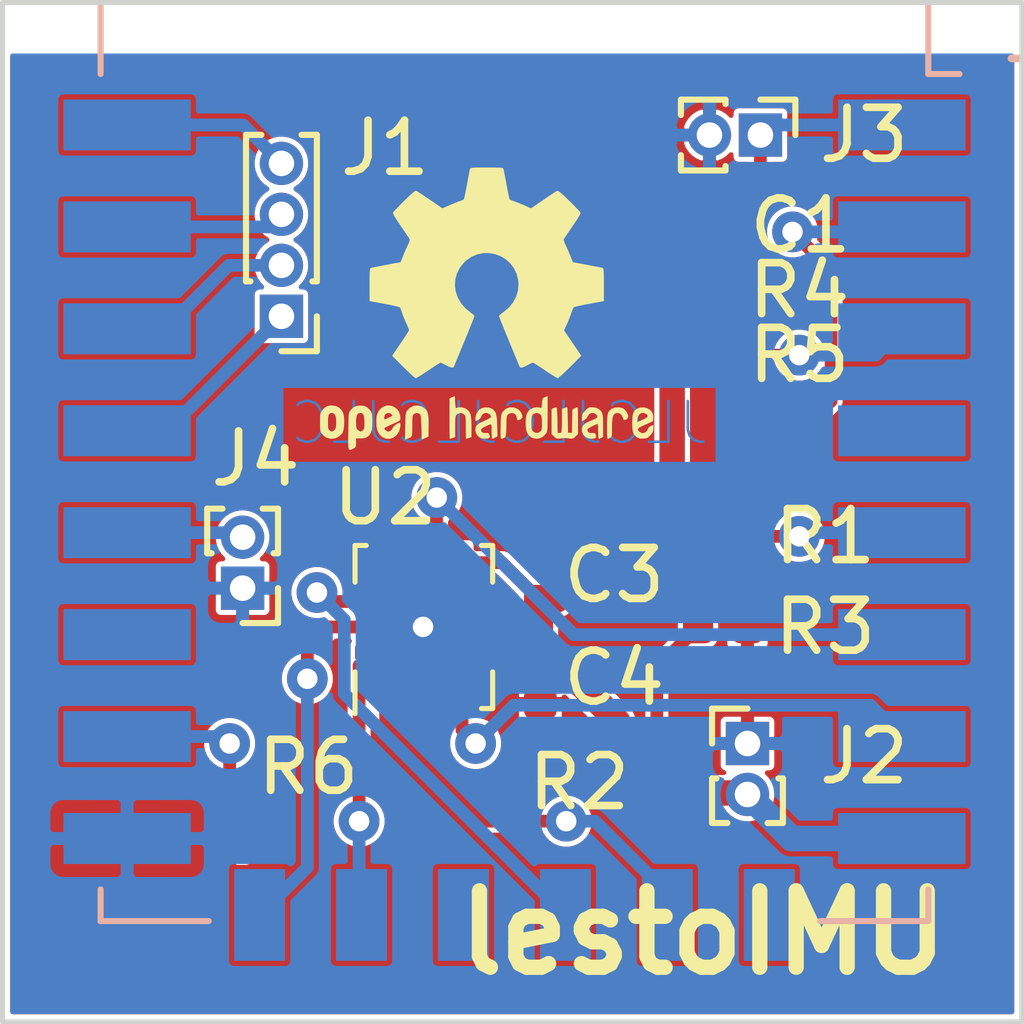
<source format=kicad_pcb>
(kicad_pcb (version 20171130) (host pcbnew 5.1.6)

  (general
    (thickness 1.6)
    (drawings 3)
    (tracks 94)
    (zones 0)
    (modules 16)
    (nets 27)
  )

  (page A4)
  (layers
    (0 F.Cu signal hide)
    (31 B.Cu signal hide)
    (32 B.Adhes user hide)
    (33 F.Adhes user hide)
    (34 B.Paste user hide)
    (35 F.Paste user hide)
    (36 B.SilkS user hide)
    (37 F.SilkS user hide)
    (38 B.Mask user hide)
    (39 F.Mask user hide)
    (40 Dwgs.User user hide)
    (41 Cmts.User user hide)
    (42 Eco1.User user hide)
    (43 Eco2.User user hide)
    (44 Edge.Cuts user)
    (45 Margin user)
    (46 B.CrtYd user)
    (47 F.CrtYd user)
    (48 B.Fab user hide)
    (49 F.Fab user hide)
  )

  (setup
    (last_trace_width 0.25)
    (user_trace_width 0.5)
    (trace_clearance 0.1)
    (zone_clearance 0.1)
    (zone_45_only no)
    (trace_min 0.2)
    (via_size 0.8)
    (via_drill 0.4)
    (via_min_size 0.4)
    (via_min_drill 0.3)
    (uvia_size 0.3)
    (uvia_drill 0.1)
    (uvias_allowed no)
    (uvia_min_size 0.2)
    (uvia_min_drill 0.1)
    (edge_width 0.05)
    (segment_width 0.2)
    (pcb_text_width 0.3)
    (pcb_text_size 1.5 1.5)
    (mod_edge_width 0.12)
    (mod_text_size 1 1)
    (mod_text_width 0.15)
    (pad_size 1.524 1.524)
    (pad_drill 0.762)
    (pad_to_mask_clearance 0.05)
    (aux_axis_origin 0 0)
    (visible_elements FFFFFF7F)
    (pcbplotparams
      (layerselection 0x010fc_ffffffff)
      (usegerberextensions false)
      (usegerberattributes true)
      (usegerberadvancedattributes true)
      (creategerberjobfile true)
      (excludeedgelayer true)
      (linewidth 0.100000)
      (plotframeref false)
      (viasonmask false)
      (mode 1)
      (useauxorigin false)
      (hpglpennumber 1)
      (hpglpenspeed 20)
      (hpglpendiameter 15.000000)
      (psnegative false)
      (psa4output false)
      (plotreference true)
      (plotvalue true)
      (plotinvisibletext false)
      (padsonsilk false)
      (subtractmaskfromsilk false)
      (outputformat 1)
      (mirror false)
      (drillshape 0)
      (scaleselection 1)
      (outputdirectory "V1/"))
  )

  (net 0 "")
  (net 1 GND)
  (net 2 RESET)
  (net 3 +3V3)
  (net 4 "Net-(J1-Pad4)")
  (net 5 "Net-(J1-Pad3)")
  (net 6 "Net-(J1-Pad2)")
  (net 7 "Net-(J1-Pad1)")
  (net 8 GPIO0)
  (net 9 ADC)
  (net 10 GPIO14)
  (net 11 ENABLE)
  (net 12 GPIO15)
  (net 13 "Net-(U1-Pad17)")
  (net 14 CLK)
  (net 15 MOSI)
  (net 16 "Net-(U1-Pad12)")
  (net 17 CS)
  (net 18 MISO)
  (net 19 "Net-(U1-Pad9)")
  (net 20 INT2)
  (net 21 INT1)
  (net 22 "Net-(U2-Pad11)")
  (net 23 "Net-(U2-Pad10)")
  (net 24 "Net-(U2-Pad3)")
  (net 25 "Net-(U2-Pad2)")
  (net 26 "Net-(U1-Pad4)")

  (net_class Default "This is the default net class."
    (clearance 0.1)
    (trace_width 0.25)
    (via_dia 0.8)
    (via_drill 0.4)
    (uvia_dia 0.3)
    (uvia_drill 0.1)
    (add_net +3V3)
    (add_net ADC)
    (add_net CLK)
    (add_net CS)
    (add_net ENABLE)
    (add_net GND)
    (add_net GPIO0)
    (add_net GPIO14)
    (add_net GPIO15)
    (add_net INT1)
    (add_net INT2)
    (add_net MISO)
    (add_net MOSI)
    (add_net "Net-(J1-Pad1)")
    (add_net "Net-(J1-Pad2)")
    (add_net "Net-(J1-Pad3)")
    (add_net "Net-(J1-Pad4)")
    (add_net "Net-(U1-Pad12)")
    (add_net "Net-(U1-Pad17)")
    (add_net "Net-(U1-Pad4)")
    (add_net "Net-(U1-Pad9)")
    (add_net "Net-(U2-Pad10)")
    (add_net "Net-(U2-Pad11)")
    (add_net "Net-(U2-Pad2)")
    (add_net "Net-(U2-Pad3)")
    (add_net RESET)
  )

  (module Symbol:OSHW-Logo2_7.3x6mm_SilkScreen (layer F.Cu) (tedit 0) (tstamp 5EE72AEE)
    (at 129.5 66)
    (descr "Open Source Hardware Symbol")
    (tags "Logo Symbol OSHW")
    (path /5EE9F17D)
    (attr virtual)
    (fp_text reference LOGO1 (at 0 0) (layer F.SilkS) hide
      (effects (font (size 1 1) (thickness 0.15)))
    )
    (fp_text value Logo_Open_Hardware_Small (at 0.75 0) (layer F.Fab) hide
      (effects (font (size 1 1) (thickness 0.15)))
    )
    (fp_poly (pts (xy -2.400256 1.919918) (xy -2.344799 1.947568) (xy -2.295852 1.99848) (xy -2.282371 2.017338)
      (xy -2.267686 2.042015) (xy -2.258158 2.068816) (xy -2.252707 2.104587) (xy -2.250253 2.156169)
      (xy -2.249714 2.224267) (xy -2.252148 2.317588) (xy -2.260606 2.387657) (xy -2.276826 2.439931)
      (xy -2.302546 2.479869) (xy -2.339503 2.512929) (xy -2.342218 2.514886) (xy -2.37864 2.534908)
      (xy -2.422498 2.544815) (xy -2.478276 2.547257) (xy -2.568952 2.547257) (xy -2.56899 2.635283)
      (xy -2.569834 2.684308) (xy -2.574976 2.713065) (xy -2.588413 2.730311) (xy -2.614142 2.744808)
      (xy -2.620321 2.747769) (xy -2.649236 2.761648) (xy -2.671624 2.770414) (xy -2.688271 2.771171)
      (xy -2.699964 2.761023) (xy -2.70749 2.737073) (xy -2.711634 2.696426) (xy -2.713185 2.636186)
      (xy -2.712929 2.553455) (xy -2.711651 2.445339) (xy -2.711252 2.413) (xy -2.709815 2.301524)
      (xy -2.708528 2.228603) (xy -2.569029 2.228603) (xy -2.568245 2.290499) (xy -2.56476 2.330997)
      (xy -2.556876 2.357708) (xy -2.542895 2.378244) (xy -2.533403 2.38826) (xy -2.494596 2.417567)
      (xy -2.460237 2.419952) (xy -2.424784 2.39575) (xy -2.423886 2.394857) (xy -2.409461 2.376153)
      (xy -2.400687 2.350732) (xy -2.396261 2.311584) (xy -2.394882 2.251697) (xy -2.394857 2.23843)
      (xy -2.398188 2.155901) (xy -2.409031 2.098691) (xy -2.42866 2.063766) (xy -2.45835 2.048094)
      (xy -2.475509 2.046514) (xy -2.516234 2.053926) (xy -2.544168 2.07833) (xy -2.560983 2.12298)
      (xy -2.56835 2.19113) (xy -2.569029 2.228603) (xy -2.708528 2.228603) (xy -2.708292 2.215245)
      (xy -2.706323 2.150333) (xy -2.70355 2.102958) (xy -2.699612 2.06929) (xy -2.694151 2.045498)
      (xy -2.686808 2.027753) (xy -2.677223 2.012224) (xy -2.673113 2.006381) (xy -2.618595 1.951185)
      (xy -2.549664 1.91989) (xy -2.469928 1.911165) (xy -2.400256 1.919918)) (layer F.SilkS) (width 0.01))
    (fp_poly (pts (xy -1.283907 1.92778) (xy -1.237328 1.954723) (xy -1.204943 1.981466) (xy -1.181258 2.009484)
      (xy -1.164941 2.043748) (xy -1.154661 2.089227) (xy -1.149086 2.150892) (xy -1.146884 2.233711)
      (xy -1.146629 2.293246) (xy -1.146629 2.512391) (xy -1.208314 2.540044) (xy -1.27 2.567697)
      (xy -1.277257 2.32767) (xy -1.280256 2.238028) (xy -1.283402 2.172962) (xy -1.287299 2.128026)
      (xy -1.292553 2.09877) (xy -1.299769 2.080748) (xy -1.30955 2.069511) (xy -1.312688 2.067079)
      (xy -1.360239 2.048083) (xy -1.408303 2.0556) (xy -1.436914 2.075543) (xy -1.448553 2.089675)
      (xy -1.456609 2.10822) (xy -1.461729 2.136334) (xy -1.464559 2.179173) (xy -1.465744 2.241895)
      (xy -1.465943 2.307261) (xy -1.465982 2.389268) (xy -1.467386 2.447316) (xy -1.472086 2.486465)
      (xy -1.482013 2.51178) (xy -1.499097 2.528323) (xy -1.525268 2.541156) (xy -1.560225 2.554491)
      (xy -1.598404 2.569007) (xy -1.593859 2.311389) (xy -1.592029 2.218519) (xy -1.589888 2.149889)
      (xy -1.586819 2.100711) (xy -1.582206 2.066198) (xy -1.575432 2.041562) (xy -1.565881 2.022016)
      (xy -1.554366 2.00477) (xy -1.49881 1.94968) (xy -1.43102 1.917822) (xy -1.357287 1.910191)
      (xy -1.283907 1.92778)) (layer F.SilkS) (width 0.01))
    (fp_poly (pts (xy -2.958885 1.921962) (xy -2.890855 1.957733) (xy -2.840649 2.015301) (xy -2.822815 2.052312)
      (xy -2.808937 2.107882) (xy -2.801833 2.178096) (xy -2.80116 2.254727) (xy -2.806573 2.329552)
      (xy -2.81773 2.394342) (xy -2.834286 2.440873) (xy -2.839374 2.448887) (xy -2.899645 2.508707)
      (xy -2.971231 2.544535) (xy -3.048908 2.55502) (xy -3.127452 2.53881) (xy -3.149311 2.529092)
      (xy -3.191878 2.499143) (xy -3.229237 2.459433) (xy -3.232768 2.454397) (xy -3.247119 2.430124)
      (xy -3.256606 2.404178) (xy -3.26221 2.370022) (xy -3.264914 2.321119) (xy -3.265701 2.250935)
      (xy -3.265714 2.2352) (xy -3.265678 2.230192) (xy -3.120571 2.230192) (xy -3.119727 2.29643)
      (xy -3.116404 2.340386) (xy -3.109417 2.368779) (xy -3.097584 2.388325) (xy -3.091543 2.394857)
      (xy -3.056814 2.41968) (xy -3.023097 2.418548) (xy -2.989005 2.397016) (xy -2.968671 2.374029)
      (xy -2.956629 2.340478) (xy -2.949866 2.287569) (xy -2.949402 2.281399) (xy -2.948248 2.185513)
      (xy -2.960312 2.114299) (xy -2.98543 2.068194) (xy -3.02344 2.047635) (xy -3.037008 2.046514)
      (xy -3.072636 2.052152) (xy -3.097006 2.071686) (xy -3.111907 2.109042) (xy -3.119125 2.16815)
      (xy -3.120571 2.230192) (xy -3.265678 2.230192) (xy -3.265174 2.160413) (xy -3.262904 2.108159)
      (xy -3.257932 2.071949) (xy -3.249287 2.045299) (xy -3.235995 2.021722) (xy -3.233057 2.017338)
      (xy -3.183687 1.958249) (xy -3.129891 1.923947) (xy -3.064398 1.910331) (xy -3.042158 1.909665)
      (xy -2.958885 1.921962)) (layer F.SilkS) (width 0.01))
    (fp_poly (pts (xy -1.831697 1.931239) (xy -1.774473 1.969735) (xy -1.730251 2.025335) (xy -1.703833 2.096086)
      (xy -1.69849 2.148162) (xy -1.699097 2.169893) (xy -1.704178 2.186531) (xy -1.718145 2.201437)
      (xy -1.745411 2.217973) (xy -1.790388 2.239498) (xy -1.857489 2.269374) (xy -1.857829 2.269524)
      (xy -1.919593 2.297813) (xy -1.970241 2.322933) (xy -2.004596 2.342179) (xy -2.017482 2.352848)
      (xy -2.017486 2.352934) (xy -2.006128 2.376166) (xy -1.979569 2.401774) (xy -1.949077 2.420221)
      (xy -1.93363 2.423886) (xy -1.891485 2.411212) (xy -1.855192 2.379471) (xy -1.837483 2.344572)
      (xy -1.820448 2.318845) (xy -1.787078 2.289546) (xy -1.747851 2.264235) (xy -1.713244 2.250471)
      (xy -1.706007 2.249714) (xy -1.697861 2.26216) (xy -1.69737 2.293972) (xy -1.703357 2.336866)
      (xy -1.714643 2.382558) (xy -1.73005 2.422761) (xy -1.730829 2.424322) (xy -1.777196 2.489062)
      (xy -1.837289 2.533097) (xy -1.905535 2.554711) (xy -1.976362 2.552185) (xy -2.044196 2.523804)
      (xy -2.047212 2.521808) (xy -2.100573 2.473448) (xy -2.13566 2.410352) (xy -2.155078 2.327387)
      (xy -2.157684 2.304078) (xy -2.162299 2.194055) (xy -2.156767 2.142748) (xy -2.017486 2.142748)
      (xy -2.015676 2.174753) (xy -2.005778 2.184093) (xy -1.981102 2.177105) (xy -1.942205 2.160587)
      (xy -1.898725 2.139881) (xy -1.897644 2.139333) (xy -1.860791 2.119949) (xy -1.846 2.107013)
      (xy -1.849647 2.093451) (xy -1.865005 2.075632) (xy -1.904077 2.049845) (xy -1.946154 2.04795)
      (xy -1.983897 2.066717) (xy -2.009966 2.102915) (xy -2.017486 2.142748) (xy -2.156767 2.142748)
      (xy -2.152806 2.106027) (xy -2.12845 2.036212) (xy -2.094544 1.987302) (xy -2.033347 1.937878)
      (xy -1.965937 1.913359) (xy -1.89712 1.911797) (xy -1.831697 1.931239)) (layer F.SilkS) (width 0.01))
    (fp_poly (pts (xy -0.624114 1.851289) (xy -0.619861 1.910613) (xy -0.614975 1.945572) (xy -0.608205 1.96082)
      (xy -0.598298 1.961015) (xy -0.595086 1.959195) (xy -0.552356 1.946015) (xy -0.496773 1.946785)
      (xy -0.440263 1.960333) (xy -0.404918 1.977861) (xy -0.368679 2.005861) (xy -0.342187 2.037549)
      (xy -0.324001 2.077813) (xy -0.312678 2.131543) (xy -0.306778 2.203626) (xy -0.304857 2.298951)
      (xy -0.304823 2.317237) (xy -0.3048 2.522646) (xy -0.350509 2.53858) (xy -0.382973 2.54942)
      (xy -0.400785 2.554468) (xy -0.401309 2.554514) (xy -0.403063 2.540828) (xy -0.404556 2.503076)
      (xy -0.405674 2.446224) (xy -0.406303 2.375234) (xy -0.4064 2.332073) (xy -0.406602 2.246973)
      (xy -0.407642 2.185981) (xy -0.410169 2.144177) (xy -0.414836 2.116642) (xy -0.422293 2.098456)
      (xy -0.433189 2.084698) (xy -0.439993 2.078073) (xy -0.486728 2.051375) (xy -0.537728 2.049375)
      (xy -0.583999 2.071955) (xy -0.592556 2.080107) (xy -0.605107 2.095436) (xy -0.613812 2.113618)
      (xy -0.619369 2.139909) (xy -0.622474 2.179562) (xy -0.623824 2.237832) (xy -0.624114 2.318173)
      (xy -0.624114 2.522646) (xy -0.669823 2.53858) (xy -0.702287 2.54942) (xy -0.720099 2.554468)
      (xy -0.720623 2.554514) (xy -0.721963 2.540623) (xy -0.723172 2.501439) (xy -0.724199 2.4407)
      (xy -0.724998 2.362141) (xy -0.725519 2.269498) (xy -0.725714 2.166509) (xy -0.725714 1.769342)
      (xy -0.678543 1.749444) (xy -0.631371 1.729547) (xy -0.624114 1.851289)) (layer F.SilkS) (width 0.01))
    (fp_poly (pts (xy 0.039744 1.950968) (xy 0.096616 1.972087) (xy 0.097267 1.972493) (xy 0.13244 1.99838)
      (xy 0.158407 2.028633) (xy 0.17667 2.068058) (xy 0.188732 2.121462) (xy 0.196096 2.193651)
      (xy 0.200264 2.289432) (xy 0.200629 2.303078) (xy 0.205876 2.508842) (xy 0.161716 2.531678)
      (xy 0.129763 2.54711) (xy 0.11047 2.554423) (xy 0.109578 2.554514) (xy 0.106239 2.541022)
      (xy 0.103587 2.504626) (xy 0.101956 2.451452) (xy 0.1016 2.408393) (xy 0.101592 2.338641)
      (xy 0.098403 2.294837) (xy 0.087288 2.273944) (xy 0.063501 2.272925) (xy 0.022296 2.288741)
      (xy -0.039914 2.317815) (xy -0.085659 2.341963) (xy -0.109187 2.362913) (xy -0.116104 2.385747)
      (xy -0.116114 2.386877) (xy -0.104701 2.426212) (xy -0.070908 2.447462) (xy -0.019191 2.450539)
      (xy 0.018061 2.450006) (xy 0.037703 2.460735) (xy 0.049952 2.486505) (xy 0.057002 2.519337)
      (xy 0.046842 2.537966) (xy 0.043017 2.540632) (xy 0.007001 2.55134) (xy -0.043434 2.552856)
      (xy -0.095374 2.545759) (xy -0.132178 2.532788) (xy -0.183062 2.489585) (xy -0.211986 2.429446)
      (xy -0.217714 2.382462) (xy -0.213343 2.340082) (xy -0.197525 2.305488) (xy -0.166203 2.274763)
      (xy -0.115322 2.24399) (xy -0.040824 2.209252) (xy -0.036286 2.207288) (xy 0.030821 2.176287)
      (xy 0.072232 2.150862) (xy 0.089981 2.128014) (xy 0.086107 2.104745) (xy 0.062643 2.078056)
      (xy 0.055627 2.071914) (xy 0.00863 2.0481) (xy -0.040067 2.049103) (xy -0.082478 2.072451)
      (xy -0.110616 2.115675) (xy -0.113231 2.12416) (xy -0.138692 2.165308) (xy -0.170999 2.185128)
      (xy -0.217714 2.20477) (xy -0.217714 2.15395) (xy -0.203504 2.080082) (xy -0.161325 2.012327)
      (xy -0.139376 1.989661) (xy -0.089483 1.960569) (xy -0.026033 1.9474) (xy 0.039744 1.950968)) (layer F.SilkS) (width 0.01))
    (fp_poly (pts (xy 0.529926 1.949755) (xy 0.595858 1.974084) (xy 0.649273 2.017117) (xy 0.670164 2.047409)
      (xy 0.692939 2.102994) (xy 0.692466 2.143186) (xy 0.668562 2.170217) (xy 0.659717 2.174813)
      (xy 0.62153 2.189144) (xy 0.602028 2.185472) (xy 0.595422 2.161407) (xy 0.595086 2.148114)
      (xy 0.582992 2.09921) (xy 0.551471 2.064999) (xy 0.507659 2.048476) (xy 0.458695 2.052634)
      (xy 0.418894 2.074227) (xy 0.40545 2.086544) (xy 0.395921 2.101487) (xy 0.389485 2.124075)
      (xy 0.385317 2.159328) (xy 0.382597 2.212266) (xy 0.380502 2.287907) (xy 0.37996 2.311857)
      (xy 0.377981 2.39379) (xy 0.375731 2.451455) (xy 0.372357 2.489608) (xy 0.367006 2.513004)
      (xy 0.358824 2.526398) (xy 0.346959 2.534545) (xy 0.339362 2.538144) (xy 0.307102 2.550452)
      (xy 0.288111 2.554514) (xy 0.281836 2.540948) (xy 0.278006 2.499934) (xy 0.2766 2.430999)
      (xy 0.277598 2.333669) (xy 0.277908 2.318657) (xy 0.280101 2.229859) (xy 0.282693 2.165019)
      (xy 0.286382 2.119067) (xy 0.291864 2.086935) (xy 0.299835 2.063553) (xy 0.310993 2.043852)
      (xy 0.31683 2.03541) (xy 0.350296 1.998057) (xy 0.387727 1.969003) (xy 0.392309 1.966467)
      (xy 0.459426 1.946443) (xy 0.529926 1.949755)) (layer F.SilkS) (width 0.01))
    (fp_poly (pts (xy 1.190117 2.065358) (xy 1.189933 2.173837) (xy 1.189219 2.257287) (xy 1.187675 2.319704)
      (xy 1.185001 2.365085) (xy 1.180894 2.397429) (xy 1.175055 2.420733) (xy 1.167182 2.438995)
      (xy 1.161221 2.449418) (xy 1.111855 2.505945) (xy 1.049264 2.541377) (xy 0.980013 2.55409)
      (xy 0.910668 2.542463) (xy 0.869375 2.521568) (xy 0.826025 2.485422) (xy 0.796481 2.441276)
      (xy 0.778655 2.383462) (xy 0.770463 2.306313) (xy 0.769302 2.249714) (xy 0.769458 2.245647)
      (xy 0.870857 2.245647) (xy 0.871476 2.31055) (xy 0.874314 2.353514) (xy 0.88084 2.381622)
      (xy 0.892523 2.401953) (xy 0.906483 2.417288) (xy 0.953365 2.44689) (xy 1.003701 2.449419)
      (xy 1.051276 2.424705) (xy 1.054979 2.421356) (xy 1.070783 2.403935) (xy 1.080693 2.383209)
      (xy 1.086058 2.352362) (xy 1.088228 2.304577) (xy 1.088571 2.251748) (xy 1.087827 2.185381)
      (xy 1.084748 2.141106) (xy 1.078061 2.112009) (xy 1.066496 2.091173) (xy 1.057013 2.080107)
      (xy 1.01296 2.052198) (xy 0.962224 2.048843) (xy 0.913796 2.070159) (xy 0.90445 2.078073)
      (xy 0.88854 2.095647) (xy 0.87861 2.116587) (xy 0.873278 2.147782) (xy 0.871163 2.196122)
      (xy 0.870857 2.245647) (xy 0.769458 2.245647) (xy 0.77281 2.158568) (xy 0.784726 2.090086)
      (xy 0.807135 2.0386) (xy 0.842124 1.998443) (xy 0.869375 1.977861) (xy 0.918907 1.955625)
      (xy 0.976316 1.945304) (xy 1.029682 1.948067) (xy 1.059543 1.959212) (xy 1.071261 1.962383)
      (xy 1.079037 1.950557) (xy 1.084465 1.918866) (xy 1.088571 1.870593) (xy 1.093067 1.816829)
      (xy 1.099313 1.784482) (xy 1.110676 1.765985) (xy 1.130528 1.75377) (xy 1.143 1.748362)
      (xy 1.190171 1.728601) (xy 1.190117 2.065358)) (layer F.SilkS) (width 0.01))
    (fp_poly (pts (xy 1.779833 1.958663) (xy 1.782048 1.99685) (xy 1.783784 2.054886) (xy 1.784899 2.12818)
      (xy 1.785257 2.205055) (xy 1.785257 2.465196) (xy 1.739326 2.511127) (xy 1.707675 2.539429)
      (xy 1.67989 2.550893) (xy 1.641915 2.550168) (xy 1.62684 2.548321) (xy 1.579726 2.542948)
      (xy 1.540756 2.539869) (xy 1.531257 2.539585) (xy 1.499233 2.541445) (xy 1.453432 2.546114)
      (xy 1.435674 2.548321) (xy 1.392057 2.551735) (xy 1.362745 2.54432) (xy 1.33368 2.521427)
      (xy 1.323188 2.511127) (xy 1.277257 2.465196) (xy 1.277257 1.978602) (xy 1.314226 1.961758)
      (xy 1.346059 1.949282) (xy 1.364683 1.944914) (xy 1.369458 1.958718) (xy 1.373921 1.997286)
      (xy 1.377775 2.056356) (xy 1.380722 2.131663) (xy 1.382143 2.195286) (xy 1.386114 2.445657)
      (xy 1.420759 2.450556) (xy 1.452268 2.447131) (xy 1.467708 2.436041) (xy 1.472023 2.415308)
      (xy 1.475708 2.371145) (xy 1.478469 2.309146) (xy 1.480012 2.234909) (xy 1.480235 2.196706)
      (xy 1.480457 1.976783) (xy 1.526166 1.960849) (xy 1.558518 1.950015) (xy 1.576115 1.944962)
      (xy 1.576623 1.944914) (xy 1.578388 1.958648) (xy 1.580329 1.99673) (xy 1.582282 2.054482)
      (xy 1.584084 2.127227) (xy 1.585343 2.195286) (xy 1.589314 2.445657) (xy 1.6764 2.445657)
      (xy 1.680396 2.21724) (xy 1.684392 1.988822) (xy 1.726847 1.966868) (xy 1.758192 1.951793)
      (xy 1.776744 1.944951) (xy 1.777279 1.944914) (xy 1.779833 1.958663)) (layer F.SilkS) (width 0.01))
    (fp_poly (pts (xy 2.144876 1.956335) (xy 2.186667 1.975344) (xy 2.219469 1.998378) (xy 2.243503 2.024133)
      (xy 2.260097 2.057358) (xy 2.270577 2.1028) (xy 2.276271 2.165207) (xy 2.278507 2.249327)
      (xy 2.278743 2.304721) (xy 2.278743 2.520826) (xy 2.241774 2.53767) (xy 2.212656 2.549981)
      (xy 2.198231 2.554514) (xy 2.195472 2.541025) (xy 2.193282 2.504653) (xy 2.191942 2.451542)
      (xy 2.191657 2.409372) (xy 2.190434 2.348447) (xy 2.187136 2.300115) (xy 2.182321 2.270518)
      (xy 2.178496 2.264229) (xy 2.152783 2.270652) (xy 2.112418 2.287125) (xy 2.065679 2.309458)
      (xy 2.020845 2.333457) (xy 1.986193 2.35493) (xy 1.970002 2.369685) (xy 1.969938 2.369845)
      (xy 1.97133 2.397152) (xy 1.983818 2.423219) (xy 2.005743 2.444392) (xy 2.037743 2.451474)
      (xy 2.065092 2.450649) (xy 2.103826 2.450042) (xy 2.124158 2.459116) (xy 2.136369 2.483092)
      (xy 2.137909 2.487613) (xy 2.143203 2.521806) (xy 2.129047 2.542568) (xy 2.092148 2.552462)
      (xy 2.052289 2.554292) (xy 1.980562 2.540727) (xy 1.943432 2.521355) (xy 1.897576 2.475845)
      (xy 1.873256 2.419983) (xy 1.871073 2.360957) (xy 1.891629 2.305953) (xy 1.922549 2.271486)
      (xy 1.95342 2.252189) (xy 2.001942 2.227759) (xy 2.058485 2.202985) (xy 2.06791 2.199199)
      (xy 2.130019 2.171791) (xy 2.165822 2.147634) (xy 2.177337 2.123619) (xy 2.16658 2.096635)
      (xy 2.148114 2.075543) (xy 2.104469 2.049572) (xy 2.056446 2.047624) (xy 2.012406 2.067637)
      (xy 1.980709 2.107551) (xy 1.976549 2.117848) (xy 1.952327 2.155724) (xy 1.916965 2.183842)
      (xy 1.872343 2.206917) (xy 1.872343 2.141485) (xy 1.874969 2.101506) (xy 1.88623 2.069997)
      (xy 1.911199 2.036378) (xy 1.935169 2.010484) (xy 1.972441 1.973817) (xy 2.001401 1.954121)
      (xy 2.032505 1.94622) (xy 2.067713 1.944914) (xy 2.144876 1.956335)) (layer F.SilkS) (width 0.01))
    (fp_poly (pts (xy 2.6526 1.958752) (xy 2.669948 1.966334) (xy 2.711356 1.999128) (xy 2.746765 2.046547)
      (xy 2.768664 2.097151) (xy 2.772229 2.122098) (xy 2.760279 2.156927) (xy 2.734067 2.175357)
      (xy 2.705964 2.186516) (xy 2.693095 2.188572) (xy 2.686829 2.173649) (xy 2.674456 2.141175)
      (xy 2.669028 2.126502) (xy 2.63859 2.075744) (xy 2.59452 2.050427) (xy 2.53801 2.051206)
      (xy 2.533825 2.052203) (xy 2.503655 2.066507) (xy 2.481476 2.094393) (xy 2.466327 2.139287)
      (xy 2.45725 2.204615) (xy 2.453286 2.293804) (xy 2.452914 2.341261) (xy 2.45273 2.416071)
      (xy 2.451522 2.467069) (xy 2.448309 2.499471) (xy 2.442109 2.518495) (xy 2.43194 2.529356)
      (xy 2.416819 2.537272) (xy 2.415946 2.53767) (xy 2.386828 2.549981) (xy 2.372403 2.554514)
      (xy 2.370186 2.540809) (xy 2.368289 2.502925) (xy 2.366847 2.445715) (xy 2.365998 2.374027)
      (xy 2.365829 2.321565) (xy 2.366692 2.220047) (xy 2.37007 2.143032) (xy 2.377142 2.086023)
      (xy 2.389088 2.044526) (xy 2.40709 2.014043) (xy 2.432327 1.99008) (xy 2.457247 1.973355)
      (xy 2.517171 1.951097) (xy 2.586911 1.946076) (xy 2.6526 1.958752)) (layer F.SilkS) (width 0.01))
    (fp_poly (pts (xy 3.153595 1.966966) (xy 3.211021 2.004497) (xy 3.238719 2.038096) (xy 3.260662 2.099064)
      (xy 3.262405 2.147308) (xy 3.258457 2.211816) (xy 3.109686 2.276934) (xy 3.037349 2.310202)
      (xy 2.990084 2.336964) (xy 2.965507 2.360144) (xy 2.961237 2.382667) (xy 2.974889 2.407455)
      (xy 2.989943 2.423886) (xy 3.033746 2.450235) (xy 3.081389 2.452081) (xy 3.125145 2.431546)
      (xy 3.157289 2.390752) (xy 3.163038 2.376347) (xy 3.190576 2.331356) (xy 3.222258 2.312182)
      (xy 3.265714 2.295779) (xy 3.265714 2.357966) (xy 3.261872 2.400283) (xy 3.246823 2.435969)
      (xy 3.21528 2.476943) (xy 3.210592 2.482267) (xy 3.175506 2.51872) (xy 3.145347 2.538283)
      (xy 3.107615 2.547283) (xy 3.076335 2.55023) (xy 3.020385 2.550965) (xy 2.980555 2.54166)
      (xy 2.955708 2.527846) (xy 2.916656 2.497467) (xy 2.889625 2.464613) (xy 2.872517 2.423294)
      (xy 2.863238 2.367521) (xy 2.859693 2.291305) (xy 2.85941 2.252622) (xy 2.860372 2.206247)
      (xy 2.948007 2.206247) (xy 2.949023 2.231126) (xy 2.951556 2.2352) (xy 2.968274 2.229665)
      (xy 3.004249 2.215017) (xy 3.052331 2.19419) (xy 3.062386 2.189714) (xy 3.123152 2.158814)
      (xy 3.156632 2.131657) (xy 3.16399 2.10622) (xy 3.146391 2.080481) (xy 3.131856 2.069109)
      (xy 3.07941 2.046364) (xy 3.030322 2.050122) (xy 2.989227 2.077884) (xy 2.960758 2.127152)
      (xy 2.951631 2.166257) (xy 2.948007 2.206247) (xy 2.860372 2.206247) (xy 2.861285 2.162249)
      (xy 2.868196 2.095384) (xy 2.881884 2.046695) (xy 2.904096 2.010849) (xy 2.936574 1.982513)
      (xy 2.950733 1.973355) (xy 3.015053 1.949507) (xy 3.085473 1.948006) (xy 3.153595 1.966966)) (layer F.SilkS) (width 0.01))
    (fp_poly (pts (xy 0.10391 -2.757652) (xy 0.182454 -2.757222) (xy 0.239298 -2.756058) (xy 0.278105 -2.753793)
      (xy 0.302538 -2.75006) (xy 0.316262 -2.744494) (xy 0.32294 -2.736727) (xy 0.326236 -2.726395)
      (xy 0.326556 -2.725057) (xy 0.331562 -2.700921) (xy 0.340829 -2.653299) (xy 0.353392 -2.587259)
      (xy 0.368287 -2.507872) (xy 0.384551 -2.420204) (xy 0.385119 -2.417125) (xy 0.40141 -2.331211)
      (xy 0.416652 -2.255304) (xy 0.429861 -2.193955) (xy 0.440054 -2.151718) (xy 0.446248 -2.133145)
      (xy 0.446543 -2.132816) (xy 0.464788 -2.123747) (xy 0.502405 -2.108633) (xy 0.551271 -2.090738)
      (xy 0.551543 -2.090642) (xy 0.613093 -2.067507) (xy 0.685657 -2.038035) (xy 0.754057 -2.008403)
      (xy 0.757294 -2.006938) (xy 0.868702 -1.956374) (xy 1.115399 -2.12484) (xy 1.191077 -2.176197)
      (xy 1.259631 -2.222111) (xy 1.317088 -2.25997) (xy 1.359476 -2.287163) (xy 1.382825 -2.301079)
      (xy 1.385042 -2.302111) (xy 1.40201 -2.297516) (xy 1.433701 -2.275345) (xy 1.481352 -2.234553)
      (xy 1.546198 -2.174095) (xy 1.612397 -2.109773) (xy 1.676214 -2.046388) (xy 1.733329 -1.988549)
      (xy 1.780305 -1.939825) (xy 1.813703 -1.90379) (xy 1.830085 -1.884016) (xy 1.830694 -1.882998)
      (xy 1.832505 -1.869428) (xy 1.825683 -1.847267) (xy 1.80854 -1.813522) (xy 1.779393 -1.7652)
      (xy 1.736555 -1.699308) (xy 1.679448 -1.614483) (xy 1.628766 -1.539823) (xy 1.583461 -1.47286)
      (xy 1.54615 -1.417484) (xy 1.519452 -1.37758) (xy 1.505985 -1.357038) (xy 1.505137 -1.355644)
      (xy 1.506781 -1.335962) (xy 1.519245 -1.297707) (xy 1.540048 -1.248111) (xy 1.547462 -1.232272)
      (xy 1.579814 -1.16171) (xy 1.614328 -1.081647) (xy 1.642365 -1.012371) (xy 1.662568 -0.960955)
      (xy 1.678615 -0.921881) (xy 1.687888 -0.901459) (xy 1.689041 -0.899886) (xy 1.706096 -0.897279)
      (xy 1.746298 -0.890137) (xy 1.804302 -0.879477) (xy 1.874763 -0.866315) (xy 1.952335 -0.851667)
      (xy 2.031672 -0.836551) (xy 2.107431 -0.821982) (xy 2.174264 -0.808978) (xy 2.226828 -0.798555)
      (xy 2.259776 -0.79173) (xy 2.267857 -0.789801) (xy 2.276205 -0.785038) (xy 2.282506 -0.774282)
      (xy 2.287045 -0.753902) (xy 2.290104 -0.720266) (xy 2.291967 -0.669745) (xy 2.292918 -0.598708)
      (xy 2.29324 -0.503524) (xy 2.293257 -0.464508) (xy 2.293257 -0.147201) (xy 2.217057 -0.132161)
      (xy 2.174663 -0.124005) (xy 2.1114 -0.112101) (xy 2.034962 -0.097884) (xy 1.953043 -0.08279)
      (xy 1.9304 -0.078645) (xy 1.854806 -0.063947) (xy 1.788953 -0.049495) (xy 1.738366 -0.036625)
      (xy 1.708574 -0.026678) (xy 1.703612 -0.023713) (xy 1.691426 -0.002717) (xy 1.673953 0.037967)
      (xy 1.654577 0.090322) (xy 1.650734 0.1016) (xy 1.625339 0.171523) (xy 1.593817 0.250418)
      (xy 1.562969 0.321266) (xy 1.562817 0.321595) (xy 1.511447 0.432733) (xy 1.680399 0.681253)
      (xy 1.849352 0.929772) (xy 1.632429 1.147058) (xy 1.566819 1.211726) (xy 1.506979 1.268733)
      (xy 1.456267 1.315033) (xy 1.418046 1.347584) (xy 1.395675 1.363343) (xy 1.392466 1.364343)
      (xy 1.373626 1.356469) (xy 1.33518 1.334578) (xy 1.28133 1.301267) (xy 1.216276 1.259131)
      (xy 1.14594 1.211943) (xy 1.074555 1.16381) (xy 1.010908 1.121928) (xy 0.959041 1.088871)
      (xy 0.922995 1.067218) (xy 0.906867 1.059543) (xy 0.887189 1.066037) (xy 0.849875 1.08315)
      (xy 0.802621 1.107326) (xy 0.797612 1.110013) (xy 0.733977 1.141927) (xy 0.690341 1.157579)
      (xy 0.663202 1.157745) (xy 0.649057 1.143204) (xy 0.648975 1.143) (xy 0.641905 1.125779)
      (xy 0.625042 1.084899) (xy 0.599695 1.023525) (xy 0.567171 0.944819) (xy 0.528778 0.851947)
      (xy 0.485822 0.748072) (xy 0.444222 0.647502) (xy 0.398504 0.536516) (xy 0.356526 0.433703)
      (xy 0.319548 0.342215) (xy 0.288827 0.265201) (xy 0.265622 0.205815) (xy 0.25119 0.167209)
      (xy 0.246743 0.1528) (xy 0.257896 0.136272) (xy 0.287069 0.10993) (xy 0.325971 0.080887)
      (xy 0.436757 -0.010961) (xy 0.523351 -0.116241) (xy 0.584716 -0.232734) (xy 0.619815 -0.358224)
      (xy 0.627608 -0.490493) (xy 0.621943 -0.551543) (xy 0.591078 -0.678205) (xy 0.53792 -0.790059)
      (xy 0.465767 -0.885999) (xy 0.377917 -0.964924) (xy 0.277665 -1.02573) (xy 0.16831 -1.067313)
      (xy 0.053147 -1.088572) (xy -0.064525 -1.088401) (xy -0.18141 -1.065699) (xy -0.294211 -1.019362)
      (xy -0.399631 -0.948287) (xy -0.443632 -0.908089) (xy -0.528021 -0.804871) (xy -0.586778 -0.692075)
      (xy -0.620296 -0.57299) (xy -0.628965 -0.450905) (xy -0.613177 -0.329107) (xy -0.573322 -0.210884)
      (xy -0.509793 -0.099525) (xy -0.422979 0.001684) (xy -0.325971 0.080887) (xy -0.285563 0.111162)
      (xy -0.257018 0.137219) (xy -0.246743 0.152825) (xy -0.252123 0.169843) (xy -0.267425 0.2105)
      (xy -0.291388 0.271642) (xy -0.322756 0.350119) (xy -0.360268 0.44278) (xy -0.402667 0.546472)
      (xy -0.444337 0.647526) (xy -0.49031 0.758607) (xy -0.532893 0.861541) (xy -0.570779 0.953165)
      (xy -0.60266 1.030316) (xy -0.627229 1.089831) (xy -0.64318 1.128544) (xy -0.64909 1.143)
      (xy -0.663052 1.157685) (xy -0.69006 1.157642) (xy -0.733587 1.142099) (xy -0.79711 1.110284)
      (xy -0.797612 1.110013) (xy -0.84544 1.085323) (xy -0.884103 1.067338) (xy -0.905905 1.059614)
      (xy -0.906867 1.059543) (xy -0.923279 1.067378) (xy -0.959513 1.089165) (xy -1.011526 1.122328)
      (xy -1.075275 1.164291) (xy -1.14594 1.211943) (xy -1.217884 1.260191) (xy -1.282726 1.302151)
      (xy -1.336265 1.335227) (xy -1.374303 1.356821) (xy -1.392467 1.364343) (xy -1.409192 1.354457)
      (xy -1.44282 1.326826) (xy -1.48999 1.284495) (xy -1.547342 1.230505) (xy -1.611516 1.167899)
      (xy -1.632503 1.146983) (xy -1.849501 0.929623) (xy -1.684332 0.68722) (xy -1.634136 0.612781)
      (xy -1.590081 0.545972) (xy -1.554638 0.490665) (xy -1.530281 0.450729) (xy -1.519478 0.430036)
      (xy -1.519162 0.428563) (xy -1.524857 0.409058) (xy -1.540174 0.369822) (xy -1.562463 0.31743)
      (xy -1.578107 0.282355) (xy -1.607359 0.215201) (xy -1.634906 0.147358) (xy -1.656263 0.090034)
      (xy -1.662065 0.072572) (xy -1.678548 0.025938) (xy -1.69466 -0.010095) (xy -1.70351 -0.023713)
      (xy -1.72304 -0.032048) (xy -1.765666 -0.043863) (xy -1.825855 -0.057819) (xy -1.898078 -0.072578)
      (xy -1.9304 -0.078645) (xy -2.012478 -0.093727) (xy -2.091205 -0.108331) (xy -2.158891 -0.12102)
      (xy -2.20784 -0.130358) (xy -2.217057 -0.132161) (xy -2.293257 -0.147201) (xy -2.293257 -0.464508)
      (xy -2.293086 -0.568846) (xy -2.292384 -0.647787) (xy -2.290866 -0.704962) (xy -2.288251 -0.744001)
      (xy -2.284254 -0.768535) (xy -2.278591 -0.782195) (xy -2.27098 -0.788611) (xy -2.267857 -0.789801)
      (xy -2.249022 -0.79402) (xy -2.207412 -0.802438) (xy -2.14837 -0.814039) (xy -2.077243 -0.827805)
      (xy -1.999375 -0.84272) (xy -1.920113 -0.857768) (xy -1.844802 -0.871931) (xy -1.778787 -0.884194)
      (xy -1.727413 -0.893539) (xy -1.696025 -0.89895) (xy -1.689041 -0.899886) (xy -1.682715 -0.912404)
      (xy -1.66871 -0.945754) (xy -1.649645 -0.993623) (xy -1.642366 -1.012371) (xy -1.613004 -1.084805)
      (xy -1.578429 -1.16483) (xy -1.547463 -1.232272) (xy -1.524677 -1.283841) (xy -1.509518 -1.326215)
      (xy -1.504458 -1.352166) (xy -1.505264 -1.355644) (xy -1.515959 -1.372064) (xy -1.54038 -1.408583)
      (xy -1.575905 -1.461313) (xy -1.619913 -1.526365) (xy -1.669783 -1.599849) (xy -1.679644 -1.614355)
      (xy -1.737508 -1.700296) (xy -1.780044 -1.765739) (xy -1.808946 -1.813696) (xy -1.82591 -1.84718)
      (xy -1.832633 -1.869205) (xy -1.83081 -1.882783) (xy -1.830764 -1.882869) (xy -1.816414 -1.900703)
      (xy -1.784677 -1.935183) (xy -1.73899 -1.982732) (xy -1.682796 -2.039778) (xy -1.619532 -2.102745)
      (xy -1.612398 -2.109773) (xy -1.53267 -2.18698) (xy -1.471143 -2.24367) (xy -1.426579 -2.28089)
      (xy -1.397743 -2.299685) (xy -1.385042 -2.302111) (xy -1.366506 -2.291529) (xy -1.328039 -2.267084)
      (xy -1.273614 -2.231388) (xy -1.207202 -2.187053) (xy -1.132775 -2.136689) (xy -1.115399 -2.12484)
      (xy -0.868703 -1.956374) (xy -0.757294 -2.006938) (xy -0.689543 -2.036405) (xy -0.616817 -2.066041)
      (xy -0.554297 -2.08967) (xy -0.551543 -2.090642) (xy -0.50264 -2.108543) (xy -0.464943 -2.12368)
      (xy -0.446575 -2.13279) (xy -0.446544 -2.132816) (xy -0.440715 -2.149283) (xy -0.430808 -2.189781)
      (xy -0.417805 -2.249758) (xy -0.402691 -2.32466) (xy -0.386448 -2.409936) (xy -0.385119 -2.417125)
      (xy -0.368825 -2.504986) (xy -0.353867 -2.58474) (xy -0.341209 -2.651319) (xy -0.331814 -2.699653)
      (xy -0.326646 -2.724675) (xy -0.326556 -2.725057) (xy -0.323411 -2.735701) (xy -0.317296 -2.743738)
      (xy -0.304547 -2.749533) (xy -0.2815 -2.753453) (xy -0.244491 -2.755865) (xy -0.189856 -2.757135)
      (xy -0.113933 -2.757629) (xy -0.013056 -2.757714) (xy 0 -2.757714) (xy 0.10391 -2.757652)) (layer F.SilkS) (width 0.01))
  )

  (module Resistor_SMD:R_0402_1005Metric (layer F.Cu) (tedit 5B301BBD) (tstamp 5EE6BA49)
    (at 134.085 70.474 180)
    (descr "Resistor SMD 0402 (1005 Metric), square (rectangular) end terminal, IPC_7351 nominal, (Body size source: http://www.tortai-tech.com/upload/download/2011102023233369053.pdf), generated with kicad-footprint-generator")
    (tags resistor)
    (path /5EDF1A6D)
    (attr smd)
    (fp_text reference R1 (at -2.055 0) (layer F.SilkS)
      (effects (font (size 1 1) (thickness 0.15)))
    )
    (fp_text value 1K (at 0 1.17) (layer F.Fab)
      (effects (font (size 1 1) (thickness 0.15)))
    )
    (fp_text user %R (at 0 0) (layer F.Fab)
      (effects (font (size 0.25 0.25) (thickness 0.04)))
    )
    (fp_line (start -0.5 0.25) (end -0.5 -0.25) (layer F.Fab) (width 0.1))
    (fp_line (start -0.5 -0.25) (end 0.5 -0.25) (layer F.Fab) (width 0.1))
    (fp_line (start 0.5 -0.25) (end 0.5 0.25) (layer F.Fab) (width 0.1))
    (fp_line (start 0.5 0.25) (end -0.5 0.25) (layer F.Fab) (width 0.1))
    (fp_line (start -0.93 0.47) (end -0.93 -0.47) (layer F.CrtYd) (width 0.05))
    (fp_line (start -0.93 -0.47) (end 0.93 -0.47) (layer F.CrtYd) (width 0.05))
    (fp_line (start 0.93 -0.47) (end 0.93 0.47) (layer F.CrtYd) (width 0.05))
    (fp_line (start 0.93 0.47) (end -0.93 0.47) (layer F.CrtYd) (width 0.05))
    (pad 2 smd roundrect (at 0.485 0 180) (size 0.59 0.64) (layers F.Cu F.Paste F.Mask) (roundrect_rratio 0.25)
      (net 9 ADC))
    (pad 1 smd roundrect (at -0.485 0 180) (size 0.59 0.64) (layers F.Cu F.Paste F.Mask) (roundrect_rratio 0.25)
      (net 10 GPIO14))
    (model ${KISYS3DMOD}/Resistor_SMD.3dshapes/R_0402_1005Metric.wrl
      (at (xyz 0 0 0))
      (scale (xyz 1 1 1))
      (rotate (xyz 0 0 0))
    )
  )

  (module Resistor_SMD:R_0402_1005Metric (layer F.Cu) (tedit 5B301BBD) (tstamp 5EE6BB0C)
    (at 124.456 76.039 270)
    (descr "Resistor SMD 0402 (1005 Metric), square (rectangular) end terminal, IPC_7351 nominal, (Body size source: http://www.tortai-tech.com/upload/download/2011102023233369053.pdf), generated with kicad-footprint-generator")
    (tags resistor)
    (path /5EDD8EF0)
    (attr smd)
    (fp_text reference R6 (at -1.039 -1.544 180) (layer F.SilkS)
      (effects (font (size 1 1) (thickness 0.15)))
    )
    (fp_text value 1K (at 0 1.17 90) (layer F.Fab)
      (effects (font (size 1 1) (thickness 0.15)))
    )
    (fp_text user %R (at 0 0 90) (layer F.Fab)
      (effects (font (size 0.25 0.25) (thickness 0.04)))
    )
    (fp_line (start -0.5 0.25) (end -0.5 -0.25) (layer F.Fab) (width 0.1))
    (fp_line (start -0.5 -0.25) (end 0.5 -0.25) (layer F.Fab) (width 0.1))
    (fp_line (start 0.5 -0.25) (end 0.5 0.25) (layer F.Fab) (width 0.1))
    (fp_line (start 0.5 0.25) (end -0.5 0.25) (layer F.Fab) (width 0.1))
    (fp_line (start -0.93 0.47) (end -0.93 -0.47) (layer F.CrtYd) (width 0.05))
    (fp_line (start -0.93 -0.47) (end 0.93 -0.47) (layer F.CrtYd) (width 0.05))
    (fp_line (start 0.93 -0.47) (end 0.93 0.47) (layer F.CrtYd) (width 0.05))
    (fp_line (start 0.93 0.47) (end -0.93 0.47) (layer F.CrtYd) (width 0.05))
    (pad 2 smd roundrect (at 0.485 0 270) (size 0.59 0.64) (layers F.Cu F.Paste F.Mask) (roundrect_rratio 0.25)
      (net 1 GND))
    (pad 1 smd roundrect (at -0.485 0 270) (size 0.59 0.64) (layers F.Cu F.Paste F.Mask) (roundrect_rratio 0.25)
      (net 12 GPIO15))
    (model ${KISYS3DMOD}/Resistor_SMD.3dshapes/R_0402_1005Metric.wrl
      (at (xyz 0 0 0))
      (scale (xyz 1 1 1))
      (rotate (xyz 0 0 0))
    )
  )

  (module Package_LGA:Bosch_LGA-14_3x2.5mm_P0.5mm (layer F.Cu) (tedit 5A02F217) (tstamp 5EE6BAB4)
    (at 128.266 72.252 90)
    (descr "LGA-14 Bosch https://ae-bst.resource.bosch.com/media/_tech/media/datasheets/BST-BMI160-DS000-07.pdf")
    (tags "lga land grid array")
    (path /5EE803FF)
    (attr smd)
    (fp_text reference U2 (at 2.54 -0.762 180) (layer F.SilkS)
      (effects (font (size 1 1) (thickness 0.15)))
    )
    (fp_text value BMI160 (at 0 2.5 90) (layer F.Fab)
      (effects (font (size 1 1) (thickness 0.15)))
    )
    (fp_text user %R (at 0 0 90) (layer F.Fab)
      (effects (font (size 0.5 0.5) (thickness 0.075)))
    )
    (fp_line (start -1.7 -1.35) (end -0.88 -1.35) (layer F.SilkS) (width 0.1))
    (fp_line (start -1.6 1.35) (end -0.88 1.35) (layer F.SilkS) (width 0.1))
    (fp_line (start -1.6 1.35) (end -1.6 1.13) (layer F.SilkS) (width 0.1))
    (fp_line (start 1.6 1.13) (end 1.6 1.35) (layer F.SilkS) (width 0.1))
    (fp_line (start 1.6 1.35) (end 0.88 1.35) (layer F.SilkS) (width 0.1))
    (fp_line (start 0.88 -1.35) (end 1.6 -1.35) (layer F.SilkS) (width 0.1))
    (fp_line (start 1.6 -1.35) (end 1.6 -1.13) (layer F.SilkS) (width 0.1))
    (fp_line (start -0.75 -1.25) (end -1.5 -0.5) (layer F.Fab) (width 0.1))
    (fp_line (start -0.75 -1.25) (end 1.5 -1.25) (layer F.Fab) (width 0.1))
    (fp_line (start 1.5 -1.25) (end 1.5 1.25) (layer F.Fab) (width 0.1))
    (fp_line (start 1.5 1.25) (end -1.5 1.25) (layer F.Fab) (width 0.1))
    (fp_line (start -1.5 1.25) (end -1.5 -0.5) (layer F.Fab) (width 0.1))
    (fp_line (start -1.85 -1.6) (end 1.85 -1.6) (layer F.CrtYd) (width 0.05))
    (fp_line (start 1.85 -1.6) (end 1.85 1.6) (layer F.CrtYd) (width 0.05))
    (fp_line (start 1.85 1.6) (end -1.85 1.6) (layer F.CrtYd) (width 0.05))
    (fp_line (start -1.85 1.6) (end -1.85 -1.6) (layer F.CrtYd) (width 0.05))
    (pad 11 smd rect (at 1.2625 -0.75 90) (size 0.675 0.25) (layers F.Cu F.Paste F.Mask)
      (net 22 "Net-(U2-Pad11)"))
    (pad 10 smd rect (at 1.2625 -0.25 90) (size 0.675 0.25) (layers F.Cu F.Paste F.Mask)
      (net 23 "Net-(U2-Pad10)"))
    (pad 9 smd rect (at 1.2625 0.25 90) (size 0.675 0.25) (layers F.Cu F.Paste F.Mask)
      (net 20 INT2))
    (pad 8 smd rect (at 1.2625 0.75 90) (size 0.675 0.25) (layers F.Cu F.Paste F.Mask)
      (net 3 +3V3))
    (pad 4 smd rect (at -1.2625 0.75 90) (size 0.675 0.25) (layers F.Cu F.Paste F.Mask)
      (net 21 INT1))
    (pad 3 smd rect (at -1.2625 0.25 90) (size 0.675 0.25) (layers F.Cu F.Paste F.Mask)
      (net 24 "Net-(U2-Pad3)"))
    (pad 2 smd rect (at -1.2625 -0.25 90) (size 0.675 0.25) (layers F.Cu F.Paste F.Mask)
      (net 25 "Net-(U2-Pad2)"))
    (pad 1 smd rect (at -1.2625 -0.75 90) (size 0.675 0.25) (layers F.Cu F.Paste F.Mask)
      (net 18 MISO))
    (pad 7 smd rect (at 0.5 1.0125 90) (size 0.25 0.675) (layers F.Cu F.Paste F.Mask)
      (net 1 GND))
    (pad 6 smd rect (at 0 1.0125 90) (size 0.25 0.675) (layers F.Cu F.Paste F.Mask)
      (net 1 GND))
    (pad 5 smd rect (at -0.5 1.0125 90) (size 0.25 0.675) (layers F.Cu F.Paste F.Mask)
      (net 3 +3V3))
    (pad 12 smd rect (at 0.5 -1.0125 90) (size 0.25 0.675) (layers F.Cu F.Paste F.Mask)
      (net 17 CS))
    (pad 14 smd rect (at -0.5 -1.0125 90) (size 0.25 0.675) (layers F.Cu F.Paste F.Mask)
      (net 15 MOSI))
    (pad 13 smd rect (at 0 -1.0125 90) (size 0.25 0.675) (layers F.Cu F.Paste F.Mask)
      (net 14 CLK))
    (model ${KISYS3DMOD}/Package_LGA.3dshapes/Bosch_LGA-14_3x2.5mm_P0.5mm.wrl
      (at (xyz 0 0 0))
      (scale (xyz 1 1 1))
      (rotate (xyz 0 0 0))
    )
  )

  (module RF_Module:ESP-12E (layer B.Cu) (tedit 5A030172) (tstamp 5EE6BE13)
    (at 130.044 65.902 180)
    (descr "Wi-Fi Module, http://wiki.ai-thinker.com/_media/esp8266/docs/aithinker_esp_12f_datasheet_en.pdf")
    (tags "Wi-Fi Module")
    (path /5EDCC649)
    (attr smd)
    (fp_text reference U1 (at -10.56 5.26) (layer B.SilkS)
      (effects (font (size 1 1) (thickness 0.15)) (justify mirror))
    )
    (fp_text value ESP-12E (at -0.06 12.78) (layer B.Fab)
      (effects (font (size 1 1) (thickness 0.15)) (justify mirror))
    )
    (fp_text user %R (at 0.49 0.8) (layer B.Fab)
      (effects (font (size 1 1) (thickness 0.15)) (justify mirror))
    )
    (fp_text user "KEEP-OUT ZONE" (at 0.03 9.55 180) (layer Cmts.User)
      (effects (font (size 1 1) (thickness 0.15)))
    )
    (fp_text user Antenna (at -0.06 7 180) (layer Cmts.User)
      (effects (font (size 1 1) (thickness 0.15)))
    )
    (fp_line (start -8 12) (end 8 12) (layer B.Fab) (width 0.12))
    (fp_line (start 8 12) (end 8 -12) (layer B.Fab) (width 0.12))
    (fp_line (start 8 -12) (end -8 -12) (layer B.Fab) (width 0.12))
    (fp_line (start -8 -12) (end -8 3) (layer B.Fab) (width 0.12))
    (fp_line (start -8 3) (end -7.5 3.5) (layer B.Fab) (width 0.12))
    (fp_line (start -7.5 3.5) (end -8 4) (layer B.Fab) (width 0.12))
    (fp_line (start -8 4) (end -8 12) (layer B.Fab) (width 0.12))
    (fp_line (start -9.05 12.2) (end 9.05 12.2) (layer B.CrtYd) (width 0.05))
    (fp_line (start 9.05 12.2) (end 9.05 -13.1) (layer B.CrtYd) (width 0.05))
    (fp_line (start 9.05 -13.1) (end -9.05 -13.1) (layer B.CrtYd) (width 0.05))
    (fp_line (start -9.05 -13.1) (end -9.05 12.2) (layer B.CrtYd) (width 0.05))
    (fp_line (start -8.12 12.12) (end 8.12 12.12) (layer B.SilkS) (width 0.12))
    (fp_line (start 8.12 12.12) (end 8.12 4.5) (layer B.SilkS) (width 0.12))
    (fp_line (start 8.12 -11.5) (end 8.12 -12.12) (layer B.SilkS) (width 0.12))
    (fp_line (start 8.12 -12.12) (end 6 -12.12) (layer B.SilkS) (width 0.12))
    (fp_line (start -6 -12.12) (end -8.12 -12.12) (layer B.SilkS) (width 0.12))
    (fp_line (start -8.12 -12.12) (end -8.12 -11.5) (layer B.SilkS) (width 0.12))
    (fp_line (start -8.12 4.5) (end -8.12 12.12) (layer B.SilkS) (width 0.12))
    (fp_line (start -8.12 4.5) (end -8.73 4.5) (layer B.SilkS) (width 0.12))
    (fp_line (start -8.12 12.12) (end 8.12 12.12) (layer Dwgs.User) (width 0.12))
    (fp_line (start 8.12 12.12) (end 8.12 4.8) (layer Dwgs.User) (width 0.12))
    (fp_line (start 8.12 4.8) (end -8.12 4.8) (layer Dwgs.User) (width 0.12))
    (fp_line (start -8.12 4.8) (end -8.12 12.12) (layer Dwgs.User) (width 0.12))
    (fp_line (start -8.12 9.12) (end -5.12 12.12) (layer Dwgs.User) (width 0.12))
    (fp_line (start -8.12 6.12) (end -2.12 12.12) (layer Dwgs.User) (width 0.12))
    (fp_line (start -6.44 4.8) (end 0.88 12.12) (layer Dwgs.User) (width 0.12))
    (fp_line (start -3.44 4.8) (end 3.88 12.12) (layer Dwgs.User) (width 0.12))
    (fp_line (start -0.44 4.8) (end 6.88 12.12) (layer Dwgs.User) (width 0.12))
    (fp_line (start 2.56 4.8) (end 8.12 10.36) (layer Dwgs.User) (width 0.12))
    (fp_line (start 5.56 4.8) (end 8.12 7.36) (layer Dwgs.User) (width 0.12))
    (pad 22 smd rect (at 7.6 3.5 180) (size 2.5 1) (layers B.Cu B.Paste B.Mask)
      (net 4 "Net-(J1-Pad4)"))
    (pad 21 smd rect (at 7.6 1.5 180) (size 2.5 1) (layers B.Cu B.Paste B.Mask)
      (net 5 "Net-(J1-Pad3)"))
    (pad 20 smd rect (at 7.6 -0.5 180) (size 2.5 1) (layers B.Cu B.Paste B.Mask)
      (net 6 "Net-(J1-Pad2)"))
    (pad 19 smd rect (at 7.6 -2.5 180) (size 2.5 1) (layers B.Cu B.Paste B.Mask)
      (net 7 "Net-(J1-Pad1)"))
    (pad 18 smd rect (at 7.6 -4.5 180) (size 2.5 1) (layers B.Cu B.Paste B.Mask)
      (net 8 GPIO0))
    (pad 17 smd rect (at 7.6 -6.5 180) (size 2.5 1) (layers B.Cu B.Paste B.Mask)
      (net 13 "Net-(U1-Pad17)"))
    (pad 16 smd rect (at 7.6 -8.5 180) (size 2.5 1) (layers B.Cu B.Paste B.Mask)
      (net 12 GPIO15))
    (pad 15 smd rect (at 7.6 -10.5 180) (size 2.5 1) (layers B.Cu B.Paste B.Mask)
      (net 1 GND))
    (pad 14 smd rect (at 5 -12 180) (size 1 1.8) (layers B.Cu B.Paste B.Mask)
      (net 14 CLK))
    (pad 13 smd rect (at 3 -12 180) (size 1 1.8) (layers B.Cu B.Paste B.Mask)
      (net 15 MOSI))
    (pad 12 smd rect (at 1 -12 180) (size 1 1.8) (layers B.Cu B.Paste B.Mask)
      (net 16 "Net-(U1-Pad12)"))
    (pad 11 smd rect (at -1 -12 180) (size 1 1.8) (layers B.Cu B.Paste B.Mask)
      (net 17 CS))
    (pad 10 smd rect (at -3 -12 180) (size 1 1.8) (layers B.Cu B.Paste B.Mask)
      (net 18 MISO))
    (pad 9 smd rect (at -5 -12 180) (size 1 1.8) (layers B.Cu B.Paste B.Mask)
      (net 19 "Net-(U1-Pad9)"))
    (pad 8 smd rect (at -7.6 -10.5 180) (size 2.5 1) (layers B.Cu B.Paste B.Mask)
      (net 3 +3V3))
    (pad 7 smd rect (at -7.6 -8.5 180) (size 2.5 1) (layers B.Cu B.Paste B.Mask)
      (net 21 INT1))
    (pad 6 smd rect (at -7.6 -6.5 180) (size 2.5 1) (layers B.Cu B.Paste B.Mask)
      (net 20 INT2))
    (pad 5 smd rect (at -7.6 -4.5 180) (size 2.5 1) (layers B.Cu B.Paste B.Mask)
      (net 10 GPIO14))
    (pad 4 smd rect (at -7.6 -2.5 180) (size 2.5 1) (layers B.Cu B.Paste B.Mask)
      (net 26 "Net-(U1-Pad4)"))
    (pad 3 smd rect (at -7.6 -0.5 180) (size 2.5 1) (layers B.Cu B.Paste B.Mask)
      (net 11 ENABLE))
    (pad 2 smd rect (at -7.6 1.5 180) (size 2.5 1) (layers B.Cu B.Paste B.Mask)
      (net 9 ADC))
    (pad 1 smd rect (at -7.6 3.5 180) (size 2.5 1) (layers B.Cu B.Paste B.Mask)
      (net 2 RESET))
    (model ${KISYS3DMOD}/RF_Module.3dshapes/ESP-12E.wrl
      (at (xyz 0 0 0))
      (scale (xyz 1 1 1))
      (rotate (xyz 0 0 0))
    )
  )

  (module Resistor_SMD:R_0402_1005Metric (layer F.Cu) (tedit 5B301BBD) (tstamp 5EE6BB36)
    (at 133.623 66.918)
    (descr "Resistor SMD 0402 (1005 Metric), square (rectangular) end terminal, IPC_7351 nominal, (Body size source: http://www.tortai-tech.com/upload/download/2011102023233369053.pdf), generated with kicad-footprint-generator")
    (tags resistor)
    (path /5EDCF6F0)
    (attr smd)
    (fp_text reference R5 (at 2.009 0) (layer F.SilkS)
      (effects (font (size 1 1) (thickness 0.15)))
    )
    (fp_text value 1K (at 0 1.17) (layer F.Fab)
      (effects (font (size 1 1) (thickness 0.15)))
    )
    (fp_text user %R (at 0 0) (layer F.Fab)
      (effects (font (size 0.25 0.25) (thickness 0.04)))
    )
    (fp_line (start -0.5 0.25) (end -0.5 -0.25) (layer F.Fab) (width 0.1))
    (fp_line (start -0.5 -0.25) (end 0.5 -0.25) (layer F.Fab) (width 0.1))
    (fp_line (start 0.5 -0.25) (end 0.5 0.25) (layer F.Fab) (width 0.1))
    (fp_line (start 0.5 0.25) (end -0.5 0.25) (layer F.Fab) (width 0.1))
    (fp_line (start -0.93 0.47) (end -0.93 -0.47) (layer F.CrtYd) (width 0.05))
    (fp_line (start -0.93 -0.47) (end 0.93 -0.47) (layer F.CrtYd) (width 0.05))
    (fp_line (start 0.93 -0.47) (end 0.93 0.47) (layer F.CrtYd) (width 0.05))
    (fp_line (start 0.93 0.47) (end -0.93 0.47) (layer F.CrtYd) (width 0.05))
    (pad 2 smd roundrect (at 0.485 0) (size 0.59 0.64) (layers F.Cu F.Paste F.Mask) (roundrect_rratio 0.25)
      (net 11 ENABLE))
    (pad 1 smd roundrect (at -0.485 0) (size 0.59 0.64) (layers F.Cu F.Paste F.Mask) (roundrect_rratio 0.25)
      (net 3 +3V3))
    (model ${KISYS3DMOD}/Resistor_SMD.3dshapes/R_0402_1005Metric.wrl
      (at (xyz 0 0 0))
      (scale (xyz 1 1 1))
      (rotate (xyz 0 0 0))
    )
  )

  (module Resistor_SMD:R_0402_1005Metric (layer F.Cu) (tedit 5B301BBD) (tstamp 5EE6B9F5)
    (at 133.623 65.648)
    (descr "Resistor SMD 0402 (1005 Metric), square (rectangular) end terminal, IPC_7351 nominal, (Body size source: http://www.tortai-tech.com/upload/download/2011102023233369053.pdf), generated with kicad-footprint-generator")
    (tags resistor)
    (path /5EDCFCC2)
    (attr smd)
    (fp_text reference R4 (at 2.009 0) (layer F.SilkS)
      (effects (font (size 1 1) (thickness 0.15)))
    )
    (fp_text value 10K (at 0 1.17) (layer F.Fab)
      (effects (font (size 1 1) (thickness 0.15)))
    )
    (fp_text user %R (at 0 0) (layer F.Fab)
      (effects (font (size 0.25 0.25) (thickness 0.04)))
    )
    (fp_line (start -0.5 0.25) (end -0.5 -0.25) (layer F.Fab) (width 0.1))
    (fp_line (start -0.5 -0.25) (end 0.5 -0.25) (layer F.Fab) (width 0.1))
    (fp_line (start 0.5 -0.25) (end 0.5 0.25) (layer F.Fab) (width 0.1))
    (fp_line (start 0.5 0.25) (end -0.5 0.25) (layer F.Fab) (width 0.1))
    (fp_line (start -0.93 0.47) (end -0.93 -0.47) (layer F.CrtYd) (width 0.05))
    (fp_line (start -0.93 -0.47) (end 0.93 -0.47) (layer F.CrtYd) (width 0.05))
    (fp_line (start 0.93 -0.47) (end 0.93 0.47) (layer F.CrtYd) (width 0.05))
    (fp_line (start 0.93 0.47) (end -0.93 0.47) (layer F.CrtYd) (width 0.05))
    (pad 2 smd roundrect (at 0.485 0) (size 0.59 0.64) (layers F.Cu F.Paste F.Mask) (roundrect_rratio 0.25)
      (net 2 RESET))
    (pad 1 smd roundrect (at -0.485 0) (size 0.59 0.64) (layers F.Cu F.Paste F.Mask) (roundrect_rratio 0.25)
      (net 3 +3V3))
    (model ${KISYS3DMOD}/Resistor_SMD.3dshapes/R_0402_1005Metric.wrl
      (at (xyz 0 0 0))
      (scale (xyz 1 1 1))
      (rotate (xyz 0 0 0))
    )
  )

  (module Resistor_SMD:R_0402_1005Metric (layer F.Cu) (tedit 5B301BBD) (tstamp 5EE6BB60)
    (at 134.131 72.252)
    (descr "Resistor SMD 0402 (1005 Metric), square (rectangular) end terminal, IPC_7351 nominal, (Body size source: http://www.tortai-tech.com/upload/download/2011102023233369053.pdf), generated with kicad-footprint-generator")
    (tags resistor)
    (path /5EDF0391)
    (attr smd)
    (fp_text reference R3 (at 2.009 0) (layer F.SilkS)
      (effects (font (size 1 1) (thickness 0.15)))
    )
    (fp_text value 10K (at 0 1.17) (layer F.Fab)
      (effects (font (size 1 1) (thickness 0.15)))
    )
    (fp_text user %R (at 0 0) (layer F.Fab)
      (effects (font (size 0.25 0.25) (thickness 0.04)))
    )
    (fp_line (start -0.5 0.25) (end -0.5 -0.25) (layer F.Fab) (width 0.1))
    (fp_line (start -0.5 -0.25) (end 0.5 -0.25) (layer F.Fab) (width 0.1))
    (fp_line (start 0.5 -0.25) (end 0.5 0.25) (layer F.Fab) (width 0.1))
    (fp_line (start 0.5 0.25) (end -0.5 0.25) (layer F.Fab) (width 0.1))
    (fp_line (start -0.93 0.47) (end -0.93 -0.47) (layer F.CrtYd) (width 0.05))
    (fp_line (start -0.93 -0.47) (end 0.93 -0.47) (layer F.CrtYd) (width 0.05))
    (fp_line (start 0.93 -0.47) (end 0.93 0.47) (layer F.CrtYd) (width 0.05))
    (fp_line (start 0.93 0.47) (end -0.93 0.47) (layer F.CrtYd) (width 0.05))
    (pad 2 smd roundrect (at 0.485 0) (size 0.59 0.64) (layers F.Cu F.Paste F.Mask) (roundrect_rratio 0.25)
      (net 1 GND))
    (pad 1 smd roundrect (at -0.485 0) (size 0.59 0.64) (layers F.Cu F.Paste F.Mask) (roundrect_rratio 0.25)
      (net 9 ADC))
    (model ${KISYS3DMOD}/Resistor_SMD.3dshapes/R_0402_1005Metric.wrl
      (at (xyz 0 0 0))
      (scale (xyz 1 1 1))
      (rotate (xyz 0 0 0))
    )
  )

  (module Resistor_SMD:R_0402_1005Metric (layer F.Cu) (tedit 5B301BBD) (tstamp 5EE6BA1F)
    (at 132.838 75.023 90)
    (descr "Resistor SMD 0402 (1005 Metric), square (rectangular) end terminal, IPC_7351 nominal, (Body size source: http://www.tortai-tech.com/upload/download/2011102023233369053.pdf), generated with kicad-footprint-generator")
    (tags resistor)
    (path /5EDEFD4D)
    (attr smd)
    (fp_text reference R2 (at -0.277 -1.524 180) (layer F.SilkS)
      (effects (font (size 1 1) (thickness 0.15)))
    )
    (fp_text value 33K (at 0 1.17 90) (layer F.Fab)
      (effects (font (size 1 1) (thickness 0.15)))
    )
    (fp_text user %R (at 0 0 90) (layer F.Fab)
      (effects (font (size 0.25 0.25) (thickness 0.04)))
    )
    (fp_line (start -0.5 0.25) (end -0.5 -0.25) (layer F.Fab) (width 0.1))
    (fp_line (start -0.5 -0.25) (end 0.5 -0.25) (layer F.Fab) (width 0.1))
    (fp_line (start 0.5 -0.25) (end 0.5 0.25) (layer F.Fab) (width 0.1))
    (fp_line (start 0.5 0.25) (end -0.5 0.25) (layer F.Fab) (width 0.1))
    (fp_line (start -0.93 0.47) (end -0.93 -0.47) (layer F.CrtYd) (width 0.05))
    (fp_line (start -0.93 -0.47) (end 0.93 -0.47) (layer F.CrtYd) (width 0.05))
    (fp_line (start 0.93 -0.47) (end 0.93 0.47) (layer F.CrtYd) (width 0.05))
    (fp_line (start 0.93 0.47) (end -0.93 0.47) (layer F.CrtYd) (width 0.05))
    (pad 2 smd roundrect (at 0.485 0 90) (size 0.59 0.64) (layers F.Cu F.Paste F.Mask) (roundrect_rratio 0.25)
      (net 9 ADC))
    (pad 1 smd roundrect (at -0.485 0 90) (size 0.59 0.64) (layers F.Cu F.Paste F.Mask) (roundrect_rratio 0.25)
      (net 3 +3V3))
    (model ${KISYS3DMOD}/Resistor_SMD.3dshapes/R_0402_1005Metric.wrl
      (at (xyz 0 0 0))
      (scale (xyz 1 1 1))
      (rotate (xyz 0 0 0))
    )
  )

  (module Connector_PinHeader_1.00mm:PinHeader_1x02_P1.00mm_Vertical (layer F.Cu) (tedit 59FED738) (tstamp 5EE6BB93)
    (at 124.71 71.49 180)
    (descr "Through hole straight pin header, 1x02, 1.00mm pitch, single row")
    (tags "Through hole pin header THT 1x02 1.00mm single row")
    (path /5EFA7646)
    (fp_text reference J4 (at -0.254 2.54) (layer F.SilkS)
      (effects (font (size 1 1) (thickness 0.15)))
    )
    (fp_text value PRG (at 0 2.56) (layer F.Fab)
      (effects (font (size 1 1) (thickness 0.15)))
    )
    (fp_text user %R (at 0 0.5 90) (layer F.Fab)
      (effects (font (size 0.76 0.76) (thickness 0.114)))
    )
    (fp_line (start -0.3175 -0.5) (end 0.635 -0.5) (layer F.Fab) (width 0.1))
    (fp_line (start 0.635 -0.5) (end 0.635 1.5) (layer F.Fab) (width 0.1))
    (fp_line (start 0.635 1.5) (end -0.635 1.5) (layer F.Fab) (width 0.1))
    (fp_line (start -0.635 1.5) (end -0.635 -0.1825) (layer F.Fab) (width 0.1))
    (fp_line (start -0.635 -0.1825) (end -0.3175 -0.5) (layer F.Fab) (width 0.1))
    (fp_line (start -0.695 1.56) (end -0.394493 1.56) (layer F.SilkS) (width 0.12))
    (fp_line (start 0.394493 1.56) (end 0.695 1.56) (layer F.SilkS) (width 0.12))
    (fp_line (start -0.695 0.685) (end -0.695 1.56) (layer F.SilkS) (width 0.12))
    (fp_line (start 0.695 0.685) (end 0.695 1.56) (layer F.SilkS) (width 0.12))
    (fp_line (start -0.695 0.685) (end -0.608276 0.685) (layer F.SilkS) (width 0.12))
    (fp_line (start 0.608276 0.685) (end 0.695 0.685) (layer F.SilkS) (width 0.12))
    (fp_line (start -0.695 0) (end -0.695 -0.685) (layer F.SilkS) (width 0.12))
    (fp_line (start -0.695 -0.685) (end 0 -0.685) (layer F.SilkS) (width 0.12))
    (fp_line (start -1.15 -1) (end -1.15 2) (layer F.CrtYd) (width 0.05))
    (fp_line (start -1.15 2) (end 1.15 2) (layer F.CrtYd) (width 0.05))
    (fp_line (start 1.15 2) (end 1.15 -1) (layer F.CrtYd) (width 0.05))
    (fp_line (start 1.15 -1) (end -1.15 -1) (layer F.CrtYd) (width 0.05))
    (pad 2 thru_hole oval (at 0 1 180) (size 0.85 0.85) (drill 0.5) (layers *.Cu *.Mask)
      (net 8 GPIO0))
    (pad 1 thru_hole rect (at 0 0 180) (size 0.85 0.85) (drill 0.5) (layers *.Cu *.Mask)
      (net 1 GND))
    (model ${KISYS3DMOD}/Connector_PinHeader_1.00mm.3dshapes/PinHeader_1x02_P1.00mm_Vertical.wrl
      (at (xyz 0 0 0))
      (scale (xyz 1 1 1))
      (rotate (xyz 0 0 0))
    )
  )

  (module Connector_PinHeader_1.00mm:PinHeader_1x02_P1.00mm_Vertical (layer F.Cu) (tedit 59FED738) (tstamp 5EE6B9B9)
    (at 134.87 62.6 270)
    (descr "Through hole straight pin header, 1x02, 1.00mm pitch, single row")
    (tags "Through hole pin header THT 1x02 1.00mm single row")
    (path /5EFA4ADB)
    (fp_text reference J3 (at 0 -2.032 180) (layer F.SilkS)
      (effects (font (size 1 1) (thickness 0.15)))
    )
    (fp_text value RST (at 0 2.56 90) (layer F.Fab)
      (effects (font (size 1 1) (thickness 0.15)))
    )
    (fp_text user %R (at 0 0.5) (layer F.Fab)
      (effects (font (size 0.76 0.76) (thickness 0.114)))
    )
    (fp_line (start -0.3175 -0.5) (end 0.635 -0.5) (layer F.Fab) (width 0.1))
    (fp_line (start 0.635 -0.5) (end 0.635 1.5) (layer F.Fab) (width 0.1))
    (fp_line (start 0.635 1.5) (end -0.635 1.5) (layer F.Fab) (width 0.1))
    (fp_line (start -0.635 1.5) (end -0.635 -0.1825) (layer F.Fab) (width 0.1))
    (fp_line (start -0.635 -0.1825) (end -0.3175 -0.5) (layer F.Fab) (width 0.1))
    (fp_line (start -0.695 1.56) (end -0.394493 1.56) (layer F.SilkS) (width 0.12))
    (fp_line (start 0.394493 1.56) (end 0.695 1.56) (layer F.SilkS) (width 0.12))
    (fp_line (start -0.695 0.685) (end -0.695 1.56) (layer F.SilkS) (width 0.12))
    (fp_line (start 0.695 0.685) (end 0.695 1.56) (layer F.SilkS) (width 0.12))
    (fp_line (start -0.695 0.685) (end -0.608276 0.685) (layer F.SilkS) (width 0.12))
    (fp_line (start 0.608276 0.685) (end 0.695 0.685) (layer F.SilkS) (width 0.12))
    (fp_line (start -0.695 0) (end -0.695 -0.685) (layer F.SilkS) (width 0.12))
    (fp_line (start -0.695 -0.685) (end 0 -0.685) (layer F.SilkS) (width 0.12))
    (fp_line (start -1.15 -1) (end -1.15 2) (layer F.CrtYd) (width 0.05))
    (fp_line (start -1.15 2) (end 1.15 2) (layer F.CrtYd) (width 0.05))
    (fp_line (start 1.15 2) (end 1.15 -1) (layer F.CrtYd) (width 0.05))
    (fp_line (start 1.15 -1) (end -1.15 -1) (layer F.CrtYd) (width 0.05))
    (pad 2 thru_hole oval (at 0 1 270) (size 0.85 0.85) (drill 0.5) (layers *.Cu *.Mask)
      (net 1 GND))
    (pad 1 thru_hole rect (at 0 0 270) (size 0.85 0.85) (drill 0.5) (layers *.Cu *.Mask)
      (net 2 RESET))
    (model ${KISYS3DMOD}/Connector_PinHeader_1.00mm.3dshapes/PinHeader_1x02_P1.00mm_Vertical.wrl
      (at (xyz 0 0 0))
      (scale (xyz 1 1 1))
      (rotate (xyz 0 0 0))
    )
  )

  (module Connector_PinHeader_1.00mm:PinHeader_1x02_P1.00mm_Vertical (layer F.Cu) (tedit 59FED738) (tstamp 5EE6BCBF)
    (at 134.616 74.538)
    (descr "Through hole straight pin header, 1x02, 1.00mm pitch, single row")
    (tags "Through hole pin header THT 1x02 1.00mm single row")
    (path /5EEE8772)
    (fp_text reference J2 (at 2.286 0.254) (layer F.SilkS)
      (effects (font (size 1 1) (thickness 0.15)))
    )
    (fp_text value PWR (at 0 2.56) (layer F.Fab)
      (effects (font (size 1 1) (thickness 0.15)))
    )
    (fp_text user %R (at 0 0.5 90) (layer F.Fab)
      (effects (font (size 0.76 0.76) (thickness 0.114)))
    )
    (fp_line (start -0.3175 -0.5) (end 0.635 -0.5) (layer F.Fab) (width 0.1))
    (fp_line (start 0.635 -0.5) (end 0.635 1.5) (layer F.Fab) (width 0.1))
    (fp_line (start 0.635 1.5) (end -0.635 1.5) (layer F.Fab) (width 0.1))
    (fp_line (start -0.635 1.5) (end -0.635 -0.1825) (layer F.Fab) (width 0.1))
    (fp_line (start -0.635 -0.1825) (end -0.3175 -0.5) (layer F.Fab) (width 0.1))
    (fp_line (start -0.695 1.56) (end -0.394493 1.56) (layer F.SilkS) (width 0.12))
    (fp_line (start 0.394493 1.56) (end 0.695 1.56) (layer F.SilkS) (width 0.12))
    (fp_line (start -0.695 0.685) (end -0.695 1.56) (layer F.SilkS) (width 0.12))
    (fp_line (start 0.695 0.685) (end 0.695 1.56) (layer F.SilkS) (width 0.12))
    (fp_line (start -0.695 0.685) (end -0.608276 0.685) (layer F.SilkS) (width 0.12))
    (fp_line (start 0.608276 0.685) (end 0.695 0.685) (layer F.SilkS) (width 0.12))
    (fp_line (start -0.695 0) (end -0.695 -0.685) (layer F.SilkS) (width 0.12))
    (fp_line (start -0.695 -0.685) (end 0 -0.685) (layer F.SilkS) (width 0.12))
    (fp_line (start -1.15 -1) (end -1.15 2) (layer F.CrtYd) (width 0.05))
    (fp_line (start -1.15 2) (end 1.15 2) (layer F.CrtYd) (width 0.05))
    (fp_line (start 1.15 2) (end 1.15 -1) (layer F.CrtYd) (width 0.05))
    (fp_line (start 1.15 -1) (end -1.15 -1) (layer F.CrtYd) (width 0.05))
    (pad 2 thru_hole oval (at 0 1) (size 0.85 0.85) (drill 0.5) (layers *.Cu *.Mask)
      (net 3 +3V3))
    (pad 1 thru_hole rect (at 0 0) (size 0.85 0.85) (drill 0.5) (layers *.Cu *.Mask)
      (net 1 GND))
    (model ${KISYS3DMOD}/Connector_PinHeader_1.00mm.3dshapes/PinHeader_1x02_P1.00mm_Vertical.wrl
      (at (xyz 0 0 0))
      (scale (xyz 1 1 1))
      (rotate (xyz 0 0 0))
    )
  )

  (module Connector_PinHeader_1.00mm:PinHeader_1x04_P1.00mm_Vertical (layer F.Cu) (tedit 59FED738) (tstamp 5EE6BD39)
    (at 125.472 66.156 180)
    (descr "Through hole straight pin header, 1x04, 1.00mm pitch, single row")
    (tags "Through hole pin header THT 1x04 1.00mm single row")
    (path /5EDE582E)
    (fp_text reference J1 (at -2.032 3.302) (layer F.SilkS)
      (effects (font (size 1 1) (thickness 0.15)))
    )
    (fp_text value PRG (at 0 4.56) (layer F.Fab)
      (effects (font (size 1 1) (thickness 0.15)))
    )
    (fp_text user %R (at 0 1.5 90) (layer F.Fab)
      (effects (font (size 0.76 0.76) (thickness 0.114)))
    )
    (fp_line (start -0.3175 -0.5) (end 0.635 -0.5) (layer F.Fab) (width 0.1))
    (fp_line (start 0.635 -0.5) (end 0.635 3.5) (layer F.Fab) (width 0.1))
    (fp_line (start 0.635 3.5) (end -0.635 3.5) (layer F.Fab) (width 0.1))
    (fp_line (start -0.635 3.5) (end -0.635 -0.1825) (layer F.Fab) (width 0.1))
    (fp_line (start -0.635 -0.1825) (end -0.3175 -0.5) (layer F.Fab) (width 0.1))
    (fp_line (start -0.695 3.56) (end -0.394493 3.56) (layer F.SilkS) (width 0.12))
    (fp_line (start 0.394493 3.56) (end 0.695 3.56) (layer F.SilkS) (width 0.12))
    (fp_line (start -0.695 0.685) (end -0.695 3.56) (layer F.SilkS) (width 0.12))
    (fp_line (start 0.695 0.685) (end 0.695 3.56) (layer F.SilkS) (width 0.12))
    (fp_line (start -0.695 0.685) (end -0.608276 0.685) (layer F.SilkS) (width 0.12))
    (fp_line (start 0.608276 0.685) (end 0.695 0.685) (layer F.SilkS) (width 0.12))
    (fp_line (start -0.695 0) (end -0.695 -0.685) (layer F.SilkS) (width 0.12))
    (fp_line (start -0.695 -0.685) (end 0 -0.685) (layer F.SilkS) (width 0.12))
    (fp_line (start -1.15 -1) (end -1.15 4) (layer F.CrtYd) (width 0.05))
    (fp_line (start -1.15 4) (end 1.15 4) (layer F.CrtYd) (width 0.05))
    (fp_line (start 1.15 4) (end 1.15 -1) (layer F.CrtYd) (width 0.05))
    (fp_line (start 1.15 -1) (end -1.15 -1) (layer F.CrtYd) (width 0.05))
    (pad 4 thru_hole oval (at 0 3 180) (size 0.85 0.85) (drill 0.5) (layers *.Cu *.Mask)
      (net 4 "Net-(J1-Pad4)"))
    (pad 3 thru_hole oval (at 0 2 180) (size 0.85 0.85) (drill 0.5) (layers *.Cu *.Mask)
      (net 5 "Net-(J1-Pad3)"))
    (pad 2 thru_hole oval (at 0 1 180) (size 0.85 0.85) (drill 0.5) (layers *.Cu *.Mask)
      (net 6 "Net-(J1-Pad2)"))
    (pad 1 thru_hole rect (at 0 0 180) (size 0.85 0.85) (drill 0.5) (layers *.Cu *.Mask)
      (net 7 "Net-(J1-Pad1)"))
    (model ${KISYS3DMOD}/Connector_PinHeader_1.00mm.3dshapes/PinHeader_1x04_P1.00mm_Vertical.wrl
      (at (xyz 0 0 0))
      (scale (xyz 1 1 1))
      (rotate (xyz 0 0 0))
    )
  )

  (module Capacitor_SMD:C_0402_1005Metric (layer F.Cu) (tedit 5B301BBE) (tstamp 5EE6BD04)
    (at 130.552 73.268 270)
    (descr "Capacitor SMD 0402 (1005 Metric), square (rectangular) end terminal, IPC_7351 nominal, (Body size source: http://www.tortai-tech.com/upload/download/2011102023233369053.pdf), generated with kicad-footprint-generator")
    (tags capacitor)
    (path /5EF455C3)
    (attr smd)
    (fp_text reference C4 (at -0.018 -1.448 180) (layer F.SilkS)
      (effects (font (size 1 1) (thickness 0.15)))
    )
    (fp_text value 100nf (at 0 1.17 90) (layer F.Fab)
      (effects (font (size 1 1) (thickness 0.15)))
    )
    (fp_text user %R (at 0 0 90) (layer F.Fab)
      (effects (font (size 0.25 0.25) (thickness 0.04)))
    )
    (fp_line (start -0.5 0.25) (end -0.5 -0.25) (layer F.Fab) (width 0.1))
    (fp_line (start -0.5 -0.25) (end 0.5 -0.25) (layer F.Fab) (width 0.1))
    (fp_line (start 0.5 -0.25) (end 0.5 0.25) (layer F.Fab) (width 0.1))
    (fp_line (start 0.5 0.25) (end -0.5 0.25) (layer F.Fab) (width 0.1))
    (fp_line (start -0.93 0.47) (end -0.93 -0.47) (layer F.CrtYd) (width 0.05))
    (fp_line (start -0.93 -0.47) (end 0.93 -0.47) (layer F.CrtYd) (width 0.05))
    (fp_line (start 0.93 -0.47) (end 0.93 0.47) (layer F.CrtYd) (width 0.05))
    (fp_line (start 0.93 0.47) (end -0.93 0.47) (layer F.CrtYd) (width 0.05))
    (pad 2 smd roundrect (at 0.485 0 270) (size 0.59 0.64) (layers F.Cu F.Paste F.Mask) (roundrect_rratio 0.25)
      (net 1 GND))
    (pad 1 smd roundrect (at -0.485 0 270) (size 0.59 0.64) (layers F.Cu F.Paste F.Mask) (roundrect_rratio 0.25)
      (net 3 +3V3))
    (model ${KISYS3DMOD}/Capacitor_SMD.3dshapes/C_0402_1005Metric.wrl
      (at (xyz 0 0 0))
      (scale (xyz 1 1 1))
      (rotate (xyz 0 0 0))
    )
  )

  (module Capacitor_SMD:C_0402_1005Metric (layer F.Cu) (tedit 5B301BBE) (tstamp 5EE6BC8C)
    (at 130.552 71.236 90)
    (descr "Capacitor SMD 0402 (1005 Metric), square (rectangular) end terminal, IPC_7351 nominal, (Body size source: http://www.tortai-tech.com/upload/download/2011102023233369053.pdf), generated with kicad-footprint-generator")
    (tags capacitor)
    (path /5EF42454)
    (attr smd)
    (fp_text reference C3 (at 0 1.448 180) (layer F.SilkS)
      (effects (font (size 1 1) (thickness 0.15)))
    )
    (fp_text value 100nf (at 0 1.17 90) (layer F.Fab)
      (effects (font (size 1 1) (thickness 0.15)))
    )
    (fp_text user %R (at 0.392 -0.762 90) (layer F.Fab)
      (effects (font (size 0.25 0.25) (thickness 0.04)))
    )
    (fp_line (start -0.5 0.25) (end -0.5 -0.25) (layer F.Fab) (width 0.1))
    (fp_line (start -0.5 -0.25) (end 0.5 -0.25) (layer F.Fab) (width 0.1))
    (fp_line (start 0.5 -0.25) (end 0.5 0.25) (layer F.Fab) (width 0.1))
    (fp_line (start 0.5 0.25) (end -0.5 0.25) (layer F.Fab) (width 0.1))
    (fp_line (start -0.93 0.47) (end -0.93 -0.47) (layer F.CrtYd) (width 0.05))
    (fp_line (start -0.93 -0.47) (end 0.93 -0.47) (layer F.CrtYd) (width 0.05))
    (fp_line (start 0.93 -0.47) (end 0.93 0.47) (layer F.CrtYd) (width 0.05))
    (fp_line (start 0.93 0.47) (end -0.93 0.47) (layer F.CrtYd) (width 0.05))
    (pad 2 smd roundrect (at 0.485 0 90) (size 0.59 0.64) (layers F.Cu F.Paste F.Mask) (roundrect_rratio 0.25)
      (net 1 GND))
    (pad 1 smd roundrect (at -0.485 0 90) (size 0.59 0.64) (layers F.Cu F.Paste F.Mask) (roundrect_rratio 0.25)
      (net 3 +3V3))
    (model ${KISYS3DMOD}/Capacitor_SMD.3dshapes/C_0402_1005Metric.wrl
      (at (xyz 0 0 0))
      (scale (xyz 1 1 1))
      (rotate (xyz 0 0 0))
    )
  )

  (module Capacitor_SMD:C_0402_1005Metric (layer F.Cu) (tedit 5B301BBE) (tstamp 5EE6BA73)
    (at 133.6 64.378 180)
    (descr "Capacitor SMD 0402 (1005 Metric), square (rectangular) end terminal, IPC_7351 nominal, (Body size source: http://www.tortai-tech.com/upload/download/2011102023233369053.pdf), generated with kicad-footprint-generator")
    (tags capacitor)
    (path /5EDCF230)
    (attr smd)
    (fp_text reference C1 (at -2.055 0) (layer F.SilkS)
      (effects (font (size 1 1) (thickness 0.15)))
    )
    (fp_text value 100nF (at 0 1.17) (layer F.Fab)
      (effects (font (size 1 1) (thickness 0.15)))
    )
    (fp_text user %R (at 0 0) (layer F.Fab)
      (effects (font (size 0.25 0.25) (thickness 0.04)))
    )
    (fp_line (start -0.5 0.25) (end -0.5 -0.25) (layer F.Fab) (width 0.1))
    (fp_line (start -0.5 -0.25) (end 0.5 -0.25) (layer F.Fab) (width 0.1))
    (fp_line (start 0.5 -0.25) (end 0.5 0.25) (layer F.Fab) (width 0.1))
    (fp_line (start 0.5 0.25) (end -0.5 0.25) (layer F.Fab) (width 0.1))
    (fp_line (start -0.93 0.47) (end -0.93 -0.47) (layer F.CrtYd) (width 0.05))
    (fp_line (start -0.93 -0.47) (end 0.93 -0.47) (layer F.CrtYd) (width 0.05))
    (fp_line (start 0.93 -0.47) (end 0.93 0.47) (layer F.CrtYd) (width 0.05))
    (fp_line (start 0.93 0.47) (end -0.93 0.47) (layer F.CrtYd) (width 0.05))
    (pad 2 smd roundrect (at 0.485 0 180) (size 0.59 0.64) (layers F.Cu F.Paste F.Mask) (roundrect_rratio 0.25)
      (net 1 GND))
    (pad 1 smd roundrect (at -0.485 0 180) (size 0.59 0.64) (layers F.Cu F.Paste F.Mask) (roundrect_rratio 0.25)
      (net 2 RESET))
    (model ${KISYS3DMOD}/Capacitor_SMD.3dshapes/C_0402_1005Metric.wrl
      (at (xyz 0 0 0))
      (scale (xyz 1 1 1))
      (rotate (xyz 0 0 0))
    )
  )

  (gr_text JLCJLCJLCJLC (at 129.75 68.25) (layer B.Cu)
    (effects (font (size 0.8 0.8) (thickness 0.05)) (justify mirror))
  )
  (gr_text lestoIMU (at 133.75 78.25) (layer F.SilkS)
    (effects (font (size 1.5 1.5) (thickness 0.3)))
  )
  (gr_poly (pts (xy 140 80) (xy 120 80) (xy 120 60) (xy 140 60)) (layer Edge.Cuts) (width 0.1))

  (via (at 128.25 72.25) (size 0.8) (drill 0.4) (layers F.Cu B.Cu) (net 1))
  (segment (start 134.108 64.401) (end 134.085 64.378) (width 0.25) (layer F.Cu) (net 2) (tstamp 5EE6B988))
  (segment (start 134.108 65.648) (end 134.108 64.401) (width 0.25) (layer F.Cu) (net 2) (tstamp 5EE6BC79))
  (segment (start 134.87 63.593) (end 134.085 64.378) (width 0.25) (layer F.Cu) (net 2) (tstamp 5EE6BD72))
  (segment (start 134.87 62.6) (end 134.87 63.593) (width 0.25) (layer F.Cu) (net 2) (tstamp 5EE6B943))
  (segment (start 135.068 62.402) (end 134.87 62.6) (width 0.25) (layer B.Cu) (net 2) (tstamp 5EE6B92E))
  (segment (start 137.644 62.402) (end 135.068 62.402) (width 0.25) (layer B.Cu) (net 2) (tstamp 5EE6B95B))
  (segment (start 130.552 71.721) (end 130.552 72.783) (width 0.5) (layer F.Cu) (net 3) (tstamp 5EE6BD8D))
  (segment (start 132.06799 74.932998) (end 132.642992 75.508) (width 0.5) (layer F.Cu) (net 3) (tstamp 5EE6B99D))
  (segment (start 132.06799 74.103982) (end 132.06799 74.932998) (width 0.5) (layer F.Cu) (net 3) (tstamp 5EE6B8FE))
  (segment (start 130.747008 72.783) (end 132.06799 74.103982) (width 0.5) (layer F.Cu) (net 3) (tstamp 5EE6B991))
  (segment (start 132.642992 75.508) (end 132.838 75.508) (width 0.5) (layer F.Cu) (net 3) (tstamp 5EE6B967))
  (segment (start 130.552 72.783) (end 130.747008 72.783) (width 0.5) (layer F.Cu) (net 3) (tstamp 5EE6B98B))
  (segment (start 134.586 75.508) (end 134.616 75.538) (width 0.5) (layer F.Cu) (net 3) (tstamp 5EE6B964))
  (segment (start 132.838 75.508) (end 134.586 75.508) (width 0.5) (layer F.Cu) (net 3) (tstamp 5EE6BC70))
  (segment (start 135.48 76.402) (end 134.616 75.538) (width 0.5) (layer B.Cu) (net 3) (tstamp 5EE6B916))
  (segment (start 137.644 76.402) (end 135.48 76.402) (width 0.5) (layer B.Cu) (net 3) (tstamp 5EE6BD75))
  (segment (start 130.521 72.752) (end 130.552 72.783) (width 0.25) (layer F.Cu) (net 3) (tstamp 5EE6B946))
  (segment (start 129.2785 72.752) (end 130.521 72.752) (width 0.25) (layer F.Cu) (net 3) (tstamp 5EE6B931))
  (segment (start 130.533768 71.721) (end 130.552 71.721) (width 0.25) (layer F.Cu) (net 3) (tstamp 5EE6B952))
  (segment (start 129.802268 70.9895) (end 130.533768 71.721) (width 0.25) (layer F.Cu) (net 3) (tstamp 5EE6B937))
  (segment (start 129.016 70.9895) (end 129.802268 70.9895) (width 0.25) (layer F.Cu) (net 3) (tstamp 5EE6BC7C))
  (segment (start 133.138 65.648) (end 133.138 66.918) (width 0.5) (layer F.Cu) (net 3))
  (segment (start 133.138 69.455) (end 133.138 66.918) (width 0.5) (layer F.Cu) (net 3))
  (segment (start 130.872 71.721) (end 133.138 69.455) (width 0.5) (layer F.Cu) (net 3))
  (segment (start 130.552 71.721) (end 130.872 71.721) (width 0.5) (layer F.Cu) (net 3))
  (segment (start 124.718 62.402) (end 125.472 63.156) (width 0.25) (layer B.Cu) (net 4) (tstamp 5EE6B96A))
  (segment (start 122.444 62.402) (end 124.718 62.402) (width 0.25) (layer B.Cu) (net 4) (tstamp 5EE6B9A0))
  (segment (start 125.226 64.402) (end 125.472 64.156) (width 0.25) (layer B.Cu) (net 5) (tstamp 5EE6BCF4))
  (segment (start 122.444 64.402) (end 125.226 64.402) (width 0.25) (layer B.Cu) (net 5) (tstamp 5EE6BC76))
  (segment (start 124.44 65.156) (end 125.472 65.156) (width 0.25) (layer B.Cu) (net 6) (tstamp 5EE6B901))
  (segment (start 123.194 66.402) (end 124.44 65.156) (width 0.25) (layer B.Cu) (net 6) (tstamp 5EE6B904))
  (segment (start 122.444 66.402) (end 123.194 66.402) (width 0.25) (layer B.Cu) (net 6) (tstamp 5EE6BD6F))
  (segment (start 123.226 68.402) (end 125.472 66.156) (width 0.25) (layer B.Cu) (net 7) (tstamp 5EE6B985))
  (segment (start 122.444 68.402) (end 123.226 68.402) (width 0.25) (layer B.Cu) (net 7) (tstamp 5EE6BD90))
  (segment (start 124.622 70.402) (end 124.71 70.49) (width 0.25) (layer B.Cu) (net 8) (tstamp 5EE6B910))
  (segment (start 122.444 70.402) (end 124.622 70.402) (width 0.25) (layer B.Cu) (net 8) (tstamp 5EE6B994))
  (segment (start 132.838 74.538) (end 132.838 73.06) (width 0.25) (layer F.Cu) (net 9) (tstamp 5EE6B976))
  (segment (start 132.838 73.06) (end 133.646 72.252) (width 0.25) (layer F.Cu) (net 9) (tstamp 5EE6B97F))
  (segment (start 133.646 70.52) (end 133.6 70.474) (width 0.25) (layer F.Cu) (net 9))
  (segment (start 133.646 72.252) (end 133.646 70.52) (width 0.25) (layer F.Cu) (net 9))
  (via (at 135.5 64.5) (size 0.8) (drill 0.4) (layers F.Cu B.Cu) (net 9))
  (segment (start 136.257001 65.257001) (end 135.5 64.5) (width 0.25) (layer F.Cu) (net 9))
  (segment (start 136.257001 67.816999) (end 136.257001 65.257001) (width 0.25) (layer F.Cu) (net 9))
  (segment (start 133.6 70.474) (end 136.257001 67.816999) (width 0.25) (layer F.Cu) (net 9))
  (segment (start 137.546 64.5) (end 137.644 64.402) (width 0.25) (layer B.Cu) (net 9))
  (segment (start 135.5 64.5) (end 137.546 64.5) (width 0.25) (layer B.Cu) (net 9))
  (via (at 135.632 70.474) (size 0.8) (drill 0.4) (layers F.Cu B.Cu) (net 10) (tstamp 5EE6B91C))
  (segment (start 135.704 70.402) (end 135.632 70.474) (width 0.25) (layer B.Cu) (net 10) (tstamp 5EE6BD96))
  (segment (start 137.644 70.402) (end 135.704 70.402) (width 0.25) (layer B.Cu) (net 10) (tstamp 5EE6B99A))
  (segment (start 135.632 70.474) (end 134.57 70.474) (width 0.25) (layer F.Cu) (net 10) (tstamp 5EE6BA90))
  (via (at 135.632 66.918) (size 0.8) (drill 0.4) (layers F.Cu B.Cu) (net 11) (tstamp 5EE6BD9C))
  (segment (start 134.108 66.918) (end 135.632 66.918) (width 0.25) (layer F.Cu) (net 11) (tstamp 5EE6BD7B))
  (segment (start 137.128 66.918) (end 137.644 66.402) (width 0.25) (layer B.Cu) (net 11) (tstamp 5EE6B8FB))
  (segment (start 135.632 66.918) (end 137.128 66.918) (width 0.25) (layer B.Cu) (net 11) (tstamp 5EE6B979))
  (via (at 124.456 74.538) (size 0.8) (drill 0.4) (layers F.Cu B.Cu) (net 12) (tstamp 5EE6BD87))
  (segment (start 124.32 74.402) (end 124.456 74.538) (width 0.25) (layer B.Cu) (net 12) (tstamp 5EE6B97C))
  (segment (start 122.444 74.402) (end 124.32 74.402) (width 0.25) (layer B.Cu) (net 12) (tstamp 5EE6B93A))
  (segment (start 124.456 74.538) (end 124.456 75.554) (width 0.25) (layer F.Cu) (net 12) (tstamp 5EE6B95E))
  (via (at 125.98 73.268) (size 0.8) (drill 0.4) (layers F.Cu B.Cu) (net 14) (tstamp 5EE6BD7E))
  (segment (start 125.98 76.966) (end 125.98 73.268) (width 0.25) (layer B.Cu) (net 14) (tstamp 5EE6BAFC))
  (segment (start 125.044 77.902) (end 125.98 76.966) (width 0.25) (layer B.Cu) (net 14) (tstamp 5EE6B949))
  (segment (start 126.430315 72.252) (end 127.2535 72.252) (width 0.25) (layer F.Cu) (net 14) (tstamp 5EE6BD99))
  (segment (start 125.98 72.702315) (end 126.430315 72.252) (width 0.25) (layer F.Cu) (net 14) (tstamp 5EE6B907))
  (segment (start 125.98 73.268) (end 125.98 72.702315) (width 0.25) (layer F.Cu) (net 14) (tstamp 5EE6B96D))
  (via (at 126.996 76.062) (size 0.8) (drill 0.4) (layers F.Cu B.Cu) (net 15) (tstamp 5EE6B958))
  (segment (start 126.996 73.0095) (end 126.996 76.062) (width 0.25) (layer F.Cu) (net 15) (tstamp 5EE6B925))
  (segment (start 127.2535 72.752) (end 126.996 73.0095) (width 0.25) (layer F.Cu) (net 15) (tstamp 5EE6BD6C))
  (segment (start 126.996 77.854) (end 127.044 77.902) (width 0.25) (layer B.Cu) (net 15) (tstamp 5EE6BCF1))
  (segment (start 126.996 76.062) (end 126.996 77.854) (width 0.25) (layer B.Cu) (net 15) (tstamp 5EE6B997))
  (via (at 126.168977 71.57574) (size 0.8) (drill 0.4) (layers F.Cu B.Cu) (net 17) (tstamp 5EE6B922))
  (segment (start 126.345237 71.752) (end 126.168977 71.57574) (width 0.25) (layer F.Cu) (net 17) (tstamp 5EE6B98E))
  (segment (start 127.2535 71.752) (end 126.345237 71.752) (width 0.25) (layer F.Cu) (net 17) (tstamp 5EE6B919))
  (segment (start 126.705001 72.111764) (end 126.705001 73.563001) (width 0.25) (layer B.Cu) (net 17) (tstamp 5EE6BD8A))
  (segment (start 126.705001 73.563001) (end 131.044 77.902) (width 0.25) (layer B.Cu) (net 17) (tstamp 5EE6B973))
  (segment (start 126.168977 71.57574) (end 126.705001 72.111764) (width 0.25) (layer B.Cu) (net 17) (tstamp 5EE6B90A))
  (via (at 131.06 76.062) (size 0.8) (drill 0.4) (layers F.Cu B.Cu) (net 18) (tstamp 5EE6B91F))
  (segment (start 129.476 76.062) (end 131.06 76.062) (width 0.25) (layer F.Cu) (net 18) (tstamp 5EE6B982))
  (segment (start 127.516 74.102) (end 129.476 76.062) (width 0.25) (layer F.Cu) (net 18) (tstamp 5EE6B934))
  (segment (start 127.516 73.5145) (end 127.516 74.102) (width 0.25) (layer F.Cu) (net 18) (tstamp 5EE6BD81))
  (segment (start 133.044 77.480315) (end 133.044 77.902) (width 0.25) (layer B.Cu) (net 18) (tstamp 5EE6B90D))
  (segment (start 131.625685 76.062) (end 133.044 77.480315) (width 0.25) (layer B.Cu) (net 18) (tstamp 5EE6B93D))
  (segment (start 131.06 76.062) (end 131.625685 76.062) (width 0.25) (layer B.Cu) (net 18) (tstamp 5EE6B928))
  (via (at 128.52 69.712) (size 0.8) (drill 0.4) (layers F.Cu B.Cu) (net 20) (tstamp 5EE6B955))
  (segment (start 128.516 69.716) (end 128.52 69.712) (width 0.25) (layer F.Cu) (net 20) (tstamp 5EE6B94C))
  (segment (start 128.516 70.9895) (end 128.516 69.716) (width 0.25) (layer F.Cu) (net 20) (tstamp 5EE6BCEE))
  (segment (start 131.21 72.402) (end 128.52 69.712) (width 0.25) (layer B.Cu) (net 20) (tstamp 5EE6B970))
  (segment (start 137.644 72.402) (end 131.21 72.402) (width 0.25) (layer B.Cu) (net 20) (tstamp 5EE6BAF9))
  (via (at 129.282 74.538) (size 0.8) (drill 0.4) (layers F.Cu B.Cu) (net 21) (tstamp 5EE6B94F))
  (segment (start 130.032001 73.787999) (end 129.282 74.538) (width 0.25) (layer B.Cu) (net 21) (tstamp 5EE6BD78))
  (segment (start 137.029999 73.787999) (end 130.032001 73.787999) (width 0.25) (layer B.Cu) (net 21) (tstamp 5EE6BC73))
  (segment (start 137.644 74.402) (end 137.029999 73.787999) (width 0.25) (layer B.Cu) (net 21) (tstamp 5EE6BD84))
  (segment (start 129.016 74.272) (end 129.282 74.538) (width 0.25) (layer F.Cu) (net 21) (tstamp 5EE6BD93))
  (segment (start 129.016 73.5145) (end 129.016 74.272) (width 0.25) (layer F.Cu) (net 21) (tstamp 5EE6B92B))

  (zone (net 1) (net_name GND) (layer F.Cu) (tstamp 0) (hatch edge 0.508)
    (connect_pads (clearance 0.1))
    (min_thickness 0.1)
    (fill yes (arc_segments 32) (thermal_gap 0.1) (thermal_bridge_width 0.254))
    (polygon
      (pts
        (xy 140 80) (xy 120 80) (xy 120 61) (xy 140 61)
      )
    )
    (filled_polygon
      (pts
        (xy 139.800001 79.8) (xy 120.2 79.8) (xy 120.2 76.819) (xy 123.985274 76.819) (xy 123.98817 76.848405)
        (xy 123.996747 76.87668) (xy 124.010676 76.902739) (xy 124.029421 76.925579) (xy 124.052261 76.944324) (xy 124.07832 76.958253)
        (xy 124.106595 76.96683) (xy 124.136 76.969726) (xy 124.3415 76.969) (xy 124.379 76.9315) (xy 124.379 76.601)
        (xy 124.533 76.601) (xy 124.533 76.9315) (xy 124.5705 76.969) (xy 124.776 76.969726) (xy 124.805405 76.96683)
        (xy 124.83368 76.958253) (xy 124.859739 76.944324) (xy 124.882579 76.925579) (xy 124.901324 76.902739) (xy 124.915253 76.87668)
        (xy 124.92383 76.848405) (xy 124.926726 76.819) (xy 124.926 76.6385) (xy 124.8885 76.601) (xy 124.533 76.601)
        (xy 124.379 76.601) (xy 124.0235 76.601) (xy 123.986 76.6385) (xy 123.985274 76.819) (xy 120.2 76.819)
        (xy 120.2 76.229) (xy 123.985274 76.229) (xy 123.986 76.4095) (xy 124.0235 76.447) (xy 124.379 76.447)
        (xy 124.379 76.1165) (xy 124.533 76.1165) (xy 124.533 76.447) (xy 124.8885 76.447) (xy 124.926 76.4095)
        (xy 124.926726 76.229) (xy 124.92383 76.199595) (xy 124.915253 76.17132) (xy 124.901324 76.145261) (xy 124.882579 76.122421)
        (xy 124.859739 76.103676) (xy 124.83368 76.089747) (xy 124.805405 76.08117) (xy 124.776 76.078274) (xy 124.5705 76.079)
        (xy 124.533 76.1165) (xy 124.379 76.1165) (xy 124.3415 76.079) (xy 124.136 76.078274) (xy 124.106595 76.08117)
        (xy 124.07832 76.089747) (xy 124.052261 76.103676) (xy 124.029421 76.122421) (xy 124.010676 76.145261) (xy 123.996747 76.17132)
        (xy 123.98817 76.199595) (xy 123.985274 76.229) (xy 120.2 76.229) (xy 120.2 74.48383) (xy 123.906 74.48383)
        (xy 123.906 74.59217) (xy 123.927136 74.698429) (xy 123.968597 74.798523) (xy 124.028787 74.888604) (xy 124.105396 74.965213)
        (xy 124.181 75.01573) (xy 124.181001 75.127449) (xy 124.169374 75.130976) (xy 124.117815 75.158535) (xy 124.072623 75.195623)
        (xy 124.035535 75.240815) (xy 124.007976 75.292374) (xy 123.991005 75.348319) (xy 123.985275 75.4065) (xy 123.985275 75.7015)
        (xy 123.991005 75.759681) (xy 124.007976 75.815626) (xy 124.035535 75.867185) (xy 124.072623 75.912377) (xy 124.117815 75.949465)
        (xy 124.169374 75.977024) (xy 124.225319 75.993995) (xy 124.2835 75.999725) (xy 124.6285 75.999725) (xy 124.686681 75.993995)
        (xy 124.742626 75.977024) (xy 124.794185 75.949465) (xy 124.839377 75.912377) (xy 124.876465 75.867185) (xy 124.904024 75.815626)
        (xy 124.920995 75.759681) (xy 124.926725 75.7015) (xy 124.926725 75.4065) (xy 124.920995 75.348319) (xy 124.904024 75.292374)
        (xy 124.876465 75.240815) (xy 124.839377 75.195623) (xy 124.794185 75.158535) (xy 124.742626 75.130976) (xy 124.731 75.127449)
        (xy 124.731 75.01573) (xy 124.806604 74.965213) (xy 124.883213 74.888604) (xy 124.943403 74.798523) (xy 124.984864 74.698429)
        (xy 125.006 74.59217) (xy 125.006 74.48383) (xy 124.984864 74.377571) (xy 124.943403 74.277477) (xy 124.883213 74.187396)
        (xy 124.806604 74.110787) (xy 124.716523 74.050597) (xy 124.616429 74.009136) (xy 124.51017 73.988) (xy 124.40183 73.988)
        (xy 124.295571 74.009136) (xy 124.195477 74.050597) (xy 124.105396 74.110787) (xy 124.028787 74.187396) (xy 123.968597 74.277477)
        (xy 123.927136 74.377571) (xy 123.906 74.48383) (xy 120.2 74.48383) (xy 120.2 73.21383) (xy 125.43 73.21383)
        (xy 125.43 73.32217) (xy 125.451136 73.428429) (xy 125.492597 73.528523) (xy 125.552787 73.618604) (xy 125.629396 73.695213)
        (xy 125.719477 73.755403) (xy 125.819571 73.796864) (xy 125.92583 73.818) (xy 126.03417 73.818) (xy 126.140429 73.796864)
        (xy 126.240523 73.755403) (xy 126.330604 73.695213) (xy 126.407213 73.618604) (xy 126.467403 73.528523) (xy 126.508864 73.428429)
        (xy 126.53 73.32217) (xy 126.53 73.21383) (xy 126.508864 73.107571) (xy 126.467403 73.007477) (xy 126.407213 72.917396)
        (xy 126.330604 72.840787) (xy 126.270558 72.800665) (xy 126.544224 72.527) (xy 126.804022 72.527) (xy 126.790677 72.543262)
        (xy 126.776748 72.56932) (xy 126.768171 72.597595) (xy 126.765275 72.627) (xy 126.765275 72.857784) (xy 126.740704 72.903754)
        (xy 126.736566 72.917396) (xy 126.72498 72.955591) (xy 126.71967 73.0095) (xy 126.721 73.023003) (xy 126.721001 75.58427)
        (xy 126.645396 75.634787) (xy 126.568787 75.711396) (xy 126.508597 75.801477) (xy 126.467136 75.901571) (xy 126.446 76.00783)
        (xy 126.446 76.11617) (xy 126.467136 76.222429) (xy 126.508597 76.322523) (xy 126.568787 76.412604) (xy 126.645396 76.489213)
        (xy 126.735477 76.549403) (xy 126.835571 76.590864) (xy 126.94183 76.612) (xy 127.05017 76.612) (xy 127.156429 76.590864)
        (xy 127.256523 76.549403) (xy 127.346604 76.489213) (xy 127.423213 76.412604) (xy 127.483403 76.322523) (xy 127.524864 76.222429)
        (xy 127.546 76.11617) (xy 127.546 76.00783) (xy 127.524864 75.901571) (xy 127.483403 75.801477) (xy 127.423213 75.711396)
        (xy 127.346604 75.634787) (xy 127.271 75.58427) (xy 127.271 74.227007) (xy 127.286241 74.255521) (xy 127.320606 74.297395)
        (xy 127.331095 74.306003) (xy 129.271997 76.246906) (xy 129.280605 76.257395) (xy 129.322479 76.29176) (xy 129.370253 76.317296)
        (xy 129.422091 76.33302) (xy 129.476 76.33833) (xy 129.489503 76.337) (xy 130.58227 76.337) (xy 130.632787 76.412604)
        (xy 130.709396 76.489213) (xy 130.799477 76.549403) (xy 130.899571 76.590864) (xy 131.00583 76.612) (xy 131.11417 76.612)
        (xy 131.220429 76.590864) (xy 131.320523 76.549403) (xy 131.410604 76.489213) (xy 131.487213 76.412604) (xy 131.547403 76.322523)
        (xy 131.588864 76.222429) (xy 131.61 76.11617) (xy 131.61 76.00783) (xy 131.588864 75.901571) (xy 131.547403 75.801477)
        (xy 131.487213 75.711396) (xy 131.410604 75.634787) (xy 131.320523 75.574597) (xy 131.220429 75.533136) (xy 131.11417 75.512)
        (xy 131.00583 75.512) (xy 130.899571 75.533136) (xy 130.799477 75.574597) (xy 130.709396 75.634787) (xy 130.632787 75.711396)
        (xy 130.58227 75.787) (xy 129.589909 75.787) (xy 127.791 73.988092) (xy 127.791 73.963978) (xy 127.807262 73.977323)
        (xy 127.83332 73.991252) (xy 127.861595 73.999829) (xy 127.891 74.002725) (xy 128.141 74.002725) (xy 128.170405 73.999829)
        (xy 128.19868 73.991252) (xy 128.224738 73.977323) (xy 128.247579 73.958579) (xy 128.266 73.936132) (xy 128.284421 73.958579)
        (xy 128.307262 73.977323) (xy 128.33332 73.991252) (xy 128.361595 73.999829) (xy 128.391 74.002725) (xy 128.641 74.002725)
        (xy 128.670405 73.999829) (xy 128.69868 73.991252) (xy 128.724738 73.977323) (xy 128.741001 73.963977) (xy 128.741001 74.258488)
        (xy 128.73967 74.272) (xy 128.74498 74.325909) (xy 128.757474 74.367097) (xy 128.753136 74.377571) (xy 128.732 74.48383)
        (xy 128.732 74.59217) (xy 128.753136 74.698429) (xy 128.794597 74.798523) (xy 128.854787 74.888604) (xy 128.931396 74.965213)
        (xy 129.021477 75.025403) (xy 129.121571 75.066864) (xy 129.22783 75.088) (xy 129.33617 75.088) (xy 129.442429 75.066864)
        (xy 129.542523 75.025403) (xy 129.632604 74.965213) (xy 129.709213 74.888604) (xy 129.769403 74.798523) (xy 129.810864 74.698429)
        (xy 129.832 74.59217) (xy 129.832 74.48383) (xy 129.810864 74.377571) (xy 129.769403 74.277477) (xy 129.709213 74.187396)
        (xy 129.632604 74.110787) (xy 129.542523 74.050597) (xy 129.536254 74.048) (xy 130.081274 74.048) (xy 130.08417 74.077405)
        (xy 130.092747 74.10568) (xy 130.106676 74.131739) (xy 130.125421 74.154579) (xy 130.148261 74.173324) (xy 130.17432 74.187253)
        (xy 130.202595 74.19583) (xy 130.232 74.198726) (xy 130.4375 74.198) (xy 130.475 74.1605) (xy 130.475 73.83)
        (xy 130.629 73.83) (xy 130.629 74.1605) (xy 130.6665 74.198) (xy 130.872 74.198726) (xy 130.901405 74.19583)
        (xy 130.92968 74.187253) (xy 130.955739 74.173324) (xy 130.978579 74.154579) (xy 130.997324 74.131739) (xy 131.011253 74.10568)
        (xy 131.01983 74.077405) (xy 131.022726 74.048) (xy 131.022 73.8675) (xy 130.9845 73.83) (xy 130.629 73.83)
        (xy 130.475 73.83) (xy 130.1195 73.83) (xy 130.082 73.8675) (xy 130.081274 74.048) (xy 129.536254 74.048)
        (xy 129.442429 74.009136) (xy 129.33617 73.988) (xy 129.291 73.988) (xy 129.291 73.859361) (xy 129.291725 73.852)
        (xy 129.291725 73.458) (xy 130.081274 73.458) (xy 130.082 73.6385) (xy 130.1195 73.676) (xy 130.475 73.676)
        (xy 130.475 73.3455) (xy 130.4375 73.308) (xy 130.232 73.307274) (xy 130.202595 73.31017) (xy 130.17432 73.318747)
        (xy 130.148261 73.332676) (xy 130.125421 73.351421) (xy 130.106676 73.374261) (xy 130.092747 73.40032) (xy 130.08417 73.428595)
        (xy 130.081274 73.458) (xy 129.291725 73.458) (xy 129.291725 73.177) (xy 129.288829 73.147595) (xy 129.280252 73.11932)
        (xy 129.266323 73.093262) (xy 129.247579 73.070421) (xy 129.224738 73.051677) (xy 129.19868 73.037748) (xy 129.170405 73.029171)
        (xy 129.155723 73.027725) (xy 129.616 73.027725) (xy 129.623361 73.027) (xy 130.098629 73.027) (xy 130.103976 73.044626)
        (xy 130.131535 73.096185) (xy 130.168623 73.141377) (xy 130.213815 73.178465) (xy 130.265374 73.206024) (xy 130.321319 73.222995)
        (xy 130.3795 73.228725) (xy 130.627048 73.228725) (xy 130.706183 73.30786) (xy 130.6665 73.308) (xy 130.629 73.3455)
        (xy 130.629 73.676) (xy 130.9845 73.676) (xy 131.022 73.6385) (xy 131.022059 73.623736) (xy 131.66799 74.269667)
        (xy 131.667991 74.913342) (xy 131.666055 74.932998) (xy 131.673778 75.011411) (xy 131.696651 75.086812) (xy 131.733793 75.1563)
        (xy 131.771255 75.201948) (xy 131.771258 75.201951) (xy 131.78378 75.217209) (xy 131.799038 75.229731) (xy 132.346255 75.776948)
        (xy 132.358781 75.792211) (xy 132.410595 75.834734) (xy 132.419689 75.842197) (xy 132.446571 75.856566) (xy 132.454623 75.866377)
        (xy 132.499815 75.903465) (xy 132.551374 75.931024) (xy 132.607319 75.947995) (xy 132.6655 75.953725) (xy 133.0105 75.953725)
        (xy 133.068681 75.947995) (xy 133.124626 75.931024) (xy 133.167701 75.908) (xy 134.172827 75.908) (xy 134.249459 75.984632)
        (xy 134.343635 76.047558) (xy 134.448279 76.090903) (xy 134.559367 76.113) (xy 134.672633 76.113) (xy 134.783721 76.090903)
        (xy 134.888365 76.047558) (xy 134.982541 75.984632) (xy 135.062632 75.904541) (xy 135.125558 75.810365) (xy 135.168903 75.705721)
        (xy 135.191 75.594633) (xy 135.191 75.481367) (xy 135.168903 75.370279) (xy 135.125558 75.265635) (xy 135.062632 75.171459)
        (xy 135.004814 75.113641) (xy 135.041 75.113726) (xy 135.070405 75.11083) (xy 135.09868 75.102253) (xy 135.124739 75.088324)
        (xy 135.147579 75.069579) (xy 135.166324 75.046739) (xy 135.180253 75.02068) (xy 135.18883 74.992405) (xy 135.191726 74.963)
        (xy 135.191 74.6525) (xy 135.1535 74.615) (xy 134.693 74.615) (xy 134.693 74.635) (xy 134.539 74.635)
        (xy 134.539 74.615) (xy 134.0785 74.615) (xy 134.041 74.6525) (xy 134.040274 74.963) (xy 134.04317 74.992405)
        (xy 134.051747 75.02068) (xy 134.065676 75.046739) (xy 134.084421 75.069579) (xy 134.107261 75.088324) (xy 134.13332 75.102253)
        (xy 134.152266 75.108) (xy 133.167701 75.108) (xy 133.124626 75.084976) (xy 133.068681 75.068005) (xy 133.0105 75.062275)
        (xy 132.762952 75.062275) (xy 132.684402 74.983725) (xy 133.0105 74.983725) (xy 133.068681 74.977995) (xy 133.124626 74.961024)
        (xy 133.176185 74.933465) (xy 133.221377 74.896377) (xy 133.258465 74.851185) (xy 133.286024 74.799626) (xy 133.302995 74.743681)
        (xy 133.308725 74.6855) (xy 133.308725 74.3905) (xy 133.302995 74.332319) (xy 133.286024 74.276374) (xy 133.258465 74.224815)
        (xy 133.221377 74.179623) (xy 133.176185 74.142535) (xy 133.124626 74.114976) (xy 133.118113 74.113) (xy 134.040274 74.113)
        (xy 134.041 74.4235) (xy 134.0785 74.461) (xy 134.539 74.461) (xy 134.539 74.0005) (xy 134.693 74.0005)
        (xy 134.693 74.461) (xy 135.1535 74.461) (xy 135.191 74.4235) (xy 135.191726 74.113) (xy 135.18883 74.083595)
        (xy 135.180253 74.05532) (xy 135.166324 74.029261) (xy 135.147579 74.006421) (xy 135.124739 73.987676) (xy 135.09868 73.973747)
        (xy 135.070405 73.96517) (xy 135.041 73.962274) (xy 134.7305 73.963) (xy 134.693 74.0005) (xy 134.539 74.0005)
        (xy 134.5015 73.963) (xy 134.191 73.962274) (xy 134.161595 73.96517) (xy 134.13332 73.973747) (xy 134.107261 73.987676)
        (xy 134.084421 74.006421) (xy 134.065676 74.029261) (xy 134.051747 74.05532) (xy 134.04317 74.083595) (xy 134.040274 74.113)
        (xy 133.118113 74.113) (xy 133.113 74.111449) (xy 133.113 73.173908) (xy 133.564183 72.722725) (xy 133.7935 72.722725)
        (xy 133.851681 72.716995) (xy 133.907626 72.700024) (xy 133.959185 72.672465) (xy 134.004377 72.635377) (xy 134.041465 72.590185)
        (xy 134.051185 72.572) (xy 134.170274 72.572) (xy 134.17317 72.601405) (xy 134.181747 72.62968) (xy 134.195676 72.655739)
        (xy 134.214421 72.678579) (xy 134.237261 72.697324) (xy 134.26332 72.711253) (xy 134.291595 72.71983) (xy 134.321 72.722726)
        (xy 134.5015 72.722) (xy 134.539 72.6845) (xy 134.539 72.329) (xy 134.693 72.329) (xy 134.693 72.6845)
        (xy 134.7305 72.722) (xy 134.911 72.722726) (xy 134.940405 72.71983) (xy 134.96868 72.711253) (xy 134.994739 72.697324)
        (xy 135.017579 72.678579) (xy 135.036324 72.655739) (xy 135.050253 72.62968) (xy 135.05883 72.601405) (xy 135.061726 72.572)
        (xy 135.061 72.3665) (xy 135.0235 72.329) (xy 134.693 72.329) (xy 134.539 72.329) (xy 134.2085 72.329)
        (xy 134.171 72.3665) (xy 134.170274 72.572) (xy 134.051185 72.572) (xy 134.069024 72.538626) (xy 134.085995 72.482681)
        (xy 134.091725 72.4245) (xy 134.091725 72.0795) (xy 134.085995 72.021319) (xy 134.069024 71.965374) (xy 134.051186 71.932)
        (xy 134.170274 71.932) (xy 134.171 72.1375) (xy 134.2085 72.175) (xy 134.539 72.175) (xy 134.539 71.8195)
        (xy 134.693 71.8195) (xy 134.693 72.175) (xy 135.0235 72.175) (xy 135.061 72.1375) (xy 135.061726 71.932)
        (xy 135.05883 71.902595) (xy 135.050253 71.87432) (xy 135.036324 71.848261) (xy 135.017579 71.825421) (xy 134.994739 71.806676)
        (xy 134.96868 71.792747) (xy 134.940405 71.78417) (xy 134.911 71.781274) (xy 134.7305 71.782) (xy 134.693 71.8195)
        (xy 134.539 71.8195) (xy 134.5015 71.782) (xy 134.321 71.781274) (xy 134.291595 71.78417) (xy 134.26332 71.792747)
        (xy 134.237261 71.806676) (xy 134.214421 71.825421) (xy 134.195676 71.848261) (xy 134.181747 71.87432) (xy 134.17317 71.902595)
        (xy 134.170274 71.932) (xy 134.051186 71.932) (xy 134.041465 71.913815) (xy 134.004377 71.868623) (xy 133.959185 71.831535)
        (xy 133.921 71.811125) (xy 133.921 70.888051) (xy 133.958377 70.857377) (xy 133.995465 70.812185) (xy 134.023024 70.760626)
        (xy 134.039995 70.704681) (xy 134.045725 70.6465) (xy 134.045725 70.417183) (xy 134.124275 70.338633) (xy 134.124275 70.6465)
        (xy 134.130005 70.704681) (xy 134.146976 70.760626) (xy 134.174535 70.812185) (xy 134.211623 70.857377) (xy 134.256815 70.894465)
        (xy 134.308374 70.922024) (xy 134.364319 70.938995) (xy 134.4225 70.944725) (xy 134.7175 70.944725) (xy 134.775681 70.938995)
        (xy 134.831626 70.922024) (xy 134.883185 70.894465) (xy 134.928377 70.857377) (xy 134.965465 70.812185) (xy 134.993024 70.760626)
        (xy 134.996551 70.749) (xy 135.15427 70.749) (xy 135.204787 70.824604) (xy 135.281396 70.901213) (xy 135.371477 70.961403)
        (xy 135.471571 71.002864) (xy 135.57783 71.024) (xy 135.68617 71.024) (xy 135.792429 71.002864) (xy 135.892523 70.961403)
        (xy 135.982604 70.901213) (xy 136.059213 70.824604) (xy 136.119403 70.734523) (xy 136.160864 70.634429) (xy 136.182 70.52817)
        (xy 136.182 70.41983) (xy 136.160864 70.313571) (xy 136.119403 70.213477) (xy 136.059213 70.123396) (xy 135.982604 70.046787)
        (xy 135.892523 69.986597) (xy 135.792429 69.945136) (xy 135.68617 69.924) (xy 135.57783 69.924) (xy 135.471571 69.945136)
        (xy 135.371477 69.986597) (xy 135.281396 70.046787) (xy 135.204787 70.123396) (xy 135.15427 70.199) (xy 134.996551 70.199)
        (xy 134.993024 70.187374) (xy 134.965465 70.135815) (xy 134.928377 70.090623) (xy 134.883185 70.053535) (xy 134.831626 70.025976)
        (xy 134.775681 70.009005) (xy 134.7175 70.003275) (xy 134.459633 70.003275) (xy 136.441907 68.021002) (xy 136.452396 68.012394)
        (xy 136.486761 67.97052) (xy 136.503402 67.939388) (xy 136.512297 67.922747) (xy 136.528021 67.870909) (xy 136.533331 67.816999)
        (xy 136.532001 67.803496) (xy 136.532001 65.270503) (xy 136.533331 65.257) (xy 136.528021 65.203091) (xy 136.52019 65.177275)
        (xy 136.512297 65.151254) (xy 136.486761 65.10348) (xy 136.452396 65.061606) (xy 136.441906 65.052997) (xy 136.032261 64.643352)
        (xy 136.05 64.55417) (xy 136.05 64.44583) (xy 136.028864 64.339571) (xy 135.987403 64.239477) (xy 135.927213 64.149396)
        (xy 135.850604 64.072787) (xy 135.760523 64.012597) (xy 135.660429 63.971136) (xy 135.55417 63.95) (xy 135.44583 63.95)
        (xy 135.339571 63.971136) (xy 135.239477 64.012597) (xy 135.149396 64.072787) (xy 135.072787 64.149396) (xy 135.012597 64.239477)
        (xy 134.971136 64.339571) (xy 134.95 64.44583) (xy 134.95 64.55417) (xy 134.971136 64.660429) (xy 135.012597 64.760523)
        (xy 135.072787 64.850604) (xy 135.149396 64.927213) (xy 135.239477 64.987403) (xy 135.339571 65.028864) (xy 135.44583 65.05)
        (xy 135.55417 65.05) (xy 135.643352 65.032261) (xy 135.982002 65.370911) (xy 135.982002 66.490384) (xy 135.892523 66.430597)
        (xy 135.792429 66.389136) (xy 135.68617 66.368) (xy 135.57783 66.368) (xy 135.471571 66.389136) (xy 135.371477 66.430597)
        (xy 135.281396 66.490787) (xy 135.204787 66.567396) (xy 135.15427 66.643) (xy 134.534551 66.643) (xy 134.531024 66.631374)
        (xy 134.503465 66.579815) (xy 134.466377 66.534623) (xy 134.421185 66.497535) (xy 134.369626 66.469976) (xy 134.313681 66.453005)
        (xy 134.2555 66.447275) (xy 133.9605 66.447275) (xy 133.902319 66.453005) (xy 133.846374 66.469976) (xy 133.794815 66.497535)
        (xy 133.749623 66.534623) (xy 133.712535 66.579815) (xy 133.684976 66.631374) (xy 133.668005 66.687319) (xy 133.662275 66.7455)
        (xy 133.662275 67.0905) (xy 133.668005 67.148681) (xy 133.684976 67.204626) (xy 133.712535 67.256185) (xy 133.749623 67.301377)
        (xy 133.794815 67.338465) (xy 133.846374 67.366024) (xy 133.902319 67.382995) (xy 133.9605 67.388725) (xy 134.2555 67.388725)
        (xy 134.313681 67.382995) (xy 134.369626 67.366024) (xy 134.421185 67.338465) (xy 134.466377 67.301377) (xy 134.503465 67.256185)
        (xy 134.531024 67.204626) (xy 134.534551 67.193) (xy 135.15427 67.193) (xy 135.204787 67.268604) (xy 135.281396 67.345213)
        (xy 135.371477 67.405403) (xy 135.471571 67.446864) (xy 135.57783 67.468) (xy 135.68617 67.468) (xy 135.792429 67.446864)
        (xy 135.892523 67.405403) (xy 135.982001 67.345616) (xy 135.982001 67.70309) (xy 133.681817 70.003275) (xy 133.4525 70.003275)
        (xy 133.394319 70.009005) (xy 133.338374 70.025976) (xy 133.286815 70.053535) (xy 133.241623 70.090623) (xy 133.204535 70.135815)
        (xy 133.176976 70.187374) (xy 133.160005 70.243319) (xy 133.154275 70.3015) (xy 133.154275 70.6465) (xy 133.160005 70.704681)
        (xy 133.176976 70.760626) (xy 133.204535 70.812185) (xy 133.241623 70.857377) (xy 133.286815 70.894465) (xy 133.338374 70.922024)
        (xy 133.371001 70.931921) (xy 133.371 71.811124) (xy 133.332815 71.831535) (xy 133.287623 71.868623) (xy 133.250535 71.913815)
        (xy 133.222976 71.965374) (xy 133.206005 72.021319) (xy 133.200275 72.0795) (xy 133.200275 72.308817) (xy 132.653095 72.855997)
        (xy 132.642606 72.864605) (xy 132.608241 72.906479) (xy 132.591977 72.936906) (xy 132.582705 72.954253) (xy 132.56698 73.006091)
        (xy 132.56167 73.06) (xy 132.563001 73.073513) (xy 132.563 74.111449) (xy 132.551374 74.114976) (xy 132.499815 74.142535)
        (xy 132.46799 74.168653) (xy 132.46799 74.123629) (xy 132.469925 74.103982) (xy 132.462202 74.025568) (xy 132.43933 73.950168)
        (xy 132.402187 73.880679) (xy 132.391371 73.8675) (xy 132.352201 73.819771) (xy 132.336939 73.807246) (xy 131.043745 72.514052)
        (xy 131.031219 72.498789) (xy 130.970311 72.448803) (xy 130.952 72.439015) (xy 130.952 72.114731) (xy 131.025814 72.09234)
        (xy 131.095303 72.055197) (xy 131.156211 72.005211) (xy 131.168737 71.989948) (xy 133.406954 69.751732) (xy 133.422211 69.739211)
        (xy 133.452342 69.702497) (xy 133.472197 69.678303) (xy 133.50934 69.608815) (xy 133.532212 69.533414) (xy 133.539935 69.455)
        (xy 133.538 69.435354) (xy 133.538 67.247701) (xy 133.561024 67.204626) (xy 133.577995 67.148681) (xy 133.583725 67.0905)
        (xy 133.583725 66.7455) (xy 133.577995 66.687319) (xy 133.561024 66.631374) (xy 133.538 66.588299) (xy 133.538 65.977701)
        (xy 133.561024 65.934626) (xy 133.577995 65.878681) (xy 133.583725 65.8205) (xy 133.583725 65.4755) (xy 133.577995 65.417319)
        (xy 133.561024 65.361374) (xy 133.533465 65.309815) (xy 133.496377 65.264623) (xy 133.451185 65.227535) (xy 133.399626 65.199976)
        (xy 133.343681 65.183005) (xy 133.2855 65.177275) (xy 132.9905 65.177275) (xy 132.932319 65.183005) (xy 132.876374 65.199976)
        (xy 132.824815 65.227535) (xy 132.779623 65.264623) (xy 132.742535 65.309815) (xy 132.714976 65.361374) (xy 132.698005 65.417319)
        (xy 132.692275 65.4755) (xy 132.692275 65.8205) (xy 132.698005 65.878681) (xy 132.714976 65.934626) (xy 132.738 65.977701)
        (xy 132.738001 66.588298) (xy 132.714976 66.631374) (xy 132.698005 66.687319) (xy 132.692275 66.7455) (xy 132.692275 67.0905)
        (xy 132.698005 67.148681) (xy 132.714976 67.204626) (xy 132.738001 67.247702) (xy 132.738 69.289314) (xy 131.02256 71.004755)
        (xy 131.022 70.8655) (xy 130.9845 70.828) (xy 130.629 70.828) (xy 130.629 71.1585) (xy 130.6665 71.196)
        (xy 130.830735 71.19658) (xy 130.749571 71.277744) (xy 130.7245 71.275275) (xy 130.476952 71.275275) (xy 130.397817 71.19614)
        (xy 130.4375 71.196) (xy 130.475 71.1585) (xy 130.475 70.828) (xy 130.1195 70.828) (xy 130.082 70.8655)
        (xy 130.081941 70.880264) (xy 130.006276 70.8046) (xy 129.997663 70.794105) (xy 129.955789 70.75974) (xy 129.908015 70.734204)
        (xy 129.856177 70.71848) (xy 129.815771 70.7145) (xy 129.802268 70.71317) (xy 129.788765 70.7145) (xy 129.291725 70.7145)
        (xy 129.291725 70.652) (xy 129.288829 70.622595) (xy 129.280252 70.59432) (xy 129.266323 70.568262) (xy 129.247579 70.545421)
        (xy 129.224738 70.526677) (xy 129.19868 70.512748) (xy 129.170405 70.504171) (xy 129.141 70.501275) (xy 128.891 70.501275)
        (xy 128.861595 70.504171) (xy 128.83332 70.512748) (xy 128.807262 70.526677) (xy 128.791 70.540022) (xy 128.791 70.456)
        (xy 130.081274 70.456) (xy 130.082 70.6365) (xy 130.1195 70.674) (xy 130.475 70.674) (xy 130.475 70.3435)
        (xy 130.629 70.3435) (xy 130.629 70.674) (xy 130.9845 70.674) (xy 131.022 70.6365) (xy 131.022726 70.456)
        (xy 131.01983 70.426595) (xy 131.011253 70.39832) (xy 130.997324 70.372261) (xy 130.978579 70.349421) (xy 130.955739 70.330676)
        (xy 130.92968 70.316747) (xy 130.901405 70.30817) (xy 130.872 70.305274) (xy 130.6665 70.306) (xy 130.629 70.3435)
        (xy 130.475 70.3435) (xy 130.4375 70.306) (xy 130.232 70.305274) (xy 130.202595 70.30817) (xy 130.17432 70.316747)
        (xy 130.148261 70.330676) (xy 130.125421 70.349421) (xy 130.106676 70.372261) (xy 130.092747 70.39832) (xy 130.08417 70.426595)
        (xy 130.081274 70.456) (xy 128.791 70.456) (xy 128.791 70.192403) (xy 128.870604 70.139213) (xy 128.947213 70.062604)
        (xy 129.007403 69.972523) (xy 129.048864 69.872429) (xy 129.07 69.76617) (xy 129.07 69.65783) (xy 129.048864 69.551571)
        (xy 129.007403 69.451477) (xy 128.947213 69.361396) (xy 128.870604 69.284787) (xy 128.780523 69.224597) (xy 128.680429 69.183136)
        (xy 128.57417 69.162) (xy 128.46583 69.162) (xy 128.359571 69.183136) (xy 128.259477 69.224597) (xy 128.169396 69.284787)
        (xy 128.092787 69.361396) (xy 128.032597 69.451477) (xy 127.991136 69.551571) (xy 127.97 69.65783) (xy 127.97 69.76617)
        (xy 127.991136 69.872429) (xy 128.032597 69.972523) (xy 128.092787 70.062604) (xy 128.169396 70.139213) (xy 128.241001 70.187058)
        (xy 128.241 70.540022) (xy 128.224738 70.526677) (xy 128.19868 70.512748) (xy 128.170405 70.504171) (xy 128.141 70.501275)
        (xy 127.891 70.501275) (xy 127.861595 70.504171) (xy 127.83332 70.512748) (xy 127.807262 70.526677) (xy 127.784421 70.545421)
        (xy 127.766 70.567868) (xy 127.747579 70.545421) (xy 127.724738 70.526677) (xy 127.69868 70.512748) (xy 127.670405 70.504171)
        (xy 127.641 70.501275) (xy 127.391 70.501275) (xy 127.361595 70.504171) (xy 127.33332 70.512748) (xy 127.307262 70.526677)
        (xy 127.284421 70.545421) (xy 127.265677 70.568262) (xy 127.251748 70.59432) (xy 127.243171 70.622595) (xy 127.240275 70.652)
        (xy 127.240275 71.327) (xy 127.243171 71.356405) (xy 127.251748 71.38468) (xy 127.265677 71.410738) (xy 127.284421 71.433579)
        (xy 127.307262 71.452323) (xy 127.33332 71.466252) (xy 127.361595 71.474829) (xy 127.376277 71.476275) (xy 126.916 71.476275)
        (xy 126.908639 71.477) (xy 126.710112 71.477) (xy 126.697841 71.415311) (xy 126.65638 71.315217) (xy 126.59619 71.225136)
        (xy 126.519581 71.148527) (xy 126.4295 71.088337) (xy 126.329406 71.046876) (xy 126.223147 71.02574) (xy 126.114807 71.02574)
        (xy 126.008548 71.046876) (xy 125.908454 71.088337) (xy 125.818373 71.148527) (xy 125.741764 71.225136) (xy 125.681574 71.315217)
        (xy 125.640113 71.415311) (xy 125.618977 71.52157) (xy 125.618977 71.62991) (xy 125.640113 71.736169) (xy 125.681574 71.836263)
        (xy 125.741764 71.926344) (xy 125.818373 72.002953) (xy 125.908454 72.063143) (xy 126.008548 72.104604) (xy 126.114807 72.12574)
        (xy 126.167666 72.12574) (xy 125.795095 72.498312) (xy 125.784606 72.50692) (xy 125.750241 72.548794) (xy 125.744413 72.559698)
        (xy 125.724705 72.596568) (xy 125.70898 72.648406) (xy 125.70367 72.702315) (xy 125.705001 72.715827) (xy 125.705001 72.79027)
        (xy 125.629396 72.840787) (xy 125.552787 72.917396) (xy 125.492597 73.007477) (xy 125.451136 73.107571) (xy 125.43 73.21383)
        (xy 120.2 73.21383) (xy 120.2 71.915) (xy 124.134274 71.915) (xy 124.13717 71.944405) (xy 124.145747 71.97268)
        (xy 124.159676 71.998739) (xy 124.178421 72.021579) (xy 124.201261 72.040324) (xy 124.22732 72.054253) (xy 124.255595 72.06283)
        (xy 124.285 72.065726) (xy 124.5955 72.065) (xy 124.633 72.0275) (xy 124.633 71.567) (xy 124.787 71.567)
        (xy 124.787 72.0275) (xy 124.8245 72.065) (xy 125.135 72.065726) (xy 125.164405 72.06283) (xy 125.19268 72.054253)
        (xy 125.218739 72.040324) (xy 125.241579 72.021579) (xy 125.260324 71.998739) (xy 125.274253 71.97268) (xy 125.28283 71.944405)
        (xy 125.285726 71.915) (xy 125.285 71.6045) (xy 125.2475 71.567) (xy 124.787 71.567) (xy 124.633 71.567)
        (xy 124.1725 71.567) (xy 124.135 71.6045) (xy 124.134274 71.915) (xy 120.2 71.915) (xy 120.2 71.065)
        (xy 124.134274 71.065) (xy 124.135 71.3755) (xy 124.1725 71.413) (xy 124.633 71.413) (xy 124.633 71.393)
        (xy 124.787 71.393) (xy 124.787 71.413) (xy 125.2475 71.413) (xy 125.285 71.3755) (xy 125.285726 71.065)
        (xy 125.28283 71.035595) (xy 125.274253 71.00732) (xy 125.260324 70.981261) (xy 125.241579 70.958421) (xy 125.218739 70.939676)
        (xy 125.19268 70.925747) (xy 125.164405 70.91717) (xy 125.135 70.914274) (xy 125.098814 70.914359) (xy 125.156632 70.856541)
        (xy 125.219558 70.762365) (xy 125.262903 70.657721) (xy 125.285 70.546633) (xy 125.285 70.433367) (xy 125.262903 70.322279)
        (xy 125.219558 70.217635) (xy 125.156632 70.123459) (xy 125.076541 70.043368) (xy 124.982365 69.980442) (xy 124.877721 69.937097)
        (xy 124.766633 69.915) (xy 124.653367 69.915) (xy 124.542279 69.937097) (xy 124.437635 69.980442) (xy 124.343459 70.043368)
        (xy 124.263368 70.123459) (xy 124.200442 70.217635) (xy 124.157097 70.322279) (xy 124.135 70.433367) (xy 124.135 70.546633)
        (xy 124.157097 70.657721) (xy 124.200442 70.762365) (xy 124.263368 70.856541) (xy 124.321186 70.914359) (xy 124.285 70.914274)
        (xy 124.255595 70.91717) (xy 124.22732 70.925747) (xy 124.201261 70.939676) (xy 124.178421 70.958421) (xy 124.159676 70.981261)
        (xy 124.145747 71.00732) (xy 124.13717 71.035595) (xy 124.134274 71.065) (xy 120.2 71.065) (xy 120.2 65.731)
        (xy 124.896275 65.731) (xy 124.896275 66.581) (xy 124.899171 66.610405) (xy 124.907748 66.63868) (xy 124.921677 66.664738)
        (xy 124.940421 66.687579) (xy 124.963262 66.706323) (xy 124.98932 66.720252) (xy 125.017595 66.728829) (xy 125.047 66.731725)
        (xy 125.897 66.731725) (xy 125.926405 66.728829) (xy 125.95468 66.720252) (xy 125.980738 66.706323) (xy 126.003579 66.687579)
        (xy 126.022323 66.664738) (xy 126.036252 66.63868) (xy 126.044829 66.610405) (xy 126.047725 66.581) (xy 126.047725 65.731)
        (xy 126.044829 65.701595) (xy 126.036252 65.67332) (xy 126.022323 65.647262) (xy 126.003579 65.624421) (xy 125.980738 65.605677)
        (xy 125.95468 65.591748) (xy 125.926405 65.583171) (xy 125.897 65.580275) (xy 125.860898 65.580275) (xy 125.918632 65.522541)
        (xy 125.981558 65.428365) (xy 126.024903 65.323721) (xy 126.047 65.212633) (xy 126.047 65.099367) (xy 126.024903 64.988279)
        (xy 125.981558 64.883635) (xy 125.918632 64.789459) (xy 125.838541 64.709368) (xy 125.821528 64.698) (xy 132.669274 64.698)
        (xy 132.67217 64.727405) (xy 132.680747 64.75568) (xy 132.694676 64.781739) (xy 132.713421 64.804579) (xy 132.736261 64.823324)
        (xy 132.76232 64.837253) (xy 132.790595 64.84583) (xy 132.82 64.848726) (xy 133.0005 64.848) (xy 133.038 64.8105)
        (xy 133.038 64.455) (xy 133.192 64.455) (xy 133.192 64.8105) (xy 133.2295 64.848) (xy 133.41 64.848726)
        (xy 133.439405 64.84583) (xy 133.46768 64.837253) (xy 133.493739 64.823324) (xy 133.516579 64.804579) (xy 133.535324 64.781739)
        (xy 133.549253 64.75568) (xy 133.55783 64.727405) (xy 133.560726 64.698) (xy 133.56 64.4925) (xy 133.5225 64.455)
        (xy 133.192 64.455) (xy 133.038 64.455) (xy 132.7075 64.455) (xy 132.67 64.4925) (xy 132.669274 64.698)
        (xy 125.821528 64.698) (xy 125.75867 64.656) (xy 125.838541 64.602632) (xy 125.918632 64.522541) (xy 125.981558 64.428365)
        (xy 126.024903 64.323721) (xy 126.047 64.212633) (xy 126.047 64.099367) (xy 126.038772 64.058) (xy 132.669274 64.058)
        (xy 132.67 64.2635) (xy 132.7075 64.301) (xy 133.038 64.301) (xy 133.038 63.9455) (xy 133.192 63.9455)
        (xy 133.192 64.301) (xy 133.5225 64.301) (xy 133.56 64.2635) (xy 133.560204 64.2055) (xy 133.639275 64.2055)
        (xy 133.639275 64.5505) (xy 133.645005 64.608681) (xy 133.661976 64.664626) (xy 133.689535 64.716185) (xy 133.726623 64.761377)
        (xy 133.771815 64.798465) (xy 133.823374 64.826024) (xy 133.833001 64.828944) (xy 133.833 65.207124) (xy 133.794815 65.227535)
        (xy 133.749623 65.264623) (xy 133.712535 65.309815) (xy 133.684976 65.361374) (xy 133.668005 65.417319) (xy 133.662275 65.4755)
        (xy 133.662275 65.8205) (xy 133.668005 65.878681) (xy 133.684976 65.934626) (xy 133.712535 65.986185) (xy 133.749623 66.031377)
        (xy 133.794815 66.068465) (xy 133.846374 66.096024) (xy 133.902319 66.112995) (xy 133.9605 66.118725) (xy 134.2555 66.118725)
        (xy 134.313681 66.112995) (xy 134.369626 66.096024) (xy 134.421185 66.068465) (xy 134.466377 66.031377) (xy 134.503465 65.986185)
        (xy 134.531024 65.934626) (xy 134.547995 65.878681) (xy 134.553725 65.8205) (xy 134.553725 65.4755) (xy 134.547995 65.417319)
        (xy 134.531024 65.361374) (xy 134.503465 65.309815) (xy 134.466377 65.264623) (xy 134.421185 65.227535) (xy 134.383 65.207125)
        (xy 134.383 64.806582) (xy 134.398185 64.798465) (xy 134.443377 64.761377) (xy 134.480465 64.716185) (xy 134.508024 64.664626)
        (xy 134.524995 64.608681) (xy 134.530725 64.5505) (xy 134.530725 64.321183) (xy 135.054905 63.797004) (xy 135.065395 63.788395)
        (xy 135.09976 63.746521) (xy 135.125296 63.698747) (xy 135.14102 63.646909) (xy 135.145 63.606503) (xy 135.14633 63.593)
        (xy 135.145 63.579497) (xy 135.145 63.175725) (xy 135.295 63.175725) (xy 135.324405 63.172829) (xy 135.35268 63.164252)
        (xy 135.378738 63.150323) (xy 135.401579 63.131579) (xy 135.420323 63.108738) (xy 135.434252 63.08268) (xy 135.442829 63.054405)
        (xy 135.445725 63.025) (xy 135.445725 62.175) (xy 135.442829 62.145595) (xy 135.434252 62.11732) (xy 135.420323 62.091262)
        (xy 135.401579 62.068421) (xy 135.378738 62.049677) (xy 135.35268 62.035748) (xy 135.324405 62.027171) (xy 135.295 62.024275)
        (xy 134.445 62.024275) (xy 134.415595 62.027171) (xy 134.38732 62.035748) (xy 134.361262 62.049677) (xy 134.338421 62.068421)
        (xy 134.319677 62.091262) (xy 134.305748 62.11732) (xy 134.297171 62.145595) (xy 134.294275 62.175) (xy 134.294275 62.215126)
        (xy 134.236171 62.156657) (xy 134.142643 62.093739) (xy 134.038638 62.050277) (xy 134.035192 62.04924) (xy 133.947 62.068044)
        (xy 133.947 62.523) (xy 133.967 62.523) (xy 133.967 62.677) (xy 133.947 62.677) (xy 133.947 63.131956)
        (xy 134.035192 63.15076) (xy 134.038638 63.149723) (xy 134.142643 63.106261) (xy 134.236171 63.043343) (xy 134.294275 62.984874)
        (xy 134.294275 63.025) (xy 134.297171 63.054405) (xy 134.305748 63.08268) (xy 134.319677 63.108738) (xy 134.338421 63.131579)
        (xy 134.361262 63.150323) (xy 134.38732 63.164252) (xy 134.415595 63.172829) (xy 134.445 63.175725) (xy 134.595001 63.175725)
        (xy 134.595001 63.47909) (xy 134.166817 63.907275) (xy 133.9375 63.907275) (xy 133.879319 63.913005) (xy 133.823374 63.929976)
        (xy 133.771815 63.957535) (xy 133.726623 63.994623) (xy 133.689535 64.039815) (xy 133.661976 64.091374) (xy 133.645005 64.147319)
        (xy 133.639275 64.2055) (xy 133.560204 64.2055) (xy 133.560726 64.058) (xy 133.55783 64.028595) (xy 133.549253 64.00032)
        (xy 133.535324 63.974261) (xy 133.516579 63.951421) (xy 133.493739 63.932676) (xy 133.46768 63.918747) (xy 133.439405 63.91017)
        (xy 133.41 63.907274) (xy 133.2295 63.908) (xy 133.192 63.9455) (xy 133.038 63.9455) (xy 133.0005 63.908)
        (xy 132.82 63.907274) (xy 132.790595 63.91017) (xy 132.76232 63.918747) (xy 132.736261 63.932676) (xy 132.713421 63.951421)
        (xy 132.694676 63.974261) (xy 132.680747 64.00032) (xy 132.67217 64.028595) (xy 132.669274 64.058) (xy 126.038772 64.058)
        (xy 126.024903 63.988279) (xy 125.981558 63.883635) (xy 125.918632 63.789459) (xy 125.838541 63.709368) (xy 125.75867 63.656)
        (xy 125.838541 63.602632) (xy 125.918632 63.522541) (xy 125.981558 63.428365) (xy 126.024903 63.323721) (xy 126.047 63.212633)
        (xy 126.047 63.099367) (xy 126.024903 62.988279) (xy 125.981558 62.883635) (xy 125.918632 62.789459) (xy 125.894366 62.765193)
        (xy 133.319232 62.765193) (xy 133.362042 62.869468) (xy 133.424373 62.963388) (xy 133.503829 63.043343) (xy 133.597357 63.106261)
        (xy 133.701362 63.149723) (xy 133.704808 63.15076) (xy 133.793 63.131956) (xy 133.793 62.677) (xy 133.337671 62.677)
        (xy 133.319232 62.765193) (xy 125.894366 62.765193) (xy 125.838541 62.709368) (xy 125.744365 62.646442) (xy 125.639721 62.603097)
        (xy 125.528633 62.581) (xy 125.415367 62.581) (xy 125.304279 62.603097) (xy 125.199635 62.646442) (xy 125.105459 62.709368)
        (xy 125.025368 62.789459) (xy 124.962442 62.883635) (xy 124.919097 62.988279) (xy 124.897 63.099367) (xy 124.897 63.212633)
        (xy 124.919097 63.323721) (xy 124.962442 63.428365) (xy 125.025368 63.522541) (xy 125.105459 63.602632) (xy 125.18533 63.656)
        (xy 125.105459 63.709368) (xy 125.025368 63.789459) (xy 124.962442 63.883635) (xy 124.919097 63.988279) (xy 124.897 64.099367)
        (xy 124.897 64.212633) (xy 124.919097 64.323721) (xy 124.962442 64.428365) (xy 125.025368 64.522541) (xy 125.105459 64.602632)
        (xy 125.18533 64.656) (xy 125.105459 64.709368) (xy 125.025368 64.789459) (xy 124.962442 64.883635) (xy 124.919097 64.988279)
        (xy 124.897 65.099367) (xy 124.897 65.212633) (xy 124.919097 65.323721) (xy 124.962442 65.428365) (xy 125.025368 65.522541)
        (xy 125.083102 65.580275) (xy 125.047 65.580275) (xy 125.017595 65.583171) (xy 124.98932 65.591748) (xy 124.963262 65.605677)
        (xy 124.940421 65.624421) (xy 124.921677 65.647262) (xy 124.907748 65.67332) (xy 124.899171 65.701595) (xy 124.896275 65.731)
        (xy 120.2 65.731) (xy 120.2 62.434807) (xy 133.319232 62.434807) (xy 133.337671 62.523) (xy 133.793 62.523)
        (xy 133.793 62.068044) (xy 133.704808 62.04924) (xy 133.701362 62.050277) (xy 133.597357 62.093739) (xy 133.503829 62.156657)
        (xy 133.424373 62.236612) (xy 133.362042 62.330532) (xy 133.319232 62.434807) (xy 120.2 62.434807) (xy 120.2 61.05)
        (xy 139.8 61.05)
      )
    )
    (filled_polygon
      (pts
        (xy 130.081275 71.657416) (xy 130.081275 71.8685) (xy 130.087005 71.926681) (xy 130.103976 71.982626) (xy 130.131535 72.034185)
        (xy 130.152 72.059122) (xy 130.152001 72.444877) (xy 130.131535 72.469815) (xy 130.127695 72.477) (xy 129.727978 72.477)
        (xy 129.741324 72.460739) (xy 129.755253 72.43468) (xy 129.76383 72.406405) (xy 129.766726 72.377) (xy 129.766 72.3645)
        (xy 129.7285 72.327) (xy 129.3555 72.327) (xy 129.3555 72.349) (xy 129.2015 72.349) (xy 129.2015 72.327)
        (xy 128.8285 72.327) (xy 128.791 72.3645) (xy 128.790274 72.377) (xy 128.79317 72.406405) (xy 128.801747 72.43468)
        (xy 128.815676 72.460739) (xy 128.834421 72.483579) (xy 128.856867 72.502001) (xy 128.834421 72.520421) (xy 128.815677 72.543262)
        (xy 128.801748 72.56932) (xy 128.793171 72.597595) (xy 128.790275 72.627) (xy 128.790275 72.877) (xy 128.793171 72.906405)
        (xy 128.801748 72.93468) (xy 128.815677 72.960738) (xy 128.834421 72.983579) (xy 128.857262 73.002323) (xy 128.88332 73.016252)
        (xy 128.911595 73.024829) (xy 128.926277 73.026275) (xy 128.891 73.026275) (xy 128.861595 73.029171) (xy 128.83332 73.037748)
        (xy 128.807262 73.051677) (xy 128.784421 73.070421) (xy 128.766 73.092868) (xy 128.747579 73.070421) (xy 128.724738 73.051677)
        (xy 128.69868 73.037748) (xy 128.670405 73.029171) (xy 128.641 73.026275) (xy 128.391 73.026275) (xy 128.361595 73.029171)
        (xy 128.33332 73.037748) (xy 128.307262 73.051677) (xy 128.284421 73.070421) (xy 128.266 73.092868) (xy 128.247579 73.070421)
        (xy 128.224738 73.051677) (xy 128.19868 73.037748) (xy 128.170405 73.029171) (xy 128.141 73.026275) (xy 127.891 73.026275)
        (xy 127.861595 73.029171) (xy 127.83332 73.037748) (xy 127.807262 73.051677) (xy 127.784421 73.070421) (xy 127.766 73.092868)
        (xy 127.747579 73.070421) (xy 127.724738 73.051677) (xy 127.69868 73.037748) (xy 127.670405 73.029171) (xy 127.641 73.026275)
        (xy 127.605723 73.026275) (xy 127.620405 73.024829) (xy 127.64868 73.016252) (xy 127.674738 73.002323) (xy 127.697579 72.983579)
        (xy 127.716323 72.960738) (xy 127.730252 72.93468) (xy 127.738829 72.906405) (xy 127.741725 72.877) (xy 127.741725 72.627)
        (xy 127.738829 72.597595) (xy 127.730252 72.56932) (xy 127.716323 72.543262) (xy 127.697579 72.520421) (xy 127.675132 72.502)
        (xy 127.697579 72.483579) (xy 127.716323 72.460738) (xy 127.730252 72.43468) (xy 127.738829 72.406405) (xy 127.741725 72.377)
        (xy 127.741725 72.127) (xy 127.738829 72.097595) (xy 127.730252 72.06932) (xy 127.716323 72.043262) (xy 127.697579 72.020421)
        (xy 127.675132 72.002) (xy 127.697579 71.983579) (xy 127.716323 71.960738) (xy 127.730252 71.93468) (xy 127.738829 71.906405)
        (xy 127.741725 71.877) (xy 128.790274 71.877) (xy 128.79317 71.906405) (xy 128.801747 71.93468) (xy 128.815676 71.960739)
        (xy 128.834421 71.983579) (xy 128.856866 72.002) (xy 128.834421 72.020421) (xy 128.815676 72.043261) (xy 128.801747 72.06932)
        (xy 128.79317 72.097595) (xy 128.790274 72.127) (xy 128.791 72.1395) (xy 128.8285 72.177) (xy 129.2015 72.177)
        (xy 129.2015 72.0145) (xy 129.189 72.002) (xy 129.2015 71.9895) (xy 129.2015 71.827) (xy 129.3555 71.827)
        (xy 129.3555 71.9895) (xy 129.368 72.002) (xy 129.3555 72.0145) (xy 129.3555 72.177) (xy 129.7285 72.177)
        (xy 129.766 72.1395) (xy 129.766726 72.127) (xy 129.76383 72.097595) (xy 129.755253 72.06932) (xy 129.741324 72.043261)
        (xy 129.722579 72.020421) (xy 129.700134 72.002) (xy 129.722579 71.983579) (xy 129.741324 71.960739) (xy 129.755253 71.93468)
        (xy 129.76383 71.906405) (xy 129.766726 71.877) (xy 129.766 71.8645) (xy 129.7285 71.827) (xy 129.3555 71.827)
        (xy 129.2015 71.827) (xy 128.8285 71.827) (xy 128.791 71.8645) (xy 128.790274 71.877) (xy 127.741725 71.877)
        (xy 127.741725 71.627) (xy 127.738829 71.597595) (xy 127.730252 71.56932) (xy 127.716323 71.543262) (xy 127.697579 71.520421)
        (xy 127.674738 71.501677) (xy 127.64868 71.487748) (xy 127.620405 71.479171) (xy 127.605723 71.477725) (xy 127.641 71.477725)
        (xy 127.670405 71.474829) (xy 127.69868 71.466252) (xy 127.724738 71.452323) (xy 127.747579 71.433579) (xy 127.766 71.411132)
        (xy 127.784421 71.433579) (xy 127.807262 71.452323) (xy 127.83332 71.466252) (xy 127.861595 71.474829) (xy 127.891 71.477725)
        (xy 128.141 71.477725) (xy 128.170405 71.474829) (xy 128.19868 71.466252) (xy 128.224738 71.452323) (xy 128.247579 71.433579)
        (xy 128.266 71.411132) (xy 128.284421 71.433579) (xy 128.307262 71.452323) (xy 128.33332 71.466252) (xy 128.361595 71.474829)
        (xy 128.391 71.477725) (xy 128.641 71.477725) (xy 128.670405 71.474829) (xy 128.69868 71.466252) (xy 128.724738 71.452323)
        (xy 128.747579 71.433579) (xy 128.766 71.411132) (xy 128.784421 71.433579) (xy 128.807262 71.452323) (xy 128.83332 71.466252)
        (xy 128.861595 71.474829) (xy 128.891 71.477725) (xy 128.926267 71.477725) (xy 128.911595 71.47917) (xy 128.88332 71.487747)
        (xy 128.857261 71.501676) (xy 128.834421 71.520421) (xy 128.815676 71.543261) (xy 128.801747 71.56932) (xy 128.79317 71.597595)
        (xy 128.790274 71.627) (xy 128.791 71.6395) (xy 128.8285 71.677) (xy 129.2015 71.677) (xy 129.2015 71.5145)
        (xy 129.3555 71.5145) (xy 129.3555 71.677) (xy 129.7285 71.677) (xy 129.766 71.6395) (xy 129.766726 71.627)
        (xy 129.76383 71.597595) (xy 129.755253 71.56932) (xy 129.741324 71.543261) (xy 129.722579 71.520421) (xy 129.699739 71.501676)
        (xy 129.67368 71.487747) (xy 129.645405 71.47917) (xy 129.616 71.476274) (xy 129.393 71.477) (xy 129.3555 71.5145)
        (xy 129.2015 71.5145) (xy 129.164 71.477) (xy 129.148862 71.476951) (xy 129.170405 71.474829) (xy 129.19868 71.466252)
        (xy 129.224738 71.452323) (xy 129.247579 71.433579) (xy 129.266323 71.410738) (xy 129.280252 71.38468) (xy 129.288829 71.356405)
        (xy 129.291725 71.327) (xy 129.291725 71.2645) (xy 129.68836 71.2645)
      )
    )
  )
  (zone (net 1) (net_name GND) (layer B.Cu) (tstamp 0) (hatch edge 0.508)
    (connect_pads (clearance 0.1))
    (min_thickness 0.1)
    (fill yes (arc_segments 32) (thermal_gap 0.254) (thermal_bridge_width 0.254))
    (polygon
      (pts
        (xy 140 80) (xy 120 80) (xy 120 61) (xy 140 61)
      )
    )
    (filled_polygon
      (pts
        (xy 139.800001 79.8) (xy 120.2 79.8) (xy 120.2 76.902) (xy 120.888529 76.902) (xy 120.894399 76.961594)
        (xy 120.911782 77.018899) (xy 120.94001 77.071711) (xy 120.977999 77.118001) (xy 121.024289 77.15599) (xy 121.077101 77.184218)
        (xy 121.134406 77.201601) (xy 121.194 77.207471) (xy 122.291 77.206) (xy 122.367 77.13) (xy 122.367 76.479)
        (xy 122.521 76.479) (xy 122.521 77.13) (xy 122.597 77.206) (xy 123.694 77.207471) (xy 123.753594 77.201601)
        (xy 123.810899 77.184218) (xy 123.863711 77.15599) (xy 123.910001 77.118001) (xy 123.94799 77.071711) (xy 123.976218 77.018899)
        (xy 123.981344 77.002) (xy 124.393275 77.002) (xy 124.393275 78.802) (xy 124.396171 78.831405) (xy 124.404748 78.85968)
        (xy 124.418677 78.885738) (xy 124.437421 78.908579) (xy 124.460262 78.927323) (xy 124.48632 78.941252) (xy 124.514595 78.949829)
        (xy 124.544 78.952725) (xy 125.544 78.952725) (xy 125.573405 78.949829) (xy 125.60168 78.941252) (xy 125.627738 78.927323)
        (xy 125.650579 78.908579) (xy 125.669323 78.885738) (xy 125.683252 78.85968) (xy 125.691829 78.831405) (xy 125.694725 78.802)
        (xy 125.694725 77.640183) (xy 126.164905 77.170004) (xy 126.175395 77.161395) (xy 126.20976 77.119521) (xy 126.226401 77.088389)
        (xy 126.235296 77.071748) (xy 126.25102 77.01991) (xy 126.252784 77.002) (xy 126.393275 77.002) (xy 126.393275 78.802)
        (xy 126.396171 78.831405) (xy 126.404748 78.85968) (xy 126.418677 78.885738) (xy 126.437421 78.908579) (xy 126.460262 78.927323)
        (xy 126.48632 78.941252) (xy 126.514595 78.949829) (xy 126.544 78.952725) (xy 127.544 78.952725) (xy 127.573405 78.949829)
        (xy 127.60168 78.941252) (xy 127.627738 78.927323) (xy 127.650579 78.908579) (xy 127.669323 78.885738) (xy 127.683252 78.85968)
        (xy 127.691829 78.831405) (xy 127.694725 78.802) (xy 127.694725 77.002) (xy 127.691829 76.972595) (xy 127.683252 76.94432)
        (xy 127.669323 76.918262) (xy 127.650579 76.895421) (xy 127.627738 76.876677) (xy 127.60168 76.862748) (xy 127.573405 76.854171)
        (xy 127.544 76.851275) (xy 127.271 76.851275) (xy 127.271 76.53973) (xy 127.346604 76.489213) (xy 127.423213 76.412604)
        (xy 127.483403 76.322523) (xy 127.524864 76.222429) (xy 127.546 76.11617) (xy 127.546 76.00783) (xy 127.524864 75.901571)
        (xy 127.483403 75.801477) (xy 127.423213 75.711396) (xy 127.346604 75.634787) (xy 127.256523 75.574597) (xy 127.156429 75.533136)
        (xy 127.05017 75.512) (xy 126.94183 75.512) (xy 126.835571 75.533136) (xy 126.735477 75.574597) (xy 126.645396 75.634787)
        (xy 126.568787 75.711396) (xy 126.508597 75.801477) (xy 126.467136 75.901571) (xy 126.446 76.00783) (xy 126.446 76.11617)
        (xy 126.467136 76.222429) (xy 126.508597 76.322523) (xy 126.568787 76.412604) (xy 126.645396 76.489213) (xy 126.721 76.53973)
        (xy 126.721 76.851275) (xy 126.544 76.851275) (xy 126.514595 76.854171) (xy 126.48632 76.862748) (xy 126.460262 76.876677)
        (xy 126.437421 76.895421) (xy 126.418677 76.918262) (xy 126.404748 76.94432) (xy 126.396171 76.972595) (xy 126.393275 77.002)
        (xy 126.252784 77.002) (xy 126.25633 76.966) (xy 126.255 76.952497) (xy 126.255 73.74573) (xy 126.330604 73.695213)
        (xy 126.407213 73.618604) (xy 126.430687 73.583472) (xy 126.433981 73.61691) (xy 126.439311 73.634479) (xy 126.449706 73.668748)
        (xy 126.475242 73.716522) (xy 126.509607 73.758396) (xy 126.520096 73.767004) (xy 129.639057 76.885966) (xy 129.627738 76.876677)
        (xy 129.60168 76.862748) (xy 129.573405 76.854171) (xy 129.544 76.851275) (xy 128.544 76.851275) (xy 128.514595 76.854171)
        (xy 128.48632 76.862748) (xy 128.460262 76.876677) (xy 128.437421 76.895421) (xy 128.418677 76.918262) (xy 128.404748 76.94432)
        (xy 128.396171 76.972595) (xy 128.393275 77.002) (xy 128.393275 78.802) (xy 128.396171 78.831405) (xy 128.404748 78.85968)
        (xy 128.418677 78.885738) (xy 128.437421 78.908579) (xy 128.460262 78.927323) (xy 128.48632 78.941252) (xy 128.514595 78.949829)
        (xy 128.544 78.952725) (xy 129.544 78.952725) (xy 129.573405 78.949829) (xy 129.60168 78.941252) (xy 129.627738 78.927323)
        (xy 129.650579 78.908579) (xy 129.669323 78.885738) (xy 129.683252 78.85968) (xy 129.691829 78.831405) (xy 129.694725 78.802)
        (xy 129.694725 77.002) (xy 129.691829 76.972595) (xy 129.683252 76.94432) (xy 129.669323 76.918262) (xy 129.660034 76.906943)
        (xy 130.393275 77.640184) (xy 130.393275 78.802) (xy 130.396171 78.831405) (xy 130.404748 78.85968) (xy 130.418677 78.885738)
        (xy 130.437421 78.908579) (xy 130.460262 78.927323) (xy 130.48632 78.941252) (xy 130.514595 78.949829) (xy 130.544 78.952725)
        (xy 131.544 78.952725) (xy 131.573405 78.949829) (xy 131.60168 78.941252) (xy 131.627738 78.927323) (xy 131.650579 78.908579)
        (xy 131.669323 78.885738) (xy 131.683252 78.85968) (xy 131.691829 78.831405) (xy 131.694725 78.802) (xy 131.694725 77.002)
        (xy 131.691829 76.972595) (xy 131.683252 76.94432) (xy 131.669323 76.918262) (xy 131.650579 76.895421) (xy 131.627738 76.876677)
        (xy 131.60168 76.862748) (xy 131.573405 76.854171) (xy 131.544 76.851275) (xy 130.544 76.851275) (xy 130.514595 76.854171)
        (xy 130.48632 76.862748) (xy 130.460262 76.876677) (xy 130.437421 76.895421) (xy 130.432422 76.901513) (xy 129.538739 76.00783)
        (xy 130.51 76.00783) (xy 130.51 76.11617) (xy 130.531136 76.222429) (xy 130.572597 76.322523) (xy 130.632787 76.412604)
        (xy 130.709396 76.489213) (xy 130.799477 76.549403) (xy 130.899571 76.590864) (xy 131.00583 76.612) (xy 131.11417 76.612)
        (xy 131.220429 76.590864) (xy 131.320523 76.549403) (xy 131.410604 76.489213) (xy 131.487213 76.412604) (xy 131.527335 76.352558)
        (xy 132.393275 77.218499) (xy 132.393275 78.802) (xy 132.396171 78.831405) (xy 132.404748 78.85968) (xy 132.418677 78.885738)
        (xy 132.437421 78.908579) (xy 132.460262 78.927323) (xy 132.48632 78.941252) (xy 132.514595 78.949829) (xy 132.544 78.952725)
        (xy 133.544 78.952725) (xy 133.573405 78.949829) (xy 133.60168 78.941252) (xy 133.627738 78.927323) (xy 133.650579 78.908579)
        (xy 133.669323 78.885738) (xy 133.683252 78.85968) (xy 133.691829 78.831405) (xy 133.694725 78.802) (xy 133.694725 77.002)
        (xy 134.393275 77.002) (xy 134.393275 78.802) (xy 134.396171 78.831405) (xy 134.404748 78.85968) (xy 134.418677 78.885738)
        (xy 134.437421 78.908579) (xy 134.460262 78.927323) (xy 134.48632 78.941252) (xy 134.514595 78.949829) (xy 134.544 78.952725)
        (xy 135.544 78.952725) (xy 135.573405 78.949829) (xy 135.60168 78.941252) (xy 135.627738 78.927323) (xy 135.650579 78.908579)
        (xy 135.669323 78.885738) (xy 135.683252 78.85968) (xy 135.691829 78.831405) (xy 135.694725 78.802) (xy 135.694725 77.002)
        (xy 135.691829 76.972595) (xy 135.683252 76.94432) (xy 135.669323 76.918262) (xy 135.650579 76.895421) (xy 135.627738 76.876677)
        (xy 135.60168 76.862748) (xy 135.573405 76.854171) (xy 135.544 76.851275) (xy 134.544 76.851275) (xy 134.514595 76.854171)
        (xy 134.48632 76.862748) (xy 134.460262 76.876677) (xy 134.437421 76.895421) (xy 134.418677 76.918262) (xy 134.404748 76.94432)
        (xy 134.396171 76.972595) (xy 134.393275 77.002) (xy 133.694725 77.002) (xy 133.691829 76.972595) (xy 133.683252 76.94432)
        (xy 133.669323 76.918262) (xy 133.650579 76.895421) (xy 133.627738 76.876677) (xy 133.60168 76.862748) (xy 133.573405 76.854171)
        (xy 133.544 76.851275) (xy 132.803869 76.851275) (xy 131.829693 75.8771) (xy 131.82108 75.866605) (xy 131.779206 75.83224)
        (xy 131.731432 75.806704) (xy 131.679594 75.79098) (xy 131.639188 75.787) (xy 131.625685 75.78567) (xy 131.612182 75.787)
        (xy 131.53773 75.787) (xy 131.487213 75.711396) (xy 131.410604 75.634787) (xy 131.320523 75.574597) (xy 131.220429 75.533136)
        (xy 131.11417 75.512) (xy 131.00583 75.512) (xy 130.899571 75.533136) (xy 130.799477 75.574597) (xy 130.709396 75.634787)
        (xy 130.632787 75.711396) (xy 130.572597 75.801477) (xy 130.531136 75.901571) (xy 130.51 76.00783) (xy 129.538739 76.00783)
        (xy 128.014739 74.48383) (xy 128.732 74.48383) (xy 128.732 74.59217) (xy 128.753136 74.698429) (xy 128.794597 74.798523)
        (xy 128.854787 74.888604) (xy 128.931396 74.965213) (xy 129.021477 75.025403) (xy 129.121571 75.066864) (xy 129.22783 75.088)
        (xy 129.33617 75.088) (xy 129.442429 75.066864) (xy 129.542523 75.025403) (xy 129.632604 74.965213) (xy 129.634817 74.963)
        (xy 133.885529 74.963) (xy 133.891399 75.022594) (xy 133.908782 75.079899) (xy 133.93701 75.132711) (xy 133.974999 75.179001)
        (xy 134.021289 75.21699) (xy 134.074101 75.245218) (xy 134.112335 75.256816) (xy 134.106442 75.265635) (xy 134.063097 75.370279)
        (xy 134.041 75.481367) (xy 134.041 75.594633) (xy 134.063097 75.705721) (xy 134.106442 75.810365) (xy 134.169368 75.904541)
        (xy 134.249459 75.984632) (xy 134.343635 76.047558) (xy 134.448279 76.090903) (xy 134.559367 76.113) (xy 134.625315 76.113)
        (xy 135.183263 76.670948) (xy 135.195789 76.686211) (xy 135.21105 76.698735) (xy 135.256697 76.736197) (xy 135.326186 76.77334)
        (xy 135.401586 76.796212) (xy 135.48 76.803935) (xy 135.499647 76.802) (xy 136.243275 76.802) (xy 136.243275 76.902)
        (xy 136.246171 76.931405) (xy 136.254748 76.95968) (xy 136.268677 76.985738) (xy 136.287421 77.008579) (xy 136.310262 77.027323)
        (xy 136.33632 77.041252) (xy 136.364595 77.049829) (xy 136.394 77.052725) (xy 138.894 77.052725) (xy 138.923405 77.049829)
        (xy 138.95168 77.041252) (xy 138.977738 77.027323) (xy 139.000579 77.008579) (xy 139.019323 76.985738) (xy 139.033252 76.95968)
        (xy 139.041829 76.931405) (xy 139.044725 76.902) (xy 139.044725 75.902) (xy 139.041829 75.872595) (xy 139.033252 75.84432)
        (xy 139.019323 75.818262) (xy 139.000579 75.795421) (xy 138.977738 75.776677) (xy 138.95168 75.762748) (xy 138.923405 75.754171)
        (xy 138.894 75.751275) (xy 136.394 75.751275) (xy 136.364595 75.754171) (xy 136.33632 75.762748) (xy 136.310262 75.776677)
        (xy 136.287421 75.795421) (xy 136.268677 75.818262) (xy 136.254748 75.84432) (xy 136.246171 75.872595) (xy 136.243275 75.902)
        (xy 136.243275 76.002) (xy 135.645685 76.002) (xy 135.191 75.547315) (xy 135.191 75.481367) (xy 135.168903 75.370279)
        (xy 135.125558 75.265635) (xy 135.119665 75.256816) (xy 135.157899 75.245218) (xy 135.210711 75.21699) (xy 135.257001 75.179001)
        (xy 135.29499 75.132711) (xy 135.323218 75.079899) (xy 135.340601 75.022594) (xy 135.346471 74.963) (xy 135.345 74.691)
        (xy 135.269 74.615) (xy 134.693 74.615) (xy 134.693 74.635) (xy 134.539 74.635) (xy 134.539 74.615)
        (xy 133.963 74.615) (xy 133.887 74.691) (xy 133.885529 74.963) (xy 129.634817 74.963) (xy 129.709213 74.888604)
        (xy 129.769403 74.798523) (xy 129.810864 74.698429) (xy 129.832 74.59217) (xy 129.832 74.48383) (xy 129.814261 74.394648)
        (xy 130.14591 74.062999) (xy 133.890454 74.062999) (xy 133.885529 74.113) (xy 133.887 74.385) (xy 133.963 74.461)
        (xy 134.539 74.461) (xy 134.539 74.441) (xy 134.693 74.441) (xy 134.693 74.461) (xy 135.269 74.461)
        (xy 135.345 74.385) (xy 135.346471 74.113) (xy 135.341546 74.062999) (xy 136.243275 74.062999) (xy 136.243275 74.902)
        (xy 136.246171 74.931405) (xy 136.254748 74.95968) (xy 136.268677 74.985738) (xy 136.287421 75.008579) (xy 136.310262 75.027323)
        (xy 136.33632 75.041252) (xy 136.364595 75.049829) (xy 136.394 75.052725) (xy 138.894 75.052725) (xy 138.923405 75.049829)
        (xy 138.95168 75.041252) (xy 138.977738 75.027323) (xy 139.000579 75.008579) (xy 139.019323 74.985738) (xy 139.033252 74.95968)
        (xy 139.041829 74.931405) (xy 139.044725 74.902) (xy 139.044725 73.902) (xy 139.041829 73.872595) (xy 139.033252 73.84432)
        (xy 139.019323 73.818262) (xy 139.000579 73.795421) (xy 138.977738 73.776677) (xy 138.95168 73.762748) (xy 138.923405 73.754171)
        (xy 138.894 73.751275) (xy 137.382183 73.751275) (xy 137.234007 73.603099) (xy 137.225394 73.592604) (xy 137.18352 73.558239)
        (xy 137.135746 73.532703) (xy 137.083908 73.516979) (xy 137.043502 73.512999) (xy 137.029999 73.511669) (xy 137.016496 73.512999)
        (xy 130.045504 73.512999) (xy 130.032001 73.511669) (xy 130.018498 73.512999) (xy 129.978092 73.516979) (xy 129.926254 73.532703)
        (xy 129.87848 73.558239) (xy 129.836606 73.592604) (xy 129.827997 73.603094) (xy 129.425352 74.005739) (xy 129.33617 73.988)
        (xy 129.22783 73.988) (xy 129.121571 74.009136) (xy 129.021477 74.050597) (xy 128.931396 74.110787) (xy 128.854787 74.187396)
        (xy 128.794597 74.277477) (xy 128.753136 74.377571) (xy 128.732 74.48383) (xy 128.014739 74.48383) (xy 126.980001 73.449093)
        (xy 126.980001 72.125258) (xy 126.98133 72.111763) (xy 126.980001 72.098268) (xy 126.980001 72.098261) (xy 126.976021 72.057855)
        (xy 126.960297 72.006017) (xy 126.934761 71.958243) (xy 126.900396 71.916369) (xy 126.889906 71.90776) (xy 126.701238 71.719092)
        (xy 126.718977 71.62991) (xy 126.718977 71.52157) (xy 126.697841 71.415311) (xy 126.65638 71.315217) (xy 126.59619 71.225136)
        (xy 126.519581 71.148527) (xy 126.4295 71.088337) (xy 126.329406 71.046876) (xy 126.223147 71.02574) (xy 126.114807 71.02574)
        (xy 126.008548 71.046876) (xy 125.908454 71.088337) (xy 125.818373 71.148527) (xy 125.741764 71.225136) (xy 125.681574 71.315217)
        (xy 125.640113 71.415311) (xy 125.618977 71.52157) (xy 125.618977 71.62991) (xy 125.640113 71.736169) (xy 125.681574 71.836263)
        (xy 125.741764 71.926344) (xy 125.818373 72.002953) (xy 125.908454 72.063143) (xy 126.008548 72.104604) (xy 126.114807 72.12574)
        (xy 126.223147 72.12574) (xy 126.312329 72.108001) (xy 126.430001 72.225673) (xy 126.430002 72.951502) (xy 126.407213 72.917396)
        (xy 126.330604 72.840787) (xy 126.240523 72.780597) (xy 126.140429 72.739136) (xy 126.03417 72.718) (xy 125.92583 72.718)
        (xy 125.819571 72.739136) (xy 125.719477 72.780597) (xy 125.629396 72.840787) (xy 125.552787 72.917396) (xy 125.492597 73.007477)
        (xy 125.451136 73.107571) (xy 125.43 73.21383) (xy 125.43 73.32217) (xy 125.451136 73.428429) (xy 125.492597 73.528523)
        (xy 125.552787 73.618604) (xy 125.629396 73.695213) (xy 125.705001 73.74573) (xy 125.705 76.852091) (xy 125.655578 76.901513)
        (xy 125.650579 76.895421) (xy 125.627738 76.876677) (xy 125.60168 76.862748) (xy 125.573405 76.854171) (xy 125.544 76.851275)
        (xy 124.544 76.851275) (xy 124.514595 76.854171) (xy 124.48632 76.862748) (xy 124.460262 76.876677) (xy 124.437421 76.895421)
        (xy 124.418677 76.918262) (xy 124.404748 76.94432) (xy 124.396171 76.972595) (xy 124.393275 77.002) (xy 123.981344 77.002)
        (xy 123.993601 76.961594) (xy 123.999471 76.902) (xy 123.998 76.555) (xy 123.922 76.479) (xy 122.521 76.479)
        (xy 122.367 76.479) (xy 120.966 76.479) (xy 120.89 76.555) (xy 120.888529 76.902) (xy 120.2 76.902)
        (xy 120.2 75.902) (xy 120.888529 75.902) (xy 120.89 76.249) (xy 120.966 76.325) (xy 122.367 76.325)
        (xy 122.367 75.674) (xy 122.521 75.674) (xy 122.521 76.325) (xy 123.922 76.325) (xy 123.998 76.249)
        (xy 123.999471 75.902) (xy 123.993601 75.842406) (xy 123.976218 75.785101) (xy 123.94799 75.732289) (xy 123.910001 75.685999)
        (xy 123.863711 75.64801) (xy 123.810899 75.619782) (xy 123.753594 75.602399) (xy 123.694 75.596529) (xy 122.597 75.598)
        (xy 122.521 75.674) (xy 122.367 75.674) (xy 122.291 75.598) (xy 121.194 75.596529) (xy 121.134406 75.602399)
        (xy 121.077101 75.619782) (xy 121.024289 75.64801) (xy 120.977999 75.685999) (xy 120.94001 75.732289) (xy 120.911782 75.785101)
        (xy 120.894399 75.842406) (xy 120.888529 75.902) (xy 120.2 75.902) (xy 120.2 73.902) (xy 121.043275 73.902)
        (xy 121.043275 74.902) (xy 121.046171 74.931405) (xy 121.054748 74.95968) (xy 121.068677 74.985738) (xy 121.087421 75.008579)
        (xy 121.110262 75.027323) (xy 121.13632 75.041252) (xy 121.164595 75.049829) (xy 121.194 75.052725) (xy 123.694 75.052725)
        (xy 123.723405 75.049829) (xy 123.75168 75.041252) (xy 123.777738 75.027323) (xy 123.800579 75.008579) (xy 123.819323 74.985738)
        (xy 123.833252 74.95968) (xy 123.841829 74.931405) (xy 123.844725 74.902) (xy 123.844725 74.677) (xy 123.922874 74.677)
        (xy 123.927136 74.698429) (xy 123.968597 74.798523) (xy 124.028787 74.888604) (xy 124.105396 74.965213) (xy 124.195477 75.025403)
        (xy 124.295571 75.066864) (xy 124.40183 75.088) (xy 124.51017 75.088) (xy 124.616429 75.066864) (xy 124.716523 75.025403)
        (xy 124.806604 74.965213) (xy 124.883213 74.888604) (xy 124.943403 74.798523) (xy 124.984864 74.698429) (xy 125.006 74.59217)
        (xy 125.006 74.48383) (xy 124.984864 74.377571) (xy 124.943403 74.277477) (xy 124.883213 74.187396) (xy 124.806604 74.110787)
        (xy 124.716523 74.050597) (xy 124.616429 74.009136) (xy 124.51017 73.988) (xy 124.40183 73.988) (xy 124.295571 74.009136)
        (xy 124.195477 74.050597) (xy 124.105396 74.110787) (xy 124.089183 74.127) (xy 123.844725 74.127) (xy 123.844725 73.902)
        (xy 123.841829 73.872595) (xy 123.833252 73.84432) (xy 123.819323 73.818262) (xy 123.800579 73.795421) (xy 123.777738 73.776677)
        (xy 123.75168 73.762748) (xy 123.723405 73.754171) (xy 123.694 73.751275) (xy 121.194 73.751275) (xy 121.164595 73.754171)
        (xy 121.13632 73.762748) (xy 121.110262 73.776677) (xy 121.087421 73.795421) (xy 121.068677 73.818262) (xy 121.054748 73.84432)
        (xy 121.046171 73.872595) (xy 121.043275 73.902) (xy 120.2 73.902) (xy 120.2 71.902) (xy 121.043275 71.902)
        (xy 121.043275 72.902) (xy 121.046171 72.931405) (xy 121.054748 72.95968) (xy 121.068677 72.985738) (xy 121.087421 73.008579)
        (xy 121.110262 73.027323) (xy 121.13632 73.041252) (xy 121.164595 73.049829) (xy 121.194 73.052725) (xy 123.694 73.052725)
        (xy 123.723405 73.049829) (xy 123.75168 73.041252) (xy 123.777738 73.027323) (xy 123.800579 73.008579) (xy 123.819323 72.985738)
        (xy 123.833252 72.95968) (xy 123.841829 72.931405) (xy 123.844725 72.902) (xy 123.844725 71.915) (xy 123.979529 71.915)
        (xy 123.985399 71.974594) (xy 124.002782 72.031899) (xy 124.03101 72.084711) (xy 124.068999 72.131001) (xy 124.115289 72.16899)
        (xy 124.168101 72.197218) (xy 124.225406 72.214601) (xy 124.285 72.220471) (xy 124.557 72.219) (xy 124.633 72.143)
        (xy 124.633 71.567) (xy 124.787 71.567) (xy 124.787 72.143) (xy 124.863 72.219) (xy 125.135 72.220471)
        (xy 125.194594 72.214601) (xy 125.251899 72.197218) (xy 125.304711 72.16899) (xy 125.351001 72.131001) (xy 125.38899 72.084711)
        (xy 125.417218 72.031899) (xy 125.434601 71.974594) (xy 125.440471 71.915) (xy 125.439 71.643) (xy 125.363 71.567)
        (xy 124.787 71.567) (xy 124.633 71.567) (xy 124.057 71.567) (xy 123.981 71.643) (xy 123.979529 71.915)
        (xy 123.844725 71.915) (xy 123.844725 71.902) (xy 123.841829 71.872595) (xy 123.833252 71.84432) (xy 123.819323 71.818262)
        (xy 123.800579 71.795421) (xy 123.777738 71.776677) (xy 123.75168 71.762748) (xy 123.723405 71.754171) (xy 123.694 71.751275)
        (xy 121.194 71.751275) (xy 121.164595 71.754171) (xy 121.13632 71.762748) (xy 121.110262 71.776677) (xy 121.087421 71.795421)
        (xy 121.068677 71.818262) (xy 121.054748 71.84432) (xy 121.046171 71.872595) (xy 121.043275 71.902) (xy 120.2 71.902)
        (xy 120.2 69.902) (xy 121.043275 69.902) (xy 121.043275 70.902) (xy 121.046171 70.931405) (xy 121.054748 70.95968)
        (xy 121.068677 70.985738) (xy 121.087421 71.008579) (xy 121.110262 71.027323) (xy 121.13632 71.041252) (xy 121.164595 71.049829)
        (xy 121.194 71.052725) (xy 123.694 71.052725) (xy 123.723405 71.049829) (xy 123.75168 71.041252) (xy 123.777738 71.027323)
        (xy 123.800579 71.008579) (xy 123.819323 70.985738) (xy 123.833252 70.95968) (xy 123.841829 70.931405) (xy 123.844725 70.902)
        (xy 123.844725 70.677) (xy 124.165083 70.677) (xy 124.200442 70.762365) (xy 124.206335 70.771184) (xy 124.168101 70.782782)
        (xy 124.115289 70.81101) (xy 124.068999 70.848999) (xy 124.03101 70.895289) (xy 124.002782 70.948101) (xy 123.985399 71.005406)
        (xy 123.979529 71.065) (xy 123.981 71.337) (xy 124.057 71.413) (xy 124.633 71.413) (xy 124.633 71.393)
        (xy 124.787 71.393) (xy 124.787 71.413) (xy 125.363 71.413) (xy 125.439 71.337) (xy 125.440471 71.065)
        (xy 125.434601 71.005406) (xy 125.417218 70.948101) (xy 125.38899 70.895289) (xy 125.351001 70.848999) (xy 125.304711 70.81101)
        (xy 125.251899 70.782782) (xy 125.213665 70.771184) (xy 125.219558 70.762365) (xy 125.262903 70.657721) (xy 125.285 70.546633)
        (xy 125.285 70.433367) (xy 125.262903 70.322279) (xy 125.219558 70.217635) (xy 125.156632 70.123459) (xy 125.076541 70.043368)
        (xy 124.982365 69.980442) (xy 124.877721 69.937097) (xy 124.766633 69.915) (xy 124.653367 69.915) (xy 124.542279 69.937097)
        (xy 124.437635 69.980442) (xy 124.343459 70.043368) (xy 124.263368 70.123459) (xy 124.261002 70.127) (xy 123.844725 70.127)
        (xy 123.844725 69.902) (xy 123.841829 69.872595) (xy 123.833252 69.84432) (xy 123.819323 69.818262) (xy 123.800579 69.795421)
        (xy 123.777738 69.776677) (xy 123.75168 69.762748) (xy 123.723405 69.754171) (xy 123.694 69.751275) (xy 121.194 69.751275)
        (xy 121.164595 69.754171) (xy 121.13632 69.762748) (xy 121.110262 69.776677) (xy 121.087421 69.795421) (xy 121.068677 69.818262)
        (xy 121.054748 69.84432) (xy 121.046171 69.872595) (xy 121.043275 69.902) (xy 120.2 69.902) (xy 120.2 69.65783)
        (xy 127.97 69.65783) (xy 127.97 69.76617) (xy 127.991136 69.872429) (xy 128.032597 69.972523) (xy 128.092787 70.062604)
        (xy 128.169396 70.139213) (xy 128.259477 70.199403) (xy 128.359571 70.240864) (xy 128.46583 70.262) (xy 128.57417 70.262)
        (xy 128.663353 70.244261) (xy 131.005997 72.586906) (xy 131.014605 72.597395) (xy 131.056479 72.63176) (xy 131.104253 72.657296)
        (xy 131.140366 72.66825) (xy 131.15609 72.67302) (xy 131.161154 72.673519) (xy 131.196497 72.677) (xy 131.196504 72.677)
        (xy 131.209999 72.678329) (xy 131.223494 72.677) (xy 136.243275 72.677) (xy 136.243275 72.902) (xy 136.246171 72.931405)
        (xy 136.254748 72.95968) (xy 136.268677 72.985738) (xy 136.287421 73.008579) (xy 136.310262 73.027323) (xy 136.33632 73.041252)
        (xy 136.364595 73.049829) (xy 136.394 73.052725) (xy 138.894 73.052725) (xy 138.923405 73.049829) (xy 138.95168 73.041252)
        (xy 138.977738 73.027323) (xy 139.000579 73.008579) (xy 139.019323 72.985738) (xy 139.033252 72.95968) (xy 139.041829 72.931405)
        (xy 139.044725 72.902) (xy 139.044725 71.902) (xy 139.041829 71.872595) (xy 139.033252 71.84432) (xy 139.019323 71.818262)
        (xy 139.000579 71.795421) (xy 138.977738 71.776677) (xy 138.95168 71.762748) (xy 138.923405 71.754171) (xy 138.894 71.751275)
        (xy 136.394 71.751275) (xy 136.364595 71.754171) (xy 136.33632 71.762748) (xy 136.310262 71.776677) (xy 136.287421 71.795421)
        (xy 136.268677 71.818262) (xy 136.254748 71.84432) (xy 136.246171 71.872595) (xy 136.243275 71.902) (xy 136.243275 72.127)
        (xy 131.323909 72.127) (xy 129.616739 70.41983) (xy 135.082 70.41983) (xy 135.082 70.52817) (xy 135.103136 70.634429)
        (xy 135.144597 70.734523) (xy 135.204787 70.824604) (xy 135.281396 70.901213) (xy 135.371477 70.961403) (xy 135.471571 71.002864)
        (xy 135.57783 71.024) (xy 135.68617 71.024) (xy 135.792429 71.002864) (xy 135.892523 70.961403) (xy 135.982604 70.901213)
        (xy 136.059213 70.824604) (xy 136.119403 70.734523) (xy 136.14323 70.677) (xy 136.243275 70.677) (xy 136.243275 70.902)
        (xy 136.246171 70.931405) (xy 136.254748 70.95968) (xy 136.268677 70.985738) (xy 136.287421 71.008579) (xy 136.310262 71.027323)
        (xy 136.33632 71.041252) (xy 136.364595 71.049829) (xy 136.394 71.052725) (xy 138.894 71.052725) (xy 138.923405 71.049829)
        (xy 138.95168 71.041252) (xy 138.977738 71.027323) (xy 139.000579 71.008579) (xy 139.019323 70.985738) (xy 139.033252 70.95968)
        (xy 139.041829 70.931405) (xy 139.044725 70.902) (xy 139.044725 69.902) (xy 139.041829 69.872595) (xy 139.033252 69.84432)
        (xy 139.019323 69.818262) (xy 139.000579 69.795421) (xy 138.977738 69.776677) (xy 138.95168 69.762748) (xy 138.923405 69.754171)
        (xy 138.894 69.751275) (xy 136.394 69.751275) (xy 136.364595 69.754171) (xy 136.33632 69.762748) (xy 136.310262 69.776677)
        (xy 136.287421 69.795421) (xy 136.268677 69.818262) (xy 136.254748 69.84432) (xy 136.246171 69.872595) (xy 136.243275 69.902)
        (xy 136.243275 70.127) (xy 136.061621 70.127) (xy 136.059213 70.123396) (xy 135.982604 70.046787) (xy 135.892523 69.986597)
        (xy 135.792429 69.945136) (xy 135.68617 69.924) (xy 135.57783 69.924) (xy 135.471571 69.945136) (xy 135.371477 69.986597)
        (xy 135.281396 70.046787) (xy 135.204787 70.123396) (xy 135.144597 70.213477) (xy 135.103136 70.313571) (xy 135.082 70.41983)
        (xy 129.616739 70.41983) (xy 129.052261 69.855353) (xy 129.07 69.76617) (xy 129.07 69.65783) (xy 129.048864 69.551571)
        (xy 129.007403 69.451477) (xy 128.947213 69.361396) (xy 128.870604 69.284787) (xy 128.780523 69.224597) (xy 128.680429 69.183136)
        (xy 128.57417 69.162) (xy 128.46583 69.162) (xy 128.359571 69.183136) (xy 128.259477 69.224597) (xy 128.169396 69.284787)
        (xy 128.092787 69.361396) (xy 128.032597 69.451477) (xy 127.991136 69.551571) (xy 127.97 69.65783) (xy 120.2 69.65783)
        (xy 120.2 61.902) (xy 121.043275 61.902) (xy 121.043275 62.902) (xy 121.046171 62.931405) (xy 121.054748 62.95968)
        (xy 121.068677 62.985738) (xy 121.087421 63.008579) (xy 121.110262 63.027323) (xy 121.13632 63.041252) (xy 121.164595 63.049829)
        (xy 121.194 63.052725) (xy 123.694 63.052725) (xy 123.723405 63.049829) (xy 123.75168 63.041252) (xy 123.777738 63.027323)
        (xy 123.800579 63.008579) (xy 123.819323 62.985738) (xy 123.833252 62.95968) (xy 123.841829 62.931405) (xy 123.844725 62.902)
        (xy 123.844725 62.677) (xy 124.604092 62.677) (xy 124.918479 62.991387) (xy 124.897 63.099367) (xy 124.897 63.212633)
        (xy 124.919097 63.323721) (xy 124.962442 63.428365) (xy 125.025368 63.522541) (xy 125.105459 63.602632) (xy 125.18533 63.656)
        (xy 125.105459 63.709368) (xy 125.025368 63.789459) (xy 124.962442 63.883635) (xy 124.919097 63.988279) (xy 124.897 64.099367)
        (xy 124.897 64.127) (xy 123.844725 64.127) (xy 123.844725 63.902) (xy 123.841829 63.872595) (xy 123.833252 63.84432)
        (xy 123.819323 63.818262) (xy 123.800579 63.795421) (xy 123.777738 63.776677) (xy 123.75168 63.762748) (xy 123.723405 63.754171)
        (xy 123.694 63.751275) (xy 121.194 63.751275) (xy 121.164595 63.754171) (xy 121.13632 63.762748) (xy 121.110262 63.776677)
        (xy 121.087421 63.795421) (xy 121.068677 63.818262) (xy 121.054748 63.84432) (xy 121.046171 63.872595) (xy 121.043275 63.902)
        (xy 121.043275 64.902) (xy 121.046171 64.931405) (xy 121.054748 64.95968) (xy 121.068677 64.985738) (xy 121.087421 65.008579)
        (xy 121.110262 65.027323) (xy 121.13632 65.041252) (xy 121.164595 65.049829) (xy 121.194 65.052725) (xy 123.694 65.052725)
        (xy 123.723405 65.049829) (xy 123.75168 65.041252) (xy 123.777738 65.027323) (xy 123.800579 65.008579) (xy 123.819323 64.985738)
        (xy 123.833252 64.95968) (xy 123.841829 64.931405) (xy 123.844725 64.902) (xy 123.844725 64.677) (xy 125.153901 64.677)
        (xy 125.105459 64.709368) (xy 125.025368 64.789459) (xy 124.964203 64.881) (xy 124.453502 64.881) (xy 124.439999 64.87967)
        (xy 124.38609 64.88498) (xy 124.370366 64.88975) (xy 124.334253 64.900704) (xy 124.286479 64.92624) (xy 124.244605 64.960605)
        (xy 124.235997 64.971094) (xy 123.455817 65.751275) (xy 121.194 65.751275) (xy 121.164595 65.754171) (xy 121.13632 65.762748)
        (xy 121.110262 65.776677) (xy 121.087421 65.795421) (xy 121.068677 65.818262) (xy 121.054748 65.84432) (xy 121.046171 65.872595)
        (xy 121.043275 65.902) (xy 121.043275 66.902) (xy 121.046171 66.931405) (xy 121.054748 66.95968) (xy 121.068677 66.985738)
        (xy 121.087421 67.008579) (xy 121.110262 67.027323) (xy 121.13632 67.041252) (xy 121.164595 67.049829) (xy 121.194 67.052725)
        (xy 123.694 67.052725) (xy 123.723405 67.049829) (xy 123.75168 67.041252) (xy 123.777738 67.027323) (xy 123.800579 67.008579)
        (xy 123.819323 66.985738) (xy 123.833252 66.95968) (xy 123.841829 66.931405) (xy 123.844725 66.902) (xy 123.844725 66.140183)
        (xy 124.553909 65.431) (xy 124.964203 65.431) (xy 125.025368 65.522541) (xy 125.083102 65.580275) (xy 125.047 65.580275)
        (xy 125.017595 65.583171) (xy 124.98932 65.591748) (xy 124.963262 65.605677) (xy 124.940421 65.624421) (xy 124.921677 65.647262)
        (xy 124.907748 65.67332) (xy 124.899171 65.701595) (xy 124.896275 65.731) (xy 124.896275 66.342816) (xy 123.487817 67.751275)
        (xy 121.194 67.751275) (xy 121.164595 67.754171) (xy 121.13632 67.762748) (xy 121.110262 67.776677) (xy 121.087421 67.795421)
        (xy 121.068677 67.818262) (xy 121.054748 67.84432) (xy 121.046171 67.872595) (xy 121.043275 67.902) (xy 121.043275 68.902)
        (xy 121.046171 68.931405) (xy 121.054748 68.95968) (xy 121.068677 68.985738) (xy 121.087421 69.008579) (xy 121.110262 69.027323)
        (xy 121.13632 69.041252) (xy 121.164595 69.049829) (xy 121.194 69.052725) (xy 123.694 69.052725) (xy 123.723405 69.049829)
        (xy 123.75168 69.041252) (xy 123.777738 69.027323) (xy 123.800579 69.008579) (xy 123.819323 68.985738) (xy 123.833252 68.95968)
        (xy 123.841829 68.931405) (xy 123.844725 68.902) (xy 123.844725 68.172183) (xy 124.505408 67.5115) (xy 125.460715 67.5115)
        (xy 125.460715 69.0615) (xy 134.039286 69.0615) (xy 134.039286 67.902) (xy 136.243275 67.902) (xy 136.243275 68.902)
        (xy 136.246171 68.931405) (xy 136.254748 68.95968) (xy 136.268677 68.985738) (xy 136.287421 69.008579) (xy 136.310262 69.027323)
        (xy 136.33632 69.041252) (xy 136.364595 69.049829) (xy 136.394 69.052725) (xy 138.894 69.052725) (xy 138.923405 69.049829)
        (xy 138.95168 69.041252) (xy 138.977738 69.027323) (xy 139.000579 69.008579) (xy 139.019323 68.985738) (xy 139.033252 68.95968)
        (xy 139.041829 68.931405) (xy 139.044725 68.902) (xy 139.044725 67.902) (xy 139.041829 67.872595) (xy 139.033252 67.84432)
        (xy 139.019323 67.818262) (xy 139.000579 67.795421) (xy 138.977738 67.776677) (xy 138.95168 67.762748) (xy 138.923405 67.754171)
        (xy 138.894 67.751275) (xy 136.394 67.751275) (xy 136.364595 67.754171) (xy 136.33632 67.762748) (xy 136.310262 67.776677)
        (xy 136.287421 67.795421) (xy 136.268677 67.818262) (xy 136.254748 67.84432) (xy 136.246171 67.872595) (xy 136.243275 67.902)
        (xy 134.039286 67.902) (xy 134.039286 67.5115) (xy 125.460715 67.5115) (xy 124.505408 67.5115) (xy 125.153078 66.86383)
        (xy 135.082 66.86383) (xy 135.082 66.97217) (xy 135.103136 67.078429) (xy 135.144597 67.178523) (xy 135.204787 67.268604)
        (xy 135.281396 67.345213) (xy 135.371477 67.405403) (xy 135.471571 67.446864) (xy 135.57783 67.468) (xy 135.68617 67.468)
        (xy 135.792429 67.446864) (xy 135.892523 67.405403) (xy 135.982604 67.345213) (xy 136.059213 67.268604) (xy 136.10973 67.193)
        (xy 137.114497 67.193) (xy 137.128 67.19433) (xy 137.181909 67.18902) (xy 137.233747 67.173296) (xy 137.281521 67.14776)
        (xy 137.323395 67.113395) (xy 137.332008 67.1029) (xy 137.382183 67.052725) (xy 138.894 67.052725) (xy 138.923405 67.049829)
        (xy 138.95168 67.041252) (xy 138.977738 67.027323) (xy 139.000579 67.008579) (xy 139.019323 66.985738) (xy 139.033252 66.95968)
        (xy 139.041829 66.931405) (xy 139.044725 66.902) (xy 139.044725 65.902) (xy 139.041829 65.872595) (xy 139.033252 65.84432)
        (xy 139.019323 65.818262) (xy 139.000579 65.795421) (xy 138.977738 65.776677) (xy 138.95168 65.762748) (xy 138.923405 65.754171)
        (xy 138.894 65.751275) (xy 136.394 65.751275) (xy 136.364595 65.754171) (xy 136.33632 65.762748) (xy 136.310262 65.776677)
        (xy 136.287421 65.795421) (xy 136.268677 65.818262) (xy 136.254748 65.84432) (xy 136.246171 65.872595) (xy 136.243275 65.902)
        (xy 136.243275 66.643) (xy 136.10973 66.643) (xy 136.059213 66.567396) (xy 135.982604 66.490787) (xy 135.892523 66.430597)
        (xy 135.792429 66.389136) (xy 135.68617 66.368) (xy 135.57783 66.368) (xy 135.471571 66.389136) (xy 135.371477 66.430597)
        (xy 135.281396 66.490787) (xy 135.204787 66.567396) (xy 135.144597 66.657477) (xy 135.103136 66.757571) (xy 135.082 66.86383)
        (xy 125.153078 66.86383) (xy 125.285184 66.731725) (xy 125.897 66.731725) (xy 125.926405 66.728829) (xy 125.95468 66.720252)
        (xy 125.980738 66.706323) (xy 126.003579 66.687579) (xy 126.022323 66.664738) (xy 126.036252 66.63868) (xy 126.044829 66.610405)
        (xy 126.047725 66.581) (xy 126.047725 65.731) (xy 126.044829 65.701595) (xy 126.036252 65.67332) (xy 126.022323 65.647262)
        (xy 126.003579 65.624421) (xy 125.980738 65.605677) (xy 125.95468 65.591748) (xy 125.926405 65.583171) (xy 125.897 65.580275)
        (xy 125.860898 65.580275) (xy 125.918632 65.522541) (xy 125.981558 65.428365) (xy 126.024903 65.323721) (xy 126.047 65.212633)
        (xy 126.047 65.099367) (xy 126.024903 64.988279) (xy 125.981558 64.883635) (xy 125.918632 64.789459) (xy 125.838541 64.709368)
        (xy 125.75867 64.656) (xy 125.838541 64.602632) (xy 125.918632 64.522541) (xy 125.969888 64.44583) (xy 134.95 64.44583)
        (xy 134.95 64.55417) (xy 134.971136 64.660429) (xy 135.012597 64.760523) (xy 135.072787 64.850604) (xy 135.149396 64.927213)
        (xy 135.239477 64.987403) (xy 135.339571 65.028864) (xy 135.44583 65.05) (xy 135.55417 65.05) (xy 135.660429 65.028864)
        (xy 135.760523 64.987403) (xy 135.850604 64.927213) (xy 135.927213 64.850604) (xy 135.97773 64.775) (xy 136.243275 64.775)
        (xy 136.243275 64.902) (xy 136.246171 64.931405) (xy 136.254748 64.95968) (xy 136.268677 64.985738) (xy 136.287421 65.008579)
        (xy 136.310262 65.027323) (xy 136.33632 65.041252) (xy 136.364595 65.049829) (xy 136.394 65.052725) (xy 138.894 65.052725)
        (xy 138.923405 65.049829) (xy 138.95168 65.041252) (xy 138.977738 65.027323) (xy 139.000579 65.008579) (xy 139.019323 64.985738)
        (xy 139.033252 64.95968) (xy 139.041829 64.931405) (xy 139.044725 64.902) (xy 139.044725 63.902) (xy 139.041829 63.872595)
        (xy 139.033252 63.84432) (xy 139.019323 63.818262) (xy 139.000579 63.795421) (xy 138.977738 63.776677) (xy 138.95168 63.762748)
        (xy 138.923405 63.754171) (xy 138.894 63.751275) (xy 136.394 63.751275) (xy 136.364595 63.754171) (xy 136.33632 63.762748)
        (xy 136.310262 63.776677) (xy 136.287421 63.795421) (xy 136.268677 63.818262) (xy 136.254748 63.84432) (xy 136.246171 63.872595)
        (xy 136.243275 63.902) (xy 136.243275 64.225) (xy 135.97773 64.225) (xy 135.927213 64.149396) (xy 135.850604 64.072787)
        (xy 135.760523 64.012597) (xy 135.660429 63.971136) (xy 135.55417 63.95) (xy 135.44583 63.95) (xy 135.339571 63.971136)
        (xy 135.239477 64.012597) (xy 135.149396 64.072787) (xy 135.072787 64.149396) (xy 135.012597 64.239477) (xy 134.971136 64.339571)
        (xy 134.95 64.44583) (xy 125.969888 64.44583) (xy 125.981558 64.428365) (xy 126.024903 64.323721) (xy 126.047 64.212633)
        (xy 126.047 64.099367) (xy 126.024903 63.988279) (xy 125.981558 63.883635) (xy 125.918632 63.789459) (xy 125.838541 63.709368)
        (xy 125.75867 63.656) (xy 125.838541 63.602632) (xy 125.918632 63.522541) (xy 125.981558 63.428365) (xy 126.024903 63.323721)
        (xy 126.047 63.212633) (xy 126.047 63.099367) (xy 126.024903 62.988279) (xy 125.981558 62.883635) (xy 125.918632 62.789459)
        (xy 125.918629 62.789456) (xy 133.166043 62.789456) (xy 133.21653 62.923151) (xy 133.29213 63.044427) (xy 133.389937 63.148624)
        (xy 133.506193 63.231738) (xy 133.636429 63.290575) (xy 133.680545 63.303952) (xy 133.793 63.248444) (xy 133.793 62.677)
        (xy 133.221072 62.677) (xy 133.166043 62.789456) (xy 125.918629 62.789456) (xy 125.838541 62.709368) (xy 125.744365 62.646442)
        (xy 125.639721 62.603097) (xy 125.528633 62.581) (xy 125.415367 62.581) (xy 125.307387 62.602479) (xy 125.115452 62.410544)
        (xy 133.166043 62.410544) (xy 133.221072 62.523) (xy 133.793 62.523) (xy 133.793 61.951556) (xy 133.947 61.951556)
        (xy 133.947 62.523) (xy 133.967 62.523) (xy 133.967 62.677) (xy 133.947 62.677) (xy 133.947 63.248444)
        (xy 134.059455 63.303952) (xy 134.103571 63.290575) (xy 134.233807 63.231738) (xy 134.350063 63.148624) (xy 134.354035 63.144392)
        (xy 134.361262 63.150323) (xy 134.38732 63.164252) (xy 134.415595 63.172829) (xy 134.445 63.175725) (xy 135.295 63.175725)
        (xy 135.324405 63.172829) (xy 135.35268 63.164252) (xy 135.378738 63.150323) (xy 135.401579 63.131579) (xy 135.420323 63.108738)
        (xy 135.434252 63.08268) (xy 135.442829 63.054405) (xy 135.445725 63.025) (xy 135.445725 62.677) (xy 136.243275 62.677)
        (xy 136.243275 62.902) (xy 136.246171 62.931405) (xy 136.254748 62.95968) (xy 136.268677 62.985738) (xy 136.287421 63.008579)
        (xy 136.310262 63.027323) (xy 136.33632 63.041252) (xy 136.364595 63.049829) (xy 136.394 63.052725) (xy 138.894 63.052725)
        (xy 138.923405 63.049829) (xy 138.95168 63.041252) (xy 138.977738 63.027323) (xy 139.000579 63.008579) (xy 139.019323 62.985738)
        (xy 139.033252 62.95968) (xy 139.041829 62.931405) (xy 139.044725 62.902) (xy 139.044725 61.902) (xy 139.041829 61.872595)
        (xy 139.033252 61.84432) (xy 139.019323 61.818262) (xy 139.000579 61.795421) (xy 138.977738 61.776677) (xy 138.95168 61.762748)
        (xy 138.923405 61.754171) (xy 138.894 61.751275) (xy 136.394 61.751275) (xy 136.364595 61.754171) (xy 136.33632 61.762748)
        (xy 136.310262 61.776677) (xy 136.287421 61.795421) (xy 136.268677 61.818262) (xy 136.254748 61.84432) (xy 136.246171 61.872595)
        (xy 136.243275 61.902) (xy 136.243275 62.127) (xy 135.437188 62.127) (xy 135.434252 62.11732) (xy 135.420323 62.091262)
        (xy 135.401579 62.068421) (xy 135.378738 62.049677) (xy 135.35268 62.035748) (xy 135.324405 62.027171) (xy 135.295 62.024275)
        (xy 134.445 62.024275) (xy 134.415595 62.027171) (xy 134.38732 62.035748) (xy 134.361262 62.049677) (xy 134.354035 62.055608)
        (xy 134.350063 62.051376) (xy 134.233807 61.968262) (xy 134.103571 61.909425) (xy 134.059455 61.896048) (xy 133.947 61.951556)
        (xy 133.793 61.951556) (xy 133.680545 61.896048) (xy 133.636429 61.909425) (xy 133.506193 61.968262) (xy 133.389937 62.051376)
        (xy 133.29213 62.155573) (xy 133.21653 62.276849) (xy 133.166043 62.410544) (xy 125.115452 62.410544) (xy 124.922008 62.2171)
        (xy 124.913395 62.206605) (xy 124.871521 62.17224) (xy 124.823747 62.146704) (xy 124.771909 62.13098) (xy 124.731503 62.127)
        (xy 124.718 62.12567) (xy 124.704497 62.127) (xy 123.844725 62.127) (xy 123.844725 61.902) (xy 123.841829 61.872595)
        (xy 123.833252 61.84432) (xy 123.819323 61.818262) (xy 123.800579 61.795421) (xy 123.777738 61.776677) (xy 123.75168 61.762748)
        (xy 123.723405 61.754171) (xy 123.694 61.751275) (xy 121.194 61.751275) (xy 121.164595 61.754171) (xy 121.13632 61.762748)
        (xy 121.110262 61.776677) (xy 121.087421 61.795421) (xy 121.068677 61.818262) (xy 121.054748 61.84432) (xy 121.046171 61.872595)
        (xy 121.043275 61.902) (xy 120.2 61.902) (xy 120.2 61.05) (xy 139.8 61.05)
      )
    )
  )
)

</source>
